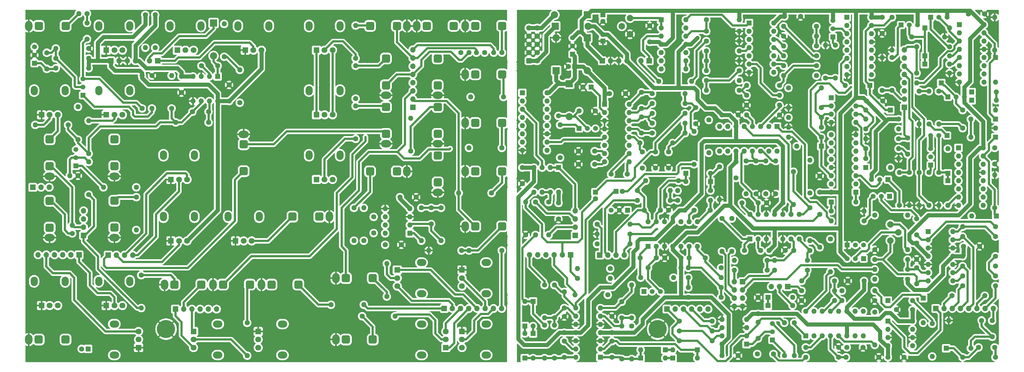
<source format=gtl>
%TF.GenerationSoftware,KiCad,Pcbnew,(6.0.6-0)*%
%TF.CreationDate,2022-11-11T14:24:22+00:00*%
%TF.ProjectId,strata,73747261-7461-42e6-9b69-6361645f7063,r01*%
%TF.SameCoordinates,Original*%
%TF.FileFunction,Copper,L1,Top*%
%TF.FilePolarity,Positive*%
%FSLAX46Y46*%
G04 Gerber Fmt 4.6, Leading zero omitted, Abs format (unit mm)*
G04 Created by KiCad (PCBNEW (6.0.6-0)) date 2022-11-11 14:24:22*
%MOMM*%
%LPD*%
G01*
G04 APERTURE LIST*
G04 Aperture macros list*
%AMRoundRect*
0 Rectangle with rounded corners*
0 $1 Rounding radius*
0 $2 $3 $4 $5 $6 $7 $8 $9 X,Y pos of 4 corners*
0 Add a 4 corners polygon primitive as box body*
4,1,4,$2,$3,$4,$5,$6,$7,$8,$9,$2,$3,0*
0 Add four circle primitives for the rounded corners*
1,1,$1+$1,$2,$3*
1,1,$1+$1,$4,$5*
1,1,$1+$1,$6,$7*
1,1,$1+$1,$8,$9*
0 Add four rect primitives between the rounded corners*
20,1,$1+$1,$2,$3,$4,$5,0*
20,1,$1+$1,$4,$5,$6,$7,0*
20,1,$1+$1,$6,$7,$8,$9,0*
20,1,$1+$1,$8,$9,$2,$3,0*%
G04 Aperture macros list end*
%TA.AperFunction,ComponentPad*%
%ADD10R,1.600000X1.600000*%
%TD*%
%TA.AperFunction,ComponentPad*%
%ADD11O,1.600000X1.600000*%
%TD*%
%TA.AperFunction,ComponentPad*%
%ADD12C,1.600000*%
%TD*%
%TA.AperFunction,ComponentPad*%
%ADD13R,1.500000X1.500000*%
%TD*%
%TA.AperFunction,ComponentPad*%
%ADD14C,1.500000*%
%TD*%
%TA.AperFunction,ComponentPad*%
%ADD15O,2.200000X2.900000*%
%TD*%
%TA.AperFunction,ComponentPad*%
%ADD16R,1.800000X1.800000*%
%TD*%
%TA.AperFunction,ComponentPad*%
%ADD17C,1.800000*%
%TD*%
%TA.AperFunction,ComponentPad*%
%ADD18R,2.200000X2.200000*%
%TD*%
%TA.AperFunction,ComponentPad*%
%ADD19O,2.200000X2.200000*%
%TD*%
%TA.AperFunction,ComponentPad*%
%ADD20O,2.300000X3.100000*%
%TD*%
%TA.AperFunction,ComponentPad*%
%ADD21RoundRect,0.650000X-0.650000X0.650000X-0.650000X-0.650000X0.650000X-0.650000X0.650000X0.650000X0*%
%TD*%
%TA.AperFunction,ComponentPad*%
%ADD22R,1.700000X1.700000*%
%TD*%
%TA.AperFunction,ComponentPad*%
%ADD23O,1.700000X1.700000*%
%TD*%
%TA.AperFunction,ComponentPad*%
%ADD24O,3.100000X2.300000*%
%TD*%
%TA.AperFunction,ComponentPad*%
%ADD25RoundRect,0.650000X-0.650000X-0.650000X0.650000X-0.650000X0.650000X0.650000X-0.650000X0.650000X0*%
%TD*%
%TA.AperFunction,ComponentPad*%
%ADD26RoundRect,0.650000X0.650000X-0.650000X0.650000X0.650000X-0.650000X0.650000X-0.650000X-0.650000X0*%
%TD*%
%TA.AperFunction,ComponentPad*%
%ADD27O,2.900000X2.200000*%
%TD*%
%TA.AperFunction,ComponentPad*%
%ADD28C,5.600000*%
%TD*%
%TA.AperFunction,ComponentPad*%
%ADD29RoundRect,0.650000X0.650000X0.650000X-0.650000X0.650000X-0.650000X-0.650000X0.650000X-0.650000X0*%
%TD*%
%TA.AperFunction,ComponentPad*%
%ADD30C,2.000000*%
%TD*%
%TA.AperFunction,ComponentPad*%
%ADD31RoundRect,0.250000X-0.600000X-0.600000X0.600000X-0.600000X0.600000X0.600000X-0.600000X0.600000X0*%
%TD*%
%TA.AperFunction,ComponentPad*%
%ADD32C,1.700000*%
%TD*%
%TA.AperFunction,ViaPad*%
%ADD33C,0.762000*%
%TD*%
%TA.AperFunction,Conductor*%
%ADD34C,0.635000*%
%TD*%
%TA.AperFunction,Conductor*%
%ADD35C,1.270000*%
%TD*%
G04 APERTURE END LIST*
D10*
%TO.P,U18,1*%
%TO.N,Net-(C54-Pad2)*%
X311658000Y-103632000D03*
D11*
%TO.P,U18,2,-*%
%TO.N,/Filter CV/RES_CV_ATTV_TOP*%
X311658000Y-106172000D03*
%TO.P,U18,3,+*%
%TO.N,GND*%
X311658000Y-108712000D03*
%TO.P,U18,4,V+*%
%TO.N,VCC*%
X311658000Y-111252000D03*
%TO.P,U18,5,+*%
%TO.N,GND*%
X311658000Y-113792000D03*
%TO.P,U18,6,-*%
%TO.N,/Filter CV/FREQ_CV_ATTV_TOP*%
X311658000Y-116332000D03*
%TO.P,U18,7*%
%TO.N,Net-(C53-Pad2)*%
X311658000Y-118872000D03*
%TO.P,U18,8*%
%TO.N,Net-(R122-Pad1)*%
X319278000Y-118872000D03*
%TO.P,U18,9,-*%
%TO.N,/Filter CV/FREQ_CV_ATTV_BOTTOM*%
X319278000Y-116332000D03*
%TO.P,U18,10,+*%
%TO.N,GND*%
X319278000Y-113792000D03*
%TO.P,U18,11,V-*%
%TO.N,VEE*%
X319278000Y-111252000D03*
%TO.P,U18,12,+*%
%TO.N,GND*%
X319278000Y-108712000D03*
%TO.P,U18,13,-*%
%TO.N,/Filter CV/RES_CV_ATTV_BOTTOM*%
X319278000Y-106172000D03*
%TO.P,U18,14*%
%TO.N,Net-(R121-Pad1)*%
X319278000Y-103632000D03*
%TD*%
D10*
%TO.P,D26,1,K*%
%TO.N,Net-(D23-Pad1)*%
X332740000Y-98806000D03*
D11*
%TO.P,D26,2,A*%
%TO.N,Net-(D26-Pad2)*%
X325120000Y-98806000D03*
%TD*%
D12*
%TO.P,C52,1*%
%TO.N,Net-(C52-Pad1)*%
X51562000Y-44069000D03*
%TO.P,C52,2*%
%TO.N,/Noise/NOISE*%
X51562000Y-39069000D03*
%TD*%
%TO.P,R66,1*%
%TO.N,Net-(J48-PadT)*%
X134112000Y-96266000D03*
D11*
%TO.P,R66,2*%
%TO.N,/CV Mixer/CV_MIX_OUT*%
X134112000Y-106426000D03*
%TD*%
D10*
%TO.P,D31,1,K*%
%TO.N,Net-(D30-Pad1)*%
X310642000Y-49276000D03*
D11*
%TO.P,D31,2,A*%
%TO.N,Net-(D31-Pad2)*%
X318262000Y-49276000D03*
%TD*%
D12*
%TO.P,R1,1*%
%TO.N,Net-(C1-Pad1)*%
X52070000Y-79502000D03*
D11*
%TO.P,R1,2*%
%TO.N,Net-(R1-Pad2)*%
X52070000Y-69342000D03*
%TD*%
D10*
%TO.P,U3,1*%
%TO.N,/Delay/FEEDBACK_SOURCE*%
X210302000Y-142494000D03*
D11*
%TO.P,U3,2,-*%
%TO.N,Net-(C29-Pad2)*%
X210302000Y-139954000D03*
%TO.P,U3,3,+*%
%TO.N,GND*%
X210302000Y-137414000D03*
%TO.P,U3,4,V+*%
%TO.N,VCC*%
X210302000Y-134874000D03*
%TO.P,U3,5,+*%
%TO.N,GND*%
X210302000Y-132334000D03*
%TO.P,U3,6,-*%
%TO.N,Net-(C30-Pad2)*%
X210302000Y-129794000D03*
%TO.P,U3,7*%
%TO.N,Net-(C30-Pad1)*%
X210302000Y-127254000D03*
%TO.P,U3,8*%
%TO.N,Net-(C19-Pad1)*%
X202682000Y-127254000D03*
%TO.P,U3,9,-*%
%TO.N,Net-(C19-Pad2)*%
X202682000Y-129794000D03*
%TO.P,U3,10,+*%
%TO.N,GND*%
X202682000Y-132334000D03*
%TO.P,U3,11,V-*%
%TO.N,VEE*%
X202682000Y-134874000D03*
%TO.P,U3,12,+*%
%TO.N,GND*%
X202682000Y-137414000D03*
%TO.P,U3,13,-*%
%TO.N,Net-(C8-Pad2)*%
X202682000Y-139954000D03*
%TO.P,U3,14*%
%TO.N,/Delay/DRY_AUDIO_SOURCE*%
X202682000Y-142494000D03*
%TD*%
D12*
%TO.P,R34,1*%
%TO.N,Net-(C33-Pad1)*%
X261874000Y-112522000D03*
D11*
%TO.P,R34,2*%
%TO.N,/Filter VCA/AUDIO_INPUT1*%
X251714000Y-112522000D03*
%TD*%
D13*
%TO.P,Q5,1,E*%
%TO.N,Net-(Q5-Pad1)*%
X282194000Y-43434000D03*
D14*
%TO.P,Q5,2,B*%
%TO.N,Net-(Q5-Pad2)*%
X282194000Y-40894000D03*
%TO.P,Q5,3,C*%
%TO.N,VCC*%
X282194000Y-38354000D03*
%TD*%
D15*
%TO.P,RV2,*%
%TO.N,*%
X35200000Y-60000000D03*
X44800000Y-60000000D03*
D16*
%TO.P,RV2,1,1*%
%TO.N,GND*%
X37500000Y-67500000D03*
D17*
%TO.P,RV2,2,2*%
%TO.N,Net-(R2-Pad2)*%
X40000000Y-67500000D03*
%TO.P,RV2,3,3*%
%TO.N,Net-(J3-PadT)*%
X42500000Y-67500000D03*
%TD*%
D12*
%TO.P,R37,1*%
%TO.N,Net-(R36-Pad1)*%
X270002000Y-85090000D03*
D11*
%TO.P,R37,2*%
%TO.N,Net-(R37-Pad2)*%
X270002000Y-95250000D03*
%TD*%
D12*
%TO.P,R101,1*%
%TO.N,Net-(D24-Pad1)*%
X314960000Y-85344000D03*
D11*
%TO.P,R101,2*%
%TO.N,GND*%
X314960000Y-95504000D03*
%TD*%
D15*
%TO.P,RV11,*%
%TO.N,*%
X104800000Y-99000000D03*
X95200000Y-99000000D03*
D16*
%TO.P,RV11,1,1*%
%TO.N,GND*%
X97500000Y-106500000D03*
D17*
%TO.P,RV11,2,2*%
%TO.N,Net-(J5-Pad3)*%
X100000000Y-106500000D03*
%TO.P,RV11,3,3*%
%TO.N,Net-(J16-PadT)*%
X102500000Y-106500000D03*
%TD*%
D12*
%TO.P,R152,1*%
%TO.N,Net-(Q16-Pad3)*%
X197866000Y-80772000D03*
D11*
%TO.P,R152,2*%
%TO.N,/Delay CV/DELAY_CTRL*%
X197866000Y-70612000D03*
%TD*%
D12*
%TO.P,R32,1*%
%TO.N,Net-(J35-Pad8)*%
X179832000Y-109474000D03*
D11*
%TO.P,R32,2*%
%TO.N,Net-(J27-PadT)*%
X169672000Y-109474000D03*
%TD*%
D12*
%TO.P,R54,1*%
%TO.N,Net-(R54-Pad1)*%
X255397000Y-81788000D03*
D11*
%TO.P,R54,2*%
%TO.N,Net-(C34-Pad2)*%
X255397000Y-91948000D03*
%TD*%
D12*
%TO.P,R104,1*%
%TO.N,Net-(D27-Pad1)*%
X300482000Y-37338000D03*
D11*
%TO.P,R104,2*%
%TO.N,GND*%
X300482000Y-47498000D03*
%TD*%
D12*
%TO.P,R126,1*%
%TO.N,/Filter CV/FREQ_CV_ATTV_TOP*%
X332486000Y-117348000D03*
D11*
%TO.P,R126,2*%
%TO.N,Net-(R122-Pad1)*%
X322326000Y-117348000D03*
%TD*%
D18*
%TO.P,D3,1,K*%
%TO.N,Net-(D3-Pad1)*%
X196342000Y-40132000D03*
D19*
%TO.P,D3,2,A*%
%TO.N,VEE*%
X206502000Y-40132000D03*
%TD*%
D10*
%TO.P,U16,1,Q5*%
%TO.N,unconnected-(U16-Pad1)*%
X286512000Y-37338000D03*
D11*
%TO.P,U16,2,Q1*%
%TO.N,unconnected-(U16-Pad2)*%
X286512000Y-39878000D03*
%TO.P,U16,3,Q0*%
%TO.N,Net-(Q5-Pad2)*%
X286512000Y-42418000D03*
%TO.P,U16,4,Q2*%
%TO.N,unconnected-(U16-Pad4)*%
X286512000Y-44958000D03*
%TO.P,U16,5,Q6*%
%TO.N,unconnected-(U16-Pad5)*%
X286512000Y-47498000D03*
%TO.P,U16,6,Q7*%
%TO.N,Net-(D28-Pad2)*%
X286512000Y-50038000D03*
%TO.P,U16,7,Q3*%
%TO.N,unconnected-(U16-Pad7)*%
X286512000Y-52578000D03*
%TO.P,U16,8,VSS*%
%TO.N,GND*%
X286512000Y-55118000D03*
%TO.P,U16,9,Q8*%
%TO.N,unconnected-(U16-Pad9)*%
X294132000Y-55118000D03*
%TO.P,U16,10,Q4*%
%TO.N,unconnected-(U16-Pad10)*%
X294132000Y-52578000D03*
%TO.P,U16,11,Q9*%
%TO.N,unconnected-(U16-Pad11)*%
X294132000Y-50038000D03*
%TO.P,U16,12,Cout*%
%TO.N,unconnected-(U16-Pad12)*%
X294132000Y-47498000D03*
%TO.P,U16,13,CKEN*%
%TO.N,GND*%
X294132000Y-44958000D03*
%TO.P,U16,14,CLK*%
%TO.N,Net-(D22-Pad1)*%
X294132000Y-42418000D03*
%TO.P,U16,15,Reset*%
%TO.N,Net-(D27-Pad1)*%
X294132000Y-39878000D03*
%TO.P,U16,16,VDD*%
%TO.N,VCC*%
X294132000Y-37338000D03*
%TD*%
D20*
%TO.P,J26,S,Sleeve*%
%TO.N,GND*%
X75520000Y-120000000D03*
D21*
%TO.P,J26,T,Tip*%
%TO.N,Net-(J26-PadT)*%
X86920000Y-120000000D03*
%TO.P,J26,TN,Tip_normalize*%
%TO.N,Net-(J26-PadTN)*%
X78620000Y-120000000D03*
%TD*%
D12*
%TO.P,C36,1*%
%TO.N,VCC*%
X262462000Y-109474000D03*
%TO.P,C36,2*%
%TO.N,GND*%
X267462000Y-109474000D03*
%TD*%
D15*
%TO.P,RV9,*%
%TO.N,*%
X84800000Y-80000000D03*
X75200000Y-80000000D03*
D16*
%TO.P,RV9,1,1*%
%TO.N,GND*%
X77500000Y-87500000D03*
D17*
%TO.P,RV9,2,2*%
%TO.N,Net-(J12-Pad4)*%
X80000000Y-87500000D03*
%TO.P,RV9,3,3*%
%TO.N,Net-(J12-Pad3)*%
X82500000Y-87500000D03*
%TD*%
D12*
%TO.P,C72,1*%
%TO.N,Net-(C72-Pad1)*%
X86948000Y-52324000D03*
%TO.P,C72,2*%
%TO.N,Net-(C72-Pad2)*%
X91948000Y-52324000D03*
%TD*%
D10*
%TO.P,D35,1,K*%
%TO.N,Net-(D35-Pad1)*%
X325120000Y-62992000D03*
D11*
%TO.P,D35,2,A*%
%TO.N,Net-(D32-Pad2)*%
X332740000Y-62992000D03*
%TD*%
D10*
%TO.P,U9,1*%
%TO.N,Net-(R63-Pad1)*%
X273812000Y-135890000D03*
D11*
%TO.P,U9,2,DIODE_BIAS*%
%TO.N,unconnected-(U9-Pad2)*%
X276352000Y-135890000D03*
%TO.P,U9,3,+*%
%TO.N,Net-(R62-Pad2)*%
X278892000Y-135890000D03*
%TO.P,U9,4,-*%
%TO.N,Net-(R60-Pad1)*%
X281432000Y-135890000D03*
%TO.P,U9,5*%
%TO.N,Net-(R64-Pad2)*%
X283972000Y-135890000D03*
%TO.P,U9,6,V-*%
%TO.N,VEE*%
X286512000Y-135890000D03*
%TO.P,U9,7*%
%TO.N,unconnected-(U9-Pad7)*%
X289052000Y-135890000D03*
%TO.P,U9,8*%
%TO.N,unconnected-(U9-Pad8)*%
X291592000Y-135890000D03*
%TO.P,U9,9*%
%TO.N,unconnected-(U9-Pad9)*%
X291592000Y-128270000D03*
%TO.P,U9,10*%
%TO.N,unconnected-(U9-Pad10)*%
X289052000Y-128270000D03*
%TO.P,U9,11,V+*%
%TO.N,VCC*%
X286512000Y-128270000D03*
%TO.P,U9,12*%
%TO.N,Net-(C34-Pad1)*%
X283972000Y-128270000D03*
%TO.P,U9,13,-*%
%TO.N,Net-(D17-Pad2)*%
X281432000Y-128270000D03*
%TO.P,U9,14,+*%
%TO.N,Net-(R49-Pad2)*%
X278892000Y-128270000D03*
%TO.P,U9,15,DIODE_BIAS*%
%TO.N,unconnected-(U9-Pad15)*%
X276352000Y-128270000D03*
%TO.P,U9,16*%
%TO.N,Net-(R51-Pad2)*%
X273812000Y-128270000D03*
%TD*%
D12*
%TO.P,R76,1*%
%TO.N,GND*%
X266954000Y-43180000D03*
D11*
%TO.P,R76,2*%
%TO.N,Net-(R70-Pad1)*%
X277114000Y-43180000D03*
%TD*%
D12*
%TO.P,R2,1*%
%TO.N,Net-(C1-Pad1)*%
X45720000Y-70612000D03*
D11*
%TO.P,R2,2*%
%TO.N,Net-(R2-Pad2)*%
X35560000Y-70612000D03*
%TD*%
D12*
%TO.P,R64,1*%
%TO.N,/Filter VCA/VCA_OUTPUT*%
X295148000Y-128524000D03*
D11*
%TO.P,R64,2*%
%TO.N,Net-(R64-Pad2)*%
X295148000Y-138684000D03*
%TD*%
D12*
%TO.P,R134,1*%
%TO.N,/VCA CV/VCA_CV_ATTV_TOP*%
X234696000Y-137414000D03*
D11*
%TO.P,R134,2*%
%TO.N,Net-(R133-Pad1)*%
X244856000Y-137414000D03*
%TD*%
D12*
%TO.P,R155,1*%
%TO.N,/CV Mixer/CV_MIX_OUT*%
X137160000Y-106426000D03*
D11*
%TO.P,R155,2*%
%TO.N,Net-(C2-Pad2)*%
X137160000Y-96266000D03*
%TD*%
D12*
%TO.P,R160,1*%
%TO.N,VEE*%
X66802000Y-89916000D03*
D11*
%TO.P,R160,2*%
%TO.N,Net-(C73-Pad1)*%
X56642000Y-89916000D03*
%TD*%
D12*
%TO.P,R96,1*%
%TO.N,Net-(D20-Pad2)*%
X292354000Y-71882000D03*
D11*
%TO.P,R96,2*%
%TO.N,Net-(R89-Pad1)*%
X302514000Y-71882000D03*
%TD*%
D12*
%TO.P,R154,1*%
%TO.N,Net-(C2-Pad2)*%
X154940000Y-96266000D03*
D11*
%TO.P,R154,2*%
%TO.N,Net-(R154-Pad2)*%
X154940000Y-106426000D03*
%TD*%
D12*
%TO.P,R22,1*%
%TO.N,Net-(C24-Pad1)*%
X226314000Y-67056000D03*
D11*
%TO.P,R22,2*%
%TO.N,Net-(C27-Pad2)*%
X236474000Y-67056000D03*
%TD*%
D22*
%TO.P,J53,1,Pin_1*%
%TO.N,VCC*%
X210900000Y-50800000D03*
D23*
%TO.P,J53,2,Pin_2*%
%TO.N,GND*%
X213440000Y-50800000D03*
%TO.P,J53,3,Pin_3*%
X215980000Y-50800000D03*
%TO.P,J53,4,Pin_4*%
%TO.N,VEE*%
X218520000Y-50800000D03*
%TD*%
D13*
%TO.P,Q14,1,E*%
%TO.N,Net-(Q14-Pad1)*%
X263504000Y-137160000D03*
D14*
%TO.P,Q14,2,B*%
%TO.N,Net-(C57-Pad2)*%
X263504000Y-134620000D03*
%TO.P,Q14,3,C*%
%TO.N,/Filter VCA/I_VCA*%
X263504000Y-132080000D03*
%TD*%
D12*
%TO.P,R28,1*%
%TO.N,Net-(C30-Pad2)*%
X212598000Y-123190000D03*
D11*
%TO.P,R28,2*%
%TO.N,/Delay/DRY_AUDIO_MIX*%
X202438000Y-123190000D03*
%TD*%
D12*
%TO.P,R139,1*%
%TO.N,Net-(D37-Pad2)*%
X244348000Y-90932000D03*
D11*
%TO.P,R139,2*%
%TO.N,/Delay CV/TIME_CV_ATTV_TOP*%
X234188000Y-90932000D03*
%TD*%
D12*
%TO.P,C14,1*%
%TO.N,GND*%
X203534000Y-78740000D03*
%TO.P,C14,2*%
%TO.N,Net-(C14-Pad2)*%
X208534000Y-78740000D03*
%TD*%
D10*
%TO.P,D18,1,K*%
%TO.N,Net-(D17-Pad1)*%
X262128000Y-126492000D03*
D11*
%TO.P,D18,2,A*%
%TO.N,Net-(D18-Pad2)*%
X269748000Y-126492000D03*
%TD*%
D13*
%TO.P,U2,1,VO*%
%TO.N,+5V*%
X201676000Y-48768000D03*
D14*
%TO.P,U2,2,GND*%
%TO.N,GND*%
X201676000Y-46228000D03*
%TO.P,U2,3,VI*%
%TO.N,VCC*%
X201676000Y-43688000D03*
%TD*%
D12*
%TO.P,C29,1*%
%TO.N,/Delay/FEEDBACK_SOURCE*%
X213868000Y-142494000D03*
%TO.P,C29,2*%
%TO.N,Net-(C29-Pad2)*%
X213868000Y-137494000D03*
%TD*%
D10*
%TO.P,U5,1,VCC*%
%TO.N,+5V*%
X211592000Y-64252000D03*
D11*
%TO.P,U5,2,REF*%
%TO.N,Net-(C15-Pad1)*%
X211592000Y-66792000D03*
%TO.P,U5,3,AGND*%
%TO.N,GND*%
X211592000Y-69332000D03*
%TO.P,U5,4,DGND*%
X211592000Y-71872000D03*
%TO.P,U5,5,CLK_O*%
%TO.N,Net-(U5-Pad5)*%
X211592000Y-74412000D03*
%TO.P,U5,6,VCO*%
%TO.N,Net-(Q1-Pad3)*%
X211592000Y-76952000D03*
%TO.P,U5,7,CC1*%
%TO.N,Net-(C14-Pad2)*%
X211592000Y-79492000D03*
%TO.P,U5,8,CC0*%
%TO.N,Net-(C18-Pad2)*%
X211592000Y-82032000D03*
%TO.P,U5,9,OP1-OUT*%
%TO.N,Net-(C20-Pad1)*%
X219212000Y-82032000D03*
%TO.P,U5,10,OP1-IN*%
%TO.N,Net-(C20-Pad2)*%
X219212000Y-79492000D03*
%TO.P,U5,11,OP2-IN*%
%TO.N,Net-(C23-Pad1)*%
X219212000Y-76952000D03*
%TO.P,U5,12,OP2-OUT*%
%TO.N,Net-(C23-Pad2)*%
X219212000Y-74412000D03*
%TO.P,U5,13,LPF2-IN*%
%TO.N,Net-(C24-Pad2)*%
X219212000Y-71872000D03*
%TO.P,U5,14,LPF2-OUT*%
%TO.N,Net-(C24-Pad1)*%
X219212000Y-69332000D03*
%TO.P,U5,15,LPF1-OUT*%
%TO.N,Net-(C21-Pad1)*%
X219212000Y-66792000D03*
%TO.P,U5,16,LPF1-IN*%
%TO.N,Net-(C21-Pad2)*%
X219212000Y-64252000D03*
%TD*%
D12*
%TO.P,C70,1*%
%TO.N,GND*%
X278130000Y-86440000D03*
%TO.P,C70,2*%
%TO.N,VCC*%
X278130000Y-91440000D03*
%TD*%
%TO.P,R75,1*%
%TO.N,Net-(R75-Pad1)*%
X243078000Y-47752000D03*
D11*
%TO.P,R75,2*%
%TO.N,Net-(R75-Pad2)*%
X253238000Y-47752000D03*
%TD*%
D10*
%TO.P,D5,1,K*%
%TO.N,Net-(D5-Pad1)*%
X186944000Y-132842000D03*
D11*
%TO.P,D5,2,A*%
%TO.N,Net-(C8-Pad2)*%
X186944000Y-125222000D03*
%TD*%
D12*
%TO.P,R51,1*%
%TO.N,/Filter CV/I_FREQ*%
X281432000Y-105918000D03*
D11*
%TO.P,R51,2*%
%TO.N,Net-(R51-Pad2)*%
X281432000Y-116078000D03*
%TD*%
D12*
%TO.P,R173,1*%
%TO.N,Net-(J30-PadT)*%
X179861000Y-48260000D03*
D11*
%TO.P,R173,2*%
%TO.N,Net-(J15-Pad8)*%
X177321000Y-48260000D03*
%TD*%
D12*
%TO.P,C39,1*%
%TO.N,GND*%
X252904000Y-67564000D03*
%TO.P,C39,2*%
%TO.N,VEE*%
X247904000Y-67564000D03*
%TD*%
%TO.P,C5,1*%
%TO.N,GND*%
X297434000Y-42338000D03*
%TO.P,C5,2*%
%TO.N,VCC*%
X297434000Y-37338000D03*
%TD*%
%TO.P,R10,1*%
%TO.N,/Delay/AUDIO_IN*%
X190246000Y-94488000D03*
D11*
%TO.P,R10,2*%
%TO.N,Net-(C8-Pad2)*%
X190246000Y-104648000D03*
%TD*%
D12*
%TO.P,R132,1*%
%TO.N,VEE*%
X305308000Y-118364000D03*
D11*
%TO.P,R132,2*%
%TO.N,Net-(Q12-Pad1)*%
X295148000Y-118364000D03*
%TD*%
D10*
%TO.P,D11,1,K*%
%TO.N,Net-(C29-Pad2)*%
X240284000Y-140208000D03*
D11*
%TO.P,D11,2,A*%
%TO.N,Net-(D11-Pad2)*%
X232664000Y-140208000D03*
%TD*%
D12*
%TO.P,R36,1*%
%TO.N,Net-(R36-Pad1)*%
X275082000Y-96266000D03*
D11*
%TO.P,R36,2*%
%TO.N,Net-(C33-Pad1)*%
X275082000Y-106426000D03*
%TD*%
D12*
%TO.P,C24,1*%
%TO.N,Net-(C24-Pad1)*%
X223012000Y-68152000D03*
%TO.P,C24,2*%
%TO.N,Net-(C24-Pad2)*%
X223012000Y-73152000D03*
%TD*%
%TO.P,R14,1*%
%TO.N,/Delay/DRY_AUDIO_SOURCE*%
X196088000Y-142748000D03*
D11*
%TO.P,R14,2*%
%TO.N,Net-(C19-Pad2)*%
X196088000Y-132588000D03*
%TD*%
D13*
%TO.P,Q15,1,E*%
%TO.N,Net-(Q15-Pad1)*%
X223774000Y-122174000D03*
D14*
%TO.P,Q15,2,B*%
%TO.N,Net-(Q15-Pad2)*%
X226314000Y-122174000D03*
%TO.P,Q15,3,C*%
%TO.N,Net-(C63-Pad1)*%
X228854000Y-122174000D03*
%TD*%
D12*
%TO.P,C12,1*%
%TO.N,GND*%
X199136000Y-129874000D03*
%TO.P,C12,2*%
%TO.N,VEE*%
X199136000Y-134874000D03*
%TD*%
D10*
%TO.P,D37,1,K*%
%TO.N,Net-(C60-Pad2)*%
X236728000Y-85598000D03*
D11*
%TO.P,D37,2,A*%
%TO.N,Net-(D37-Pad2)*%
X244348000Y-85598000D03*
%TD*%
D10*
%TO.P,U15,1,Q5*%
%TO.N,unconnected-(U15-Pad1)*%
X321056000Y-77724000D03*
D11*
%TO.P,U15,2,Q1*%
%TO.N,unconnected-(U15-Pad2)*%
X321056000Y-80264000D03*
%TO.P,U15,3,Q0*%
%TO.N,Net-(D25-Pad2)*%
X321056000Y-82804000D03*
%TO.P,U15,4,Q2*%
%TO.N,unconnected-(U15-Pad4)*%
X321056000Y-85344000D03*
%TO.P,U15,5,Q6*%
%TO.N,Net-(D26-Pad2)*%
X321056000Y-87884000D03*
%TO.P,U15,6,Q7*%
%TO.N,unconnected-(U15-Pad6)*%
X321056000Y-90424000D03*
%TO.P,U15,7,Q3*%
%TO.N,Net-(D24-Pad2)*%
X321056000Y-92964000D03*
%TO.P,U15,8,VSS*%
%TO.N,GND*%
X321056000Y-95504000D03*
%TO.P,U15,9,Q8*%
%TO.N,unconnected-(U15-Pad9)*%
X328676000Y-95504000D03*
%TO.P,U15,10,Q4*%
%TO.N,unconnected-(U15-Pad10)*%
X328676000Y-92964000D03*
%TO.P,U15,11,Q9*%
%TO.N,unconnected-(U15-Pad11)*%
X328676000Y-90424000D03*
%TO.P,U15,12,Cout*%
%TO.N,unconnected-(U15-Pad12)*%
X328676000Y-87884000D03*
%TO.P,U15,13,CKEN*%
%TO.N,GND*%
X328676000Y-85344000D03*
%TO.P,U15,14,CLK*%
%TO.N,Net-(D22-Pad1)*%
X328676000Y-82804000D03*
%TO.P,U15,15,Reset*%
%TO.N,Net-(D23-Pad1)*%
X328676000Y-80264000D03*
%TO.P,U15,16,VDD*%
%TO.N,VCC*%
X328676000Y-77724000D03*
%TD*%
D12*
%TO.P,R147,1*%
%TO.N,Net-(C62-Pad2)*%
X247650000Y-123952000D03*
D11*
%TO.P,R147,2*%
%TO.N,VCC*%
X237490000Y-123952000D03*
%TD*%
D12*
%TO.P,R163,1*%
%TO.N,Net-(J50-PadT)*%
X66802000Y-92964000D03*
D11*
%TO.P,R163,2*%
%TO.N,Net-(J2-PadTN)*%
X66802000Y-103124000D03*
%TD*%
D12*
%TO.P,R113,1*%
%TO.N,Net-(D35-Pad1)*%
X322326000Y-66040000D03*
D11*
%TO.P,R113,2*%
%TO.N,GND*%
X332486000Y-66040000D03*
%TD*%
D12*
%TO.P,R67,1*%
%TO.N,Net-(R67-Pad1)*%
X243078000Y-38100000D03*
D11*
%TO.P,R67,2*%
%TO.N,VCC*%
X253238000Y-38100000D03*
%TD*%
D24*
%TO.P,J19,S,Sleeve*%
%TO.N,GND*%
X160000000Y-76480000D03*
D25*
%TO.P,J19,T,Tip*%
%TO.N,Net-(J19-PadT)*%
X160000000Y-65080000D03*
%TO.P,J19,TN,Tip_normalize*%
%TO.N,unconnected-(J19-PadTN)*%
X160000000Y-73380000D03*
%TD*%
D12*
%TO.P,R39,1*%
%TO.N,Net-(C33-Pad2)*%
X274320000Y-112522000D03*
D11*
%TO.P,R39,2*%
%TO.N,Net-(C33-Pad1)*%
X264160000Y-112522000D03*
%TD*%
D12*
%TO.P,R162,1*%
%TO.N,GND*%
X48768000Y-86360000D03*
D11*
%TO.P,R162,2*%
%TO.N,Net-(J39-Pad2)*%
X46228000Y-86360000D03*
%TD*%
D12*
%TO.P,R24,1*%
%TO.N,/Delay/DELAY_WET_MIX*%
X203200000Y-118110000D03*
D11*
%TO.P,R24,2*%
%TO.N,Net-(C29-Pad2)*%
X213360000Y-118110000D03*
%TD*%
D12*
%TO.P,R157,1*%
%TO.N,Net-(C72-Pad1)*%
X93980000Y-49530000D03*
D11*
%TO.P,R157,2*%
%TO.N,Net-(C72-Pad2)*%
X93980000Y-39370000D03*
%TD*%
D13*
%TO.P,Q13,1,E*%
%TO.N,GND*%
X286620000Y-107802000D03*
D14*
%TO.P,Q13,2,B*%
%TO.N,Net-(Q12-Pad1)*%
X289160000Y-107802000D03*
%TO.P,Q13,3,C*%
%TO.N,/Filter CV/I_FREQ*%
X291700000Y-107802000D03*
%TD*%
D12*
%TO.P,R12,1*%
%TO.N,Net-(C9-Pad1)*%
X197358000Y-67818000D03*
D11*
%TO.P,R12,2*%
%TO.N,+5V*%
X197358000Y-57658000D03*
%TD*%
D12*
%TO.P,C59,1*%
%TO.N,GND*%
X259080000Y-124032000D03*
%TO.P,C59,2*%
%TO.N,VEE*%
X259080000Y-129032000D03*
%TD*%
%TO.P,R166,1*%
%TO.N,Net-(J18-PadT)*%
X176657000Y-91694000D03*
D11*
%TO.P,R166,2*%
%TO.N,Net-(J15-Pad2)*%
X166497000Y-91694000D03*
%TD*%
D12*
%TO.P,R169,1*%
%TO.N,Net-(J24-PadT)*%
X167103000Y-48260000D03*
D11*
%TO.P,R169,2*%
%TO.N,/CV Mixer/CV_MIX_IN_2*%
X169643000Y-48260000D03*
%TD*%
D10*
%TO.P,D27,1,K*%
%TO.N,Net-(D27-Pad1)*%
X299974000Y-66040000D03*
D11*
%TO.P,D27,2,A*%
%TO.N,Net-(D20-Pad2)*%
X292354000Y-66040000D03*
%TD*%
D10*
%TO.P,U17,1,Q5*%
%TO.N,unconnected-(U17-Pad1)*%
X321310000Y-39624000D03*
D11*
%TO.P,U17,2,Q1*%
%TO.N,unconnected-(U17-Pad2)*%
X321310000Y-42164000D03*
%TO.P,U17,3,Q0*%
%TO.N,Net-(D34-Pad2)*%
X321310000Y-44704000D03*
%TO.P,U17,4,Q2*%
%TO.N,Net-(D31-Pad2)*%
X321310000Y-47244000D03*
%TO.P,U17,5,Q6*%
%TO.N,Net-(D30-Pad2)*%
X321310000Y-49784000D03*
%TO.P,U17,6,Q7*%
%TO.N,unconnected-(U17-Pad6)*%
X321310000Y-52324000D03*
%TO.P,U17,7,Q3*%
%TO.N,unconnected-(U17-Pad7)*%
X321310000Y-54864000D03*
%TO.P,U17,8,VSS*%
%TO.N,GND*%
X321310000Y-57404000D03*
%TO.P,U17,9,Q8*%
%TO.N,Net-(D33-Pad2)*%
X328930000Y-57404000D03*
%TO.P,U17,10,Q4*%
%TO.N,Net-(D32-Pad2)*%
X328930000Y-54864000D03*
%TO.P,U17,11,Q9*%
%TO.N,unconnected-(U17-Pad11)*%
X328930000Y-52324000D03*
%TO.P,U17,12,Cout*%
%TO.N,unconnected-(U17-Pad12)*%
X328930000Y-49784000D03*
%TO.P,U17,13,CKEN*%
%TO.N,GND*%
X328930000Y-47244000D03*
%TO.P,U17,14,CLK*%
%TO.N,Net-(D22-Pad1)*%
X328930000Y-44704000D03*
%TO.P,U17,15,Reset*%
%TO.N,Net-(D29-Pad1)*%
X328930000Y-42164000D03*
%TO.P,U17,16,VDD*%
%TO.N,VCC*%
X328930000Y-39624000D03*
%TD*%
D12*
%TO.P,R158,1*%
%TO.N,VCC*%
X69596000Y-36576000D03*
D11*
%TO.P,R158,2*%
%TO.N,Net-(R158-Pad2)*%
X69596000Y-46736000D03*
%TD*%
D24*
%TO.P,J2,S,Sleeve*%
%TO.N,GND*%
X60000000Y-86480000D03*
D25*
%TO.P,J2,T,Tip*%
%TO.N,Net-(J2-PadT)*%
X60000000Y-75080000D03*
%TO.P,J2,TN,Tip_normalize*%
%TO.N,Net-(J2-PadTN)*%
X60000000Y-83380000D03*
%TD*%
D12*
%TO.P,R119,1*%
%TO.N,Net-(C52-Pad1)*%
X68580000Y-65532000D03*
D11*
%TO.P,R119,2*%
%TO.N,VCC*%
X68580000Y-55372000D03*
%TD*%
D12*
%TO.P,R144,1*%
%TO.N,Net-(C61-Pad2)*%
X231902000Y-93980000D03*
D11*
%TO.P,R144,2*%
%TO.N,/Delay CV/TIME*%
X221742000Y-93980000D03*
%TD*%
D12*
%TO.P,C38,1*%
%TO.N,VCC*%
X252222000Y-82042000D03*
%TO.P,C38,2*%
%TO.N,GND*%
X252222000Y-87042000D03*
%TD*%
D10*
%TO.P,D30,1,K*%
%TO.N,Net-(D30-Pad1)*%
X310642000Y-51816000D03*
D11*
%TO.P,D30,2,A*%
%TO.N,Net-(D30-Pad2)*%
X318262000Y-51816000D03*
%TD*%
D10*
%TO.P,D23,1,K*%
%TO.N,Net-(D23-Pad1)*%
X332486000Y-74422000D03*
D11*
%TO.P,D23,2,A*%
%TO.N,Net-(D20-Pad2)*%
X324866000Y-74422000D03*
%TD*%
D12*
%TO.P,R136,1*%
%TO.N,Net-(Q14-Pad1)*%
X267208000Y-141986000D03*
D11*
%TO.P,R136,2*%
%TO.N,/VCA CV/VCA_CV_ATTV_TOP*%
X267208000Y-131826000D03*
%TD*%
D12*
%TO.P,R11,1*%
%TO.N,Net-(C8-Pad2)*%
X193040000Y-132588000D03*
D11*
%TO.P,R11,2*%
%TO.N,/Delay/DRY_AUDIO_SOURCE*%
X193040000Y-142748000D03*
%TD*%
D12*
%TO.P,C1,1*%
%TO.N,Net-(C1-Pad1)*%
X84154000Y-66548000D03*
%TO.P,C1,2*%
%TO.N,Net-(C1-Pad2)*%
X89154000Y-66548000D03*
%TD*%
%TO.P,R167,1*%
%TO.N,Net-(J19-PadT)*%
X151638000Y-78740000D03*
D11*
%TO.P,R167,2*%
%TO.N,/CV Mixer/CV_MIX_IN_1*%
X151638000Y-68580000D03*
%TD*%
D12*
%TO.P,C40,1*%
%TO.N,/Filter VCA/VCA_INPUT*%
X258826000Y-141478000D03*
%TO.P,C40,2*%
%TO.N,Net-(C40-Pad2)*%
X263826000Y-141478000D03*
%TD*%
D10*
%TO.P,D38,1,K*%
%TO.N,Net-(D37-Pad2)*%
X244348000Y-88138000D03*
D11*
%TO.P,D38,2,A*%
%TO.N,Net-(C60-Pad2)*%
X236728000Y-88138000D03*
%TD*%
D12*
%TO.P,R141,1*%
%TO.N,/Delay CV/TIME_CV_ATTV_TOP*%
X209296000Y-107442000D03*
D11*
%TO.P,R141,2*%
%TO.N,/Delay CV/TIME_CV_ATTV_MID*%
X219456000Y-107442000D03*
%TD*%
D13*
%TO.P,Q10,1,E*%
%TO.N,Net-(Q10-Pad1)*%
X50292000Y-61468000D03*
D14*
%TO.P,Q10,2,B*%
%TO.N,Net-(C51-Pad2)*%
X50292000Y-58928000D03*
%TO.P,Q10,3,C*%
%TO.N,Net-(C52-Pad1)*%
X50292000Y-56388000D03*
%TD*%
D12*
%TO.P,R18,1*%
%TO.N,Net-(C22-Pad2)*%
X239268000Y-82804000D03*
D11*
%TO.P,R18,2*%
%TO.N,Net-(C25-Pad2)*%
X239268000Y-72644000D03*
%TD*%
D20*
%TO.P,J25,S,Sleeve*%
%TO.N,GND*%
X168520000Y-55000000D03*
D21*
%TO.P,J25,T,Tip*%
%TO.N,Net-(J25-PadT)*%
X179920000Y-55000000D03*
%TO.P,J25,TN,Tip_normalize*%
%TO.N,unconnected-(J25-PadTN)*%
X171620000Y-55000000D03*
%TD*%
D12*
%TO.P,C64,1*%
%TO.N,VCC*%
X235204000Y-111760000D03*
%TO.P,C64,2*%
%TO.N,GND*%
X230204000Y-111760000D03*
%TD*%
%TO.P,R107,1*%
%TO.N,Net-(D29-Pad1)*%
X332232000Y-47498000D03*
D11*
%TO.P,R107,2*%
%TO.N,GND*%
X332232000Y-37338000D03*
%TD*%
D12*
%TO.P,R103,1*%
%TO.N,/Sub Dividers/DIV6*%
X308864000Y-85344000D03*
D11*
%TO.P,R103,2*%
%TO.N,GND*%
X308864000Y-95504000D03*
%TD*%
D12*
%TO.P,R16,1*%
%TO.N,Net-(C21-Pad2)*%
X226314000Y-60960000D03*
D11*
%TO.P,R16,2*%
%TO.N,Net-(C25-Pad2)*%
X236474000Y-60960000D03*
%TD*%
D24*
%TO.P,J24,S,Sleeve*%
%TO.N,GND*%
X160000000Y-61480000D03*
D25*
%TO.P,J24,T,Tip*%
%TO.N,Net-(J24-PadT)*%
X160000000Y-50080000D03*
%TO.P,J24,TN,Tip_normalize*%
%TO.N,unconnected-(J24-PadTN)*%
X160000000Y-58380000D03*
%TD*%
D12*
%TO.P,R49,1*%
%TO.N,GND*%
X272542000Y-124968000D03*
D11*
%TO.P,R49,2*%
%TO.N,Net-(R49-Pad2)*%
X282702000Y-124968000D03*
%TD*%
D20*
%TO.P,J48,S,Sleeve*%
%TO.N,GND*%
X150480000Y-85000000D03*
D26*
%TO.P,J48,T,Tip*%
%TO.N,Net-(J48-PadT)*%
X139080000Y-85000000D03*
%TO.P,J48,TN,Tip_normalize*%
%TO.N,unconnected-(J48-PadTN)*%
X147380000Y-85000000D03*
%TD*%
D10*
%TO.P,U11,1*%
%TO.N,Net-(RV21-Pad1)*%
X229108000Y-38100000D03*
D11*
%TO.P,U11,2,-*%
X229108000Y-40640000D03*
%TO.P,U11,3,+*%
%TO.N,/Main Divider/DIVISION*%
X229108000Y-43180000D03*
%TO.P,U11,4,V+*%
%TO.N,VCC*%
X229108000Y-45720000D03*
%TO.P,U11,5,+*%
%TO.N,Net-(RV21-Pad2)*%
X229108000Y-48260000D03*
%TO.P,U11,6,-*%
%TO.N,Net-(U11-Pad6)*%
X229108000Y-50800000D03*
%TO.P,U11,7*%
%TO.N,/Main Divider/OUT*%
X229108000Y-53340000D03*
%TO.P,U11,8*%
%TO.N,Net-(U11-Pad6)*%
X236728000Y-53340000D03*
%TO.P,U11,9,-*%
X236728000Y-50800000D03*
%TO.P,U11,10,+*%
%TO.N,Net-(R75-Pad1)*%
X236728000Y-48260000D03*
%TO.P,U11,11,V-*%
%TO.N,GND*%
X236728000Y-45720000D03*
%TO.P,U11,12,+*%
%TO.N,Net-(R67-Pad1)*%
X236728000Y-43180000D03*
%TO.P,U11,13,-*%
%TO.N,Net-(R65-Pad2)*%
X236728000Y-40640000D03*
%TO.P,U11,14*%
%TO.N,Net-(U11-Pad14)*%
X236728000Y-38100000D03*
%TD*%
D24*
%TO.P,J22,S,Sleeve*%
%TO.N,GND*%
X144000000Y-61480000D03*
D25*
%TO.P,J22,T,Tip*%
%TO.N,Net-(J22-PadT)*%
X144000000Y-50080000D03*
%TO.P,J22,TN,Tip_normalize*%
%TO.N,/CV Mixer/CV_MIX_IN_2*%
X144000000Y-58380000D03*
%TD*%
D13*
%TO.P,Q4,1,E*%
%TO.N,Net-(Q4-Pad1)*%
X312420000Y-83058000D03*
D14*
%TO.P,Q4,2,B*%
%TO.N,Net-(D25-Pad2)*%
X312420000Y-80518000D03*
%TO.P,Q4,3,C*%
%TO.N,VCC*%
X312420000Y-77978000D03*
%TD*%
D12*
%TO.P,R170,1*%
%TO.N,Net-(J25-PadT)*%
X180340000Y-61976000D03*
D11*
%TO.P,R170,2*%
%TO.N,Net-(J15-Pad6)*%
X170180000Y-61976000D03*
%TD*%
D18*
%TO.P,D4,1,K*%
%TO.N,+5V*%
X196596000Y-53848000D03*
D19*
%TO.P,D4,2,A*%
%TO.N,GND*%
X196596000Y-43688000D03*
%TD*%
D12*
%TO.P,R117,1*%
%TO.N,Net-(C51-Pad2)*%
X41910000Y-50038000D03*
D11*
%TO.P,R117,2*%
%TO.N,VCC*%
X52070000Y-50038000D03*
%TD*%
D12*
%TO.P,C58,1*%
%TO.N,VCC*%
X247904000Y-141986000D03*
%TO.P,C58,2*%
%TO.N,GND*%
X252904000Y-141986000D03*
%TD*%
D10*
%TO.P,U10,1*%
%TO.N,Net-(R40-Pad2)*%
X264922000Y-71120000D03*
D11*
%TO.P,U10,2,DIODE_BIAS*%
%TO.N,unconnected-(U10-Pad2)*%
X262382000Y-71120000D03*
%TO.P,U10,3,+*%
%TO.N,Net-(R45-Pad2)*%
X259842000Y-71120000D03*
%TO.P,U10,4,-*%
%TO.N,Net-(R47-Pad2)*%
X257302000Y-71120000D03*
%TO.P,U10,5*%
%TO.N,Net-(R37-Pad2)*%
X254762000Y-71120000D03*
%TO.P,U10,6,V-*%
%TO.N,VEE*%
X252222000Y-71120000D03*
%TO.P,U10,7*%
%TO.N,unconnected-(U10-Pad7)*%
X249682000Y-71120000D03*
%TO.P,U10,8*%
%TO.N,unconnected-(U10-Pad8)*%
X247142000Y-71120000D03*
%TO.P,U10,9*%
%TO.N,unconnected-(U10-Pad9)*%
X247142000Y-78740000D03*
%TO.P,U10,10*%
%TO.N,unconnected-(U10-Pad10)*%
X249682000Y-78740000D03*
%TO.P,U10,11,V+*%
%TO.N,VCC*%
X252222000Y-78740000D03*
%TO.P,U10,12*%
%TO.N,Net-(C35-Pad1)*%
X254762000Y-78740000D03*
%TO.P,U10,13,-*%
%TO.N,Net-(R54-Pad1)*%
X257302000Y-78740000D03*
%TO.P,U10,14,+*%
%TO.N,Net-(R56-Pad2)*%
X259842000Y-78740000D03*
%TO.P,U10,15,DIODE_BIAS*%
%TO.N,unconnected-(U10-Pad15)*%
X262382000Y-78740000D03*
%TO.P,U10,16*%
%TO.N,Net-(R58-Pad2)*%
X264922000Y-78740000D03*
%TD*%
D13*
%TO.P,Q2,1,E*%
%TO.N,Net-(Q2-Pad1)*%
X299212000Y-87524000D03*
D14*
%TO.P,Q2,2,B*%
%TO.N,Net-(Q2-Pad2)*%
X296672000Y-87524000D03*
%TO.P,Q2,3,C*%
%TO.N,VCC*%
X294132000Y-87524000D03*
%TD*%
D12*
%TO.P,R125,1*%
%TO.N,/Filter CV/RES_CV_ATTV_TOP*%
X332486000Y-102108000D03*
D11*
%TO.P,R125,2*%
%TO.N,Net-(R121-Pad1)*%
X322326000Y-102108000D03*
%TD*%
D10*
%TO.P,U8,1*%
%TO.N,/Filter VCA/VCA_OUTPUT*%
X299212000Y-131318000D03*
D11*
%TO.P,U8,2,-*%
%TO.N,Net-(R64-Pad2)*%
X299212000Y-133858000D03*
%TO.P,U8,3,+*%
%TO.N,GND*%
X299212000Y-136398000D03*
%TO.P,U8,4,V-*%
%TO.N,VEE*%
X299212000Y-138938000D03*
%TO.P,U8,5,+*%
%TO.N,Net-(C32-Pad1)*%
X306832000Y-138938000D03*
%TO.P,U8,6,-*%
%TO.N,GND*%
X306832000Y-136398000D03*
%TO.P,U8,7*%
%TO.N,Net-(C32-Pad2)*%
X306832000Y-133858000D03*
%TO.P,U8,8,V+*%
%TO.N,VCC*%
X306832000Y-131318000D03*
%TD*%
D24*
%TO.P,J17,S,Sleeve*%
%TO.N,GND*%
X160000000Y-91480000D03*
D25*
%TO.P,J17,T,Tip*%
%TO.N,Net-(J15-Pad1)*%
X160000000Y-80080000D03*
%TO.P,J17,TN,Tip_normalize*%
%TO.N,unconnected-(J17-PadTN)*%
X160000000Y-88380000D03*
%TD*%
D27*
%TO.P,RV20,*%
%TO.N,*%
X155000000Y-132200000D03*
X155000000Y-141800000D03*
D16*
%TO.P,RV20,1,1*%
%TO.N,Net-(J35-Pad4)*%
X162500000Y-139500000D03*
D17*
%TO.P,RV20,2,2*%
%TO.N,Net-(R84-Pad2)*%
X162500000Y-137000000D03*
%TO.P,RV20,3,3*%
%TO.N,Net-(J35-Pad3)*%
X162500000Y-134500000D03*
%TD*%
D20*
%TO.P,J33,S,Sleeve*%
%TO.N,GND*%
X128520000Y-137000000D03*
D21*
%TO.P,J33,T,Tip*%
%TO.N,Net-(J33-PadT)*%
X139920000Y-137000000D03*
%TO.P,J33,TN,Tip_normalize*%
%TO.N,/CV Mixer/CV_MIX_OUT*%
X131620000Y-137000000D03*
%TD*%
D24*
%TO.P,J49,S,Sleeve*%
%TO.N,GND*%
X40000000Y-105502500D03*
D25*
%TO.P,J49,T,Tip*%
%TO.N,Net-(J49-PadT)*%
X40000000Y-94102500D03*
%TO.P,J49,TN,Tip_normalize*%
%TO.N,unconnected-(J49-PadTN)*%
X40000000Y-102402500D03*
%TD*%
D12*
%TO.P,R137,1*%
%TO.N,/Delay CV/TIME_CV*%
X209296000Y-101346000D03*
D11*
%TO.P,R137,2*%
%TO.N,Net-(C60-Pad2)*%
X219456000Y-101346000D03*
%TD*%
D12*
%TO.P,R33,1*%
%TO.N,Net-(C31-Pad2)*%
X328200000Y-131100000D03*
D11*
%TO.P,R33,2*%
%TO.N,GND*%
X318040000Y-131100000D03*
%TD*%
D12*
%TO.P,R79,1*%
%TO.N,Net-(R72-Pad1)*%
X265684000Y-58420000D03*
D11*
%TO.P,R79,2*%
%TO.N,Net-(R73-Pad1)*%
X255524000Y-58420000D03*
%TD*%
D12*
%TO.P,R118,1*%
%TO.N,GND*%
X52070000Y-46990000D03*
D11*
%TO.P,R118,2*%
%TO.N,Net-(C51-Pad2)*%
X41910000Y-46990000D03*
%TD*%
D13*
%TO.P,Q16,1,E*%
%TO.N,Net-(Q15-Pad1)*%
X218694000Y-97028000D03*
D14*
%TO.P,Q16,2,B*%
%TO.N,GND*%
X216154000Y-97028000D03*
%TO.P,Q16,3,C*%
%TO.N,Net-(Q16-Pad3)*%
X213614000Y-97028000D03*
%TD*%
D12*
%TO.P,R55,1*%
%TO.N,GND*%
X258445000Y-91948000D03*
D11*
%TO.P,R55,2*%
%TO.N,Net-(R54-Pad1)*%
X258445000Y-81788000D03*
%TD*%
D10*
%TO.P,D16,1,K*%
%TO.N,Net-(C35-Pad2)*%
X299212000Y-124968000D03*
D11*
%TO.P,D16,2,A*%
%TO.N,Net-(D16-Pad2)*%
X306832000Y-124968000D03*
%TD*%
D12*
%TO.P,R93,1*%
%TO.N,Net-(Q2-Pad1)*%
X302768000Y-95504000D03*
D11*
%TO.P,R93,2*%
%TO.N,/Sub Dividers/DIV5*%
X302768000Y-85344000D03*
%TD*%
D12*
%TO.P,R105,1*%
%TO.N,Net-(Q5-Pad1)*%
X282956000Y-45974000D03*
D11*
%TO.P,R105,2*%
%TO.N,/Sub Dividers/DIV7*%
X282956000Y-56134000D03*
%TD*%
D12*
%TO.P,R98,1*%
%TO.N,Net-(D23-Pad1)*%
X332232000Y-96266000D03*
D11*
%TO.P,R98,2*%
%TO.N,GND*%
X332232000Y-86106000D03*
%TD*%
D15*
%TO.P,RV3,*%
%TO.N,*%
X77200000Y-40000000D03*
X86800000Y-40000000D03*
D16*
%TO.P,RV3,1,1*%
%TO.N,Net-(R159-Pad1)*%
X79500000Y-47500000D03*
D17*
%TO.P,RV3,2,2*%
%TO.N,Net-(R3-Pad2)*%
X82000000Y-47500000D03*
%TO.P,RV3,3,3*%
%TO.N,Net-(R158-Pad2)*%
X84500000Y-47500000D03*
%TD*%
D13*
%TO.P,Q1,1,E*%
%TO.N,/Delay CV/DELAY_CTRL*%
X203708000Y-71734000D03*
D14*
%TO.P,Q1,2,B*%
%TO.N,Net-(C9-Pad1)*%
X206248000Y-71734000D03*
%TO.P,Q1,3,C*%
%TO.N,Net-(Q1-Pad3)*%
X208788000Y-71734000D03*
%TD*%
D10*
%TO.P,D15,1,K*%
%TO.N,Net-(D15-Pad1)*%
X310134000Y-124206000D03*
D11*
%TO.P,D15,2,A*%
%TO.N,Net-(C32-Pad2)*%
X310134000Y-131826000D03*
%TD*%
D12*
%TO.P,R89,1*%
%TO.N,Net-(R89-Pad1)*%
X292354000Y-77978000D03*
D11*
%TO.P,R89,2*%
%TO.N,Net-(C50-Pad2)*%
X302514000Y-77978000D03*
%TD*%
D12*
%TO.P,R50,1*%
%TO.N,Net-(R47-Pad2)*%
X243840000Y-69088000D03*
D11*
%TO.P,R50,2*%
%TO.N,Net-(C34-Pad2)*%
X243840000Y-79248000D03*
%TD*%
D10*
%TO.P,D20,1,K*%
%TO.N,Net-(D20-Pad1)*%
X292354000Y-83820000D03*
D11*
%TO.P,D20,2,A*%
%TO.N,Net-(D20-Pad2)*%
X299974000Y-83820000D03*
%TD*%
D12*
%TO.P,R3,1*%
%TO.N,Net-(C1-Pad1)*%
X77724000Y-65532000D03*
D11*
%TO.P,R3,2*%
%TO.N,Net-(R3-Pad2)*%
X77724000Y-55372000D03*
%TD*%
D12*
%TO.P,R61,1*%
%TO.N,GND*%
X296418000Y-142494000D03*
D11*
%TO.P,R61,2*%
%TO.N,Net-(R60-Pad1)*%
X286258000Y-142494000D03*
%TD*%
D12*
%TO.P,R171,1*%
%TO.N,Net-(J26-PadTN)*%
X68326000Y-117094000D03*
D11*
%TO.P,R171,2*%
%TO.N,Net-(J39-Pad3)*%
X68326000Y-127254000D03*
%TD*%
D12*
%TO.P,R72,1*%
%TO.N,Net-(R72-Pad1)*%
X277114000Y-52324000D03*
D11*
%TO.P,R72,2*%
%TO.N,Net-(R72-Pad2)*%
X266954000Y-52324000D03*
%TD*%
D13*
%TO.P,Q3,1,E*%
%TO.N,Net-(Q3-Pad1)*%
X317500000Y-73914000D03*
D14*
%TO.P,Q3,2,B*%
%TO.N,Net-(D24-Pad1)*%
X314960000Y-73914000D03*
%TO.P,Q3,3,C*%
%TO.N,VCC*%
X312420000Y-73914000D03*
%TD*%
D22*
%TO.P,J8,1,Pin_1*%
%TO.N,/Delay/DELAY_WET_MIX*%
X201100000Y-110800000D03*
D23*
%TO.P,J8,2,Pin_2*%
%TO.N,/Delay/DELAY_WET_SOURCE*%
X198560000Y-110800000D03*
%TO.P,J8,3,Pin_3*%
%TO.N,/Delay/DRY_AUDIO_MIX*%
X196020000Y-110800000D03*
%TO.P,J8,4,Pin_4*%
%TO.N,/Delay/FEEDBACK_SOURCE*%
X193480000Y-110800000D03*
%TO.P,J8,5,Pin_5*%
%TO.N,/Delay/DRY_AUDIO_SOURCE*%
X190940000Y-110800000D03*
%TO.P,J8,6,Pin_6*%
%TO.N,/Delay/FEEDBACK_MIX*%
X188400000Y-110800000D03*
%TD*%
D15*
%TO.P,RV1,*%
%TO.N,*%
X64800000Y-60000000D03*
X55200000Y-60000000D03*
D16*
%TO.P,RV1,1,1*%
%TO.N,GND*%
X57500000Y-67500000D03*
D17*
%TO.P,RV1,2,2*%
%TO.N,Net-(R1-Pad2)*%
X60000000Y-67500000D03*
%TO.P,RV1,3,3*%
%TO.N,Net-(J2-PadT)*%
X62500000Y-67500000D03*
%TD*%
D12*
%TO.P,C8,1*%
%TO.N,/Delay/DRY_AUDIO_SOURCE*%
X199136000Y-142494000D03*
%TO.P,C8,2*%
%TO.N,Net-(C8-Pad2)*%
X199136000Y-137494000D03*
%TD*%
D10*
%TO.P,D7,1,K*%
%TO.N,/Delay/DRY_AUDIO_SOURCE*%
X186944000Y-142748000D03*
D11*
%TO.P,D7,2,A*%
%TO.N,Net-(D5-Pad1)*%
X186944000Y-135128000D03*
%TD*%
D12*
%TO.P,R83,1*%
%TO.N,Net-(J31-PadT)*%
X144272000Y-123698000D03*
D11*
%TO.P,R83,2*%
%TO.N,Net-(R83-Pad2)*%
X144272000Y-113538000D03*
%TD*%
D12*
%TO.P,C60,1*%
%TO.N,/Delay CV/TIME_CV_ATTV_TOP*%
X223854000Y-97028000D03*
%TO.P,C60,2*%
%TO.N,Net-(C60-Pad2)*%
X228854000Y-97028000D03*
%TD*%
%TO.P,R21,1*%
%TO.N,Net-(C24-Pad1)*%
X226314000Y-70104000D03*
D11*
%TO.P,R21,2*%
%TO.N,Net-(C26-Pad2)*%
X236474000Y-70104000D03*
%TD*%
D12*
%TO.P,R25,1*%
%TO.N,Net-(C29-Pad2)*%
X219964000Y-132842000D03*
D11*
%TO.P,R25,2*%
%TO.N,/Delay/FEEDBACK_SOURCE*%
X219964000Y-143002000D03*
%TD*%
D10*
%TO.P,D13,1,K*%
%TO.N,Net-(D11-Pad2)*%
X230378000Y-140208000D03*
D11*
%TO.P,D13,2,A*%
%TO.N,/Delay/FEEDBACK_SOURCE*%
X222758000Y-140208000D03*
%TD*%
D12*
%TO.P,R140,1*%
%TO.N,Net-(D37-Pad2)*%
X247142000Y-83566000D03*
D11*
%TO.P,R140,2*%
%TO.N,GND*%
X247142000Y-93726000D03*
%TD*%
D24*
%TO.P,J3,S,Sleeve*%
%TO.N,GND*%
X40000000Y-86480000D03*
D25*
%TO.P,J3,T,Tip*%
%TO.N,Net-(J3-PadT)*%
X40000000Y-75080000D03*
%TO.P,J3,TN,Tip_normalize*%
%TO.N,Net-(J3-PadTN)*%
X40000000Y-83380000D03*
%TD*%
D12*
%TO.P,R57,1*%
%TO.N,Net-(C35-Pad2)*%
X261493000Y-91948000D03*
D11*
%TO.P,R57,2*%
%TO.N,Net-(R54-Pad1)*%
X261493000Y-81788000D03*
%TD*%
D18*
%TO.P,D1,1,K*%
%TO.N,VCC*%
X206248000Y-43688000D03*
D19*
%TO.P,D1,2,A*%
%TO.N,+5V*%
X206248000Y-53848000D03*
%TD*%
D13*
%TO.P,Q8,1,E*%
%TO.N,Net-(Q8-Pad1)*%
X312420000Y-37338000D03*
D14*
%TO.P,Q8,2,B*%
%TO.N,Net-(D34-Pad2)*%
X314960000Y-37338000D03*
%TO.P,Q8,3,C*%
%TO.N,VCC*%
X317500000Y-37338000D03*
%TD*%
D10*
%TO.P,D36,1,K*%
%TO.N,Net-(D35-Pad1)*%
X315722000Y-57658000D03*
D11*
%TO.P,D36,2,A*%
%TO.N,Net-(D34-Pad2)*%
X308102000Y-57658000D03*
%TD*%
D12*
%TO.P,R148,1*%
%TO.N,Net-(C62-Pad2)*%
X247650000Y-120904000D03*
D11*
%TO.P,R148,2*%
%TO.N,Net-(Q15-Pad2)*%
X237490000Y-120904000D03*
%TD*%
D12*
%TO.P,R120,1*%
%TO.N,GND*%
X71628000Y-55372000D03*
D11*
%TO.P,R120,2*%
%TO.N,Net-(Q10-Pad1)*%
X71628000Y-65532000D03*
%TD*%
D20*
%TO.P,J16,S,Sleeve*%
%TO.N,GND*%
X126480000Y-99000000D03*
D26*
%TO.P,J16,T,Tip*%
%TO.N,Net-(J16-PadT)*%
X115080000Y-99000000D03*
%TO.P,J16,TN,Tip_normalize*%
%TO.N,Net-(J16-PadTN)*%
X123380000Y-99000000D03*
%TD*%
D15*
%TO.P,RV6,*%
%TO.N,*%
X55200000Y-119000000D03*
X64800000Y-119000000D03*
D16*
%TO.P,RV6,1,1*%
%TO.N,GND*%
X57500000Y-126500000D03*
D17*
%TO.P,RV6,2,2*%
%TO.N,Net-(J6-Pad1)*%
X60000000Y-126500000D03*
%TO.P,RV6,3,3*%
%TO.N,Net-(J6-Pad2)*%
X62500000Y-126500000D03*
%TD*%
D12*
%TO.P,R27,1*%
%TO.N,/Delay/FEEDBACK_SOURCE*%
X216916000Y-143002000D03*
D11*
%TO.P,R27,2*%
%TO.N,Net-(C30-Pad2)*%
X216916000Y-132842000D03*
%TD*%
D24*
%TO.P,J21,S,Sleeve*%
%TO.N,GND*%
X144000000Y-76480000D03*
D25*
%TO.P,J21,T,Tip*%
%TO.N,Net-(J21-PadT)*%
X144000000Y-65080000D03*
%TO.P,J21,TN,Tip_normalize*%
%TO.N,/CV Mixer/CV_MIX_IN_1*%
X144000000Y-73380000D03*
%TD*%
D10*
%TO.P,U14,1,Q5*%
%TO.N,Net-(D21-Pad2)*%
X289296000Y-91440000D03*
D11*
%TO.P,U14,2,Q1*%
%TO.N,unconnected-(U14-Pad2)*%
X289296000Y-88900000D03*
%TO.P,U14,3,Q0*%
%TO.N,Net-(Q2-Pad2)*%
X289296000Y-86360000D03*
%TO.P,U14,4,Q2*%
%TO.N,unconnected-(U14-Pad4)*%
X289296000Y-83820000D03*
%TO.P,U14,5,Q6*%
%TO.N,unconnected-(U14-Pad5)*%
X289296000Y-81280000D03*
%TO.P,U14,6,Q7*%
%TO.N,unconnected-(U14-Pad6)*%
X289296000Y-78740000D03*
%TO.P,U14,7,Q3*%
%TO.N,unconnected-(U14-Pad7)*%
X289296000Y-76200000D03*
%TO.P,U14,8,VSS*%
%TO.N,GND*%
X289296000Y-73660000D03*
%TO.P,U14,9,Q8*%
%TO.N,unconnected-(U14-Pad9)*%
X281676000Y-73660000D03*
%TO.P,U14,10,Q4*%
%TO.N,unconnected-(U14-Pad10)*%
X281676000Y-76200000D03*
%TO.P,U14,11,Q9*%
%TO.N,unconnected-(U14-Pad11)*%
X281676000Y-78740000D03*
%TO.P,U14,12,Cout*%
%TO.N,unconnected-(U14-Pad12)*%
X281676000Y-81280000D03*
%TO.P,U14,13,CKEN*%
%TO.N,GND*%
X281676000Y-83820000D03*
%TO.P,U14,14,CLK*%
%TO.N,Net-(D22-Pad1)*%
X281676000Y-86360000D03*
%TO.P,U14,15,Reset*%
%TO.N,Net-(D20-Pad1)*%
X281676000Y-88900000D03*
%TO.P,U14,16,VDD*%
%TO.N,VCC*%
X281676000Y-91440000D03*
%TD*%
D12*
%TO.P,R121,1*%
%TO.N,Net-(R121-Pad1)*%
X332486000Y-105156000D03*
D11*
%TO.P,R121,2*%
%TO.N,/Filter CV/RES_CV_ATTV_BOTTOM*%
X322326000Y-105156000D03*
%TD*%
D12*
%TO.P,C53,1*%
%TO.N,/Filter CV/FREQ_CV_ATTV_TOP*%
X308102000Y-114808000D03*
%TO.P,C53,2*%
%TO.N,Net-(C53-Pad2)*%
X308102000Y-119808000D03*
%TD*%
D18*
%TO.P,D2,1,K*%
%TO.N,VCC*%
X206248000Y-36576000D03*
D19*
%TO.P,D2,2,A*%
%TO.N,Net-(D2-Pad2)*%
X196088000Y-36576000D03*
%TD*%
D12*
%TO.P,R85,1*%
%TO.N,VCC*%
X302514000Y-68834000D03*
D11*
%TO.P,R85,2*%
%TO.N,/Sub Dividers/TRIG_REF*%
X292354000Y-68834000D03*
%TD*%
D13*
%TO.P,Q6,1,E*%
%TO.N,Net-(Q6-Pad1)*%
X303276000Y-39730000D03*
D14*
%TO.P,Q6,2,B*%
%TO.N,Net-(D30-Pad1)*%
X305816000Y-39730000D03*
%TO.P,Q6,3,C*%
%TO.N,VCC*%
X308356000Y-39730000D03*
%TD*%
D22*
%TO.P,J13,1,Pin_1*%
%TO.N,/Sub Dividers/RESET*%
X304300000Y-65200000D03*
D23*
%TO.P,J13,2,Pin_2*%
%TO.N,/Sub Dividers/DIV2*%
X304300000Y-62660000D03*
%TO.P,J13,3,Pin_3*%
%TO.N,/Sub Dividers/DIV4*%
X304300000Y-60120000D03*
%TO.P,J13,4,Pin_4*%
%TO.N,/Sub Dividers/DIV3*%
X304300000Y-57580000D03*
%TO.P,J13,5,Pin_5*%
%TO.N,/Sub Dividers/DIV5*%
X304300000Y-55040000D03*
%TO.P,J13,6,Pin_6*%
%TO.N,/Sub Dividers/DIV6*%
X304300000Y-52500000D03*
%TO.P,J13,7,Pin_7*%
%TO.N,/Sub Dividers/DIV7*%
X304300000Y-49960000D03*
%TO.P,J13,8,Pin_8*%
%TO.N,/Sub Dividers/DIV8*%
X304300000Y-47420000D03*
%TD*%
D12*
%TO.P,C65,1*%
%TO.N,GND*%
X231400000Y-97028000D03*
%TO.P,C65,2*%
%TO.N,VEE*%
X236400000Y-97028000D03*
%TD*%
D20*
%TO.P,J20,S,Sleeve*%
%TO.N,GND*%
X168520000Y-70000000D03*
D21*
%TO.P,J20,T,Tip*%
%TO.N,Net-(J20-PadT)*%
X179920000Y-70000000D03*
%TO.P,J20,TN,Tip_normalize*%
%TO.N,unconnected-(J20-PadTN)*%
X171620000Y-70000000D03*
%TD*%
D10*
%TO.P,U1,1*%
%TO.N,Net-(C72-Pad2)*%
X91948000Y-55626000D03*
D11*
%TO.P,U1,2,-*%
%TO.N,Net-(C72-Pad1)*%
X89408000Y-55626000D03*
%TO.P,U1,3,+*%
%TO.N,GND*%
X86868000Y-55626000D03*
%TO.P,U1,4,V-*%
%TO.N,VEE*%
X84328000Y-55626000D03*
%TO.P,U1,5,+*%
%TO.N,GND*%
X84328000Y-63246000D03*
%TO.P,U1,6,-*%
%TO.N,Net-(C1-Pad1)*%
X86868000Y-63246000D03*
%TO.P,U1,7*%
%TO.N,Net-(C1-Pad2)*%
X89408000Y-63246000D03*
%TO.P,U1,8,V+*%
%TO.N,VCC*%
X91948000Y-63246000D03*
%TD*%
D10*
%TO.P,D6,1,K*%
%TO.N,Net-(C8-Pad2)*%
X189484000Y-125222000D03*
D11*
%TO.P,D6,2,A*%
%TO.N,Net-(D6-Pad2)*%
X189484000Y-132842000D03*
%TD*%
D10*
%TO.P,D17,1,K*%
%TO.N,Net-(D17-Pad1)*%
X262128000Y-123952000D03*
D11*
%TO.P,D17,2,A*%
%TO.N,Net-(D17-Pad2)*%
X269748000Y-123952000D03*
%TD*%
D12*
%TO.P,R30,1*%
%TO.N,Net-(C30-Pad1)*%
X213360000Y-115062000D03*
D11*
%TO.P,R30,2*%
%TO.N,/Delay/AUDIO_OUT*%
X203200000Y-115062000D03*
%TD*%
D12*
%TO.P,R4,1*%
%TO.N,Net-(C1-Pad1)*%
X48768000Y-75184000D03*
D11*
%TO.P,R4,2*%
%TO.N,Net-(R4-Pad2)*%
X48768000Y-65024000D03*
%TD*%
D12*
%TO.P,R7,1*%
%TO.N,Net-(R7-Pad1)*%
X134620000Y-74930000D03*
D11*
%TO.P,R7,2*%
%TO.N,Net-(J21-PadT)*%
X134620000Y-64770000D03*
%TD*%
D12*
%TO.P,R53,1*%
%TO.N,Net-(C34-Pad2)*%
X247904000Y-99568000D03*
D11*
%TO.P,R53,2*%
%TO.N,/Filter VCA/BANDPASS*%
X247904000Y-109728000D03*
%TD*%
D10*
%TO.P,D29,1,K*%
%TO.N,Net-(D29-Pad1)*%
X332486000Y-68834000D03*
D11*
%TO.P,D29,2,A*%
%TO.N,Net-(D20-Pad2)*%
X324866000Y-68834000D03*
%TD*%
D10*
%TO.P,D24,1,K*%
%TO.N,Net-(D24-Pad1)*%
X317754000Y-87884000D03*
D11*
%TO.P,D24,2,A*%
%TO.N,Net-(D24-Pad2)*%
X317754000Y-95504000D03*
%TD*%
D28*
%TO.P,H3,1,1*%
%TO.N,GND*%
X228000000Y-133800000D03*
%TD*%
D12*
%TO.P,R74,1*%
%TO.N,Net-(R74-Pad1)*%
X243078000Y-56896000D03*
D11*
%TO.P,R74,2*%
%TO.N,Net-(R74-Pad2)*%
X253238000Y-56896000D03*
%TD*%
D12*
%TO.P,C35,1*%
%TO.N,Net-(C35-Pad1)*%
X259080000Y-94742000D03*
%TO.P,C35,2*%
%TO.N,Net-(C35-Pad2)*%
X254080000Y-94742000D03*
%TD*%
%TO.P,R150,1*%
%TO.N,Net-(C63-Pad1)*%
X225044000Y-114808000D03*
D11*
%TO.P,R150,2*%
%TO.N,VCC*%
X235204000Y-114808000D03*
%TD*%
D12*
%TO.P,C11,1*%
%TO.N,VCC*%
X213868000Y-134874000D03*
%TO.P,C11,2*%
%TO.N,GND*%
X213868000Y-129874000D03*
%TD*%
%TO.P,R142,1*%
%TO.N,/Delay CV/TIME_CV_ATTV_MID*%
X219456000Y-104394000D03*
D11*
%TO.P,R142,2*%
%TO.N,GND*%
X209296000Y-104394000D03*
%TD*%
D12*
%TO.P,R156,1*%
%TO.N,Net-(J51-PadT)*%
X101092000Y-131826000D03*
D11*
%TO.P,R156,2*%
%TO.N,Net-(R156-Pad2)*%
X101092000Y-141986000D03*
%TD*%
D13*
%TO.P,Q9,1,E*%
%TO.N,Net-(C51-Pad1)*%
X35306000Y-51562000D03*
D14*
%TO.P,Q9,2,B*%
%TO.N,GND*%
X35306000Y-49022000D03*
%TO.P,Q9,3,C*%
%TO.N,unconnected-(Q9-Pad3)*%
X35306000Y-46482000D03*
%TD*%
D15*
%TO.P,RV14,*%
%TO.N,*%
X129800000Y-40000000D03*
X120200000Y-40000000D03*
D16*
%TO.P,RV14,1,1*%
%TO.N,Net-(C2-Pad2)*%
X122500000Y-47500000D03*
D17*
%TO.P,RV14,2,2*%
%TO.N,Net-(R9-Pad1)*%
X125000000Y-47500000D03*
%TO.P,RV14,3,3*%
%TO.N,Net-(C2-Pad1)*%
X127500000Y-47500000D03*
%TD*%
D12*
%TO.P,R127,1*%
%TO.N,/Filter CV/RES_CV_ATTV_TOP*%
X319024000Y-123444000D03*
D11*
%TO.P,R127,2*%
%TO.N,/Filter CV/RESONANCE*%
X329184000Y-123444000D03*
%TD*%
D10*
%TO.P,D14,1,K*%
%TO.N,Net-(C32-Pad1)*%
X317246000Y-139700000D03*
D11*
%TO.P,D14,2,A*%
%TO.N,Net-(C31-Pad2)*%
X324866000Y-139700000D03*
%TD*%
D12*
%TO.P,C43,1*%
%TO.N,VCC*%
X306832000Y-127762000D03*
%TO.P,C43,2*%
%TO.N,GND*%
X301832000Y-127762000D03*
%TD*%
%TO.P,R46,1*%
%TO.N,GND*%
X295148000Y-124968000D03*
D11*
%TO.P,R46,2*%
%TO.N,Net-(D17-Pad2)*%
X284988000Y-124968000D03*
%TD*%
D12*
%TO.P,C18,1*%
%TO.N,GND*%
X203534000Y-82804000D03*
%TO.P,C18,2*%
%TO.N,Net-(C18-Pad2)*%
X208534000Y-82804000D03*
%TD*%
%TO.P,C61,1*%
%TO.N,Net-(C61-Pad1)*%
X244268000Y-97028000D03*
%TO.P,C61,2*%
%TO.N,Net-(C61-Pad2)*%
X239268000Y-97028000D03*
%TD*%
%TO.P,R43,1*%
%TO.N,Net-(C33-Pad2)*%
X274320000Y-115570000D03*
D11*
%TO.P,R43,2*%
%TO.N,/Filter VCA/HIGHPASS*%
X264160000Y-115570000D03*
%TD*%
D22*
%TO.P,J11,1,Pin_1*%
%TO.N,/Delay CV/TIME_CV*%
X210100000Y-110900000D03*
D23*
%TO.P,J11,2,Pin_2*%
%TO.N,/Delay CV/TIME*%
X212640000Y-110900000D03*
%TO.P,J11,3,Pin_3*%
%TO.N,/Delay CV/TIME_CV_ATTV_TOP*%
X215180000Y-110900000D03*
%TO.P,J11,4,Pin_4*%
%TO.N,/Delay CV/TIME_CV_ATTV_MID*%
X217720000Y-110900000D03*
%TD*%
D12*
%TO.P,R123,1*%
%TO.N,/Filter CV/FREQ_CV_ATTV_TOP*%
X305308000Y-115316000D03*
D11*
%TO.P,R123,2*%
%TO.N,/Filter CV/V{slash}OCT*%
X295148000Y-115316000D03*
%TD*%
D12*
%TO.P,R115,1*%
%TO.N,/Sub Dividers/DIV8*%
X308102000Y-54610000D03*
D11*
%TO.P,R115,2*%
%TO.N,GND*%
X318262000Y-54610000D03*
%TD*%
D12*
%TO.P,R41,1*%
%TO.N,Net-(D16-Pad2)*%
X312928000Y-132080000D03*
D11*
%TO.P,R41,2*%
%TO.N,Net-(C32-Pad1)*%
X312928000Y-142240000D03*
%TD*%
D12*
%TO.P,C9,1*%
%TO.N,Net-(C9-Pad1)*%
X203748000Y-66294000D03*
%TO.P,C9,2*%
%TO.N,GND*%
X208748000Y-66294000D03*
%TD*%
%TO.P,R116,1*%
%TO.N,Net-(C51-Pad1)*%
X41910000Y-53086000D03*
D11*
%TO.P,R116,2*%
%TO.N,VCC*%
X52070000Y-53086000D03*
%TD*%
D22*
%TO.P,J10,1,Pin_1*%
%TO.N,/Main Divider/DIVISION*%
X225400000Y-50800000D03*
D23*
%TO.P,J10,2,Pin_2*%
%TO.N,/Main Divider/CLOCK*%
X222860000Y-50800000D03*
%TD*%
D15*
%TO.P,RV12,*%
%TO.N,*%
X120200000Y-80000000D03*
X129800000Y-80000000D03*
D16*
%TO.P,RV12,1,1*%
%TO.N,Net-(C2-Pad2)*%
X122500000Y-87500000D03*
D17*
%TO.P,RV12,2,2*%
%TO.N,Net-(R7-Pad1)*%
X125000000Y-87500000D03*
%TO.P,RV12,3,3*%
%TO.N,Net-(C2-Pad1)*%
X127500000Y-87500000D03*
%TD*%
D22*
%TO.P,J34,1,Pin_1*%
%TO.N,/VCA CV/VCA_CV_ATTV_TOP*%
X230900000Y-127600000D03*
D23*
%TO.P,J34,2,Pin_2*%
%TO.N,/Filter VCA/VCA_INPUT*%
X233440000Y-127600000D03*
%TO.P,J34,3,Pin_3*%
%TO.N,/VCA CV/VCA_CV_ATTV_BOTTOM*%
X235980000Y-127600000D03*
%TO.P,J34,4,Pin_4*%
%TO.N,/VCA CV/VCA_LEVEL*%
X238520000Y-127600000D03*
%TO.P,J34,5,Pin_5*%
%TO.N,/Filter VCA/AUDIO_INPUT1*%
X241060000Y-127600000D03*
%TO.P,J34,6,Pin_6*%
%TO.N,/Filter VCA/BANDPASS*%
X243600000Y-127600000D03*
%TD*%
D13*
%TO.P,Q11,1,E*%
%TO.N,Net-(Q11-Pad1)*%
X299720000Y-92710000D03*
D14*
%TO.P,Q11,2,B*%
%TO.N,Net-(C54-Pad2)*%
X297180000Y-92710000D03*
%TO.P,Q11,3,C*%
%TO.N,/Filter CV/I_RES*%
X294640000Y-92710000D03*
%TD*%
D12*
%TO.P,R23,1*%
%TO.N,GND*%
X187198000Y-104648000D03*
D11*
%TO.P,R23,2*%
%TO.N,/Delay/DELAY_WET_SOURCE*%
X187198000Y-94488000D03*
%TD*%
D12*
%TO.P,C20,1*%
%TO.N,Net-(C20-Pad1)*%
X218614000Y-85852000D03*
%TO.P,C20,2*%
%TO.N,Net-(C20-Pad2)*%
X213614000Y-85852000D03*
%TD*%
%TO.P,C31,1*%
%TO.N,/Filter VCA/PING*%
X331470000Y-131144000D03*
%TO.P,C31,2*%
%TO.N,Net-(C31-Pad2)*%
X331470000Y-136144000D03*
%TD*%
%TO.P,C62,1*%
%TO.N,Net-(C62-Pad1)*%
X242744000Y-111760000D03*
%TO.P,C62,2*%
%TO.N,Net-(C62-Pad2)*%
X237744000Y-111760000D03*
%TD*%
%TO.P,C21,1*%
%TO.N,Net-(C21-Pad1)*%
X223012000Y-65532000D03*
%TO.P,C21,2*%
%TO.N,Net-(C21-Pad2)*%
X223012000Y-60532000D03*
%TD*%
D10*
%TO.P,C73,1*%
%TO.N,Net-(C73-Pad1)*%
X51900000Y-139900000D03*
D12*
%TO.P,C73,2*%
%TO.N,Net-(C73-Pad2)*%
X49900000Y-139900000D03*
%TD*%
%TO.P,C27,1*%
%TO.N,GND*%
X227330000Y-83994000D03*
%TO.P,C27,2*%
%TO.N,Net-(C27-Pad2)*%
X227330000Y-78994000D03*
%TD*%
%TO.P,C51,1*%
%TO.N,Net-(C51-Pad1)*%
X39116000Y-53300000D03*
%TO.P,C51,2*%
%TO.N,Net-(C51-Pad2)*%
X39116000Y-48300000D03*
%TD*%
%TO.P,R165,1*%
%TO.N,/Noise/NOISE*%
X51562000Y-36195000D03*
D11*
%TO.P,R165,2*%
%TO.N,Net-(J4-PadT)*%
X49022000Y-36195000D03*
%TD*%
D20*
%TO.P,J18,S,Sleeve*%
%TO.N,GND*%
X168520000Y-85000000D03*
D21*
%TO.P,J18,T,Tip*%
%TO.N,Net-(J18-PadT)*%
X179920000Y-85000000D03*
%TO.P,J18,TN,Tip_normalize*%
%TO.N,unconnected-(J18-PadTN)*%
X171620000Y-85000000D03*
%TD*%
D20*
%TO.P,J51,S,Sleeve*%
%TO.N,GND*%
X90520000Y-120000000D03*
D21*
%TO.P,J51,T,Tip*%
%TO.N,Net-(J51-PadT)*%
X101920000Y-120000000D03*
%TO.P,J51,TN,Tip_normalize*%
%TO.N,Net-(J15-Pad6)*%
X93620000Y-120000000D03*
%TD*%
D15*
%TO.P,RV13,*%
%TO.N,*%
X120200000Y-60000000D03*
X129800000Y-60000000D03*
D16*
%TO.P,RV13,1,1*%
%TO.N,Net-(C2-Pad2)*%
X122500000Y-67500000D03*
D17*
%TO.P,RV13,2,2*%
%TO.N,Net-(R8-Pad1)*%
X125000000Y-67500000D03*
%TO.P,RV13,3,3*%
%TO.N,Net-(C2-Pad1)*%
X127500000Y-67500000D03*
%TD*%
D12*
%TO.P,R88,1*%
%TO.N,Net-(R88-Pad1)*%
X278638000Y-68326000D03*
D11*
%TO.P,R88,2*%
%TO.N,/Main Divider/OUT*%
X268478000Y-68326000D03*
%TD*%
D12*
%TO.P,C19,1*%
%TO.N,Net-(C19-Pad1)*%
X199136000Y-122254000D03*
%TO.P,C19,2*%
%TO.N,Net-(C19-Pad2)*%
X199136000Y-127254000D03*
%TD*%
%TO.P,C66,1*%
%TO.N,Net-(C2-Pad2)*%
X140208000Y-99060000D03*
%TO.P,C66,2*%
%TO.N,/CV Mixer/CV_MIX_OUT*%
X140208000Y-104060000D03*
%TD*%
%TO.P,R122,1*%
%TO.N,Net-(R122-Pad1)*%
X332486000Y-114300000D03*
D11*
%TO.P,R122,2*%
%TO.N,/Filter CV/FREQ_CV_ATTV_BOTTOM*%
X322326000Y-114300000D03*
%TD*%
D12*
%TO.P,C47,1*%
%TO.N,VCC*%
X225552000Y-44958000D03*
%TO.P,C47,2*%
%TO.N,GND*%
X225552000Y-39958000D03*
%TD*%
%TO.P,R174,1*%
%TO.N,Net-(J29-PadT)*%
X127000000Y-126238000D03*
D11*
%TO.P,R174,2*%
%TO.N,Net-(J35-Pad1)*%
X137160000Y-126238000D03*
%TD*%
D12*
%TO.P,C41,1*%
%TO.N,VCC*%
X291846000Y-118872000D03*
%TO.P,C41,2*%
%TO.N,GND*%
X286846000Y-118872000D03*
%TD*%
%TO.P,C44,1*%
%TO.N,GND*%
X304212000Y-142494000D03*
%TO.P,C44,2*%
%TO.N,VEE*%
X299212000Y-142494000D03*
%TD*%
%TO.P,R128,1*%
%TO.N,/Filter CV/FREQ_CV_ATTV_TOP*%
X332486000Y-111252000D03*
D11*
%TO.P,R128,2*%
%TO.N,VEE*%
X322326000Y-111252000D03*
%TD*%
D10*
%TO.P,U19,1*%
%TO.N,Net-(C57-Pad2)*%
X255524000Y-138430000D03*
D11*
%TO.P,U19,2,-*%
%TO.N,/VCA CV/VCA_CV_ATTV_TOP*%
X255524000Y-135890000D03*
%TO.P,U19,3,+*%
%TO.N,GND*%
X255524000Y-133350000D03*
%TO.P,U19,4,V-*%
%TO.N,VEE*%
X255524000Y-130810000D03*
%TO.P,U19,5,+*%
%TO.N,GND*%
X247904000Y-130810000D03*
%TO.P,U19,6,-*%
%TO.N,/VCA CV/VCA_CV_ATTV_BOTTOM*%
X247904000Y-133350000D03*
%TO.P,U19,7*%
%TO.N,Net-(R133-Pad1)*%
X247904000Y-135890000D03*
%TO.P,U19,8,V+*%
%TO.N,VCC*%
X247904000Y-138430000D03*
%TD*%
D12*
%TO.P,R110,1*%
%TO.N,Net-(D30-Pad1)*%
X306578000Y-43434000D03*
D11*
%TO.P,R110,2*%
%TO.N,GND*%
X316738000Y-43434000D03*
%TD*%
D12*
%TO.P,C25,1*%
%TO.N,GND*%
X239776000Y-70278000D03*
%TO.P,C25,2*%
%TO.N,Net-(C25-Pad2)*%
X239776000Y-65278000D03*
%TD*%
%TO.P,C56,1*%
%TO.N,GND*%
X327580000Y-108204000D03*
%TO.P,C56,2*%
%TO.N,VEE*%
X322580000Y-108204000D03*
%TD*%
%TO.P,R17,1*%
%TO.N,Net-(C21-Pad1)*%
X226314000Y-64008000D03*
D11*
%TO.P,R17,2*%
%TO.N,Net-(C25-Pad2)*%
X236474000Y-64008000D03*
%TD*%
D12*
%TO.P,R56,1*%
%TO.N,GND*%
X264541000Y-91948000D03*
D11*
%TO.P,R56,2*%
%TO.N,Net-(R56-Pad2)*%
X264541000Y-81788000D03*
%TD*%
D12*
%TO.P,C3,1*%
%TO.N,VCC*%
X95504000Y-63246000D03*
%TO.P,C3,2*%
%TO.N,GND*%
X95504000Y-58246000D03*
%TD*%
%TO.P,C49,1*%
%TO.N,VCC*%
X292608000Y-63246000D03*
%TO.P,C49,2*%
%TO.N,GND*%
X297608000Y-63246000D03*
%TD*%
%TO.P,R84,1*%
%TO.N,Net-(J33-PadT)*%
X136652000Y-129794000D03*
D11*
%TO.P,R84,2*%
%TO.N,Net-(R84-Pad2)*%
X146812000Y-129794000D03*
%TD*%
D12*
%TO.P,C16,1*%
%TO.N,VCC*%
X197358000Y-94742000D03*
%TO.P,C16,2*%
%TO.N,GND*%
X197358000Y-99742000D03*
%TD*%
%TO.P,C46,1*%
%TO.N,VCC*%
X267208000Y-37084000D03*
%TO.P,C46,2*%
%TO.N,GND*%
X272208000Y-37084000D03*
%TD*%
%TO.P,R42,1*%
%TO.N,Net-(C33-Pad1)*%
X284988000Y-121920000D03*
D11*
%TO.P,R42,2*%
%TO.N,Net-(D15-Pad1)*%
X295148000Y-121920000D03*
%TD*%
D12*
%TO.P,R129,1*%
%TO.N,Net-(C53-Pad2)*%
X295148000Y-112268000D03*
D11*
%TO.P,R129,2*%
%TO.N,/Filter CV/FREQ_CV_ATTV_TOP*%
X305308000Y-112268000D03*
%TD*%
D12*
%TO.P,R124,1*%
%TO.N,/Filter CV/FREQ_CV_ATTV_TOP*%
X322326000Y-120396000D03*
D11*
%TO.P,R124,2*%
%TO.N,/Filter CV/FREQUENCY*%
X332486000Y-120396000D03*
%TD*%
D10*
%TO.P,U20,1*%
%TO.N,Net-(C63-Pad2)*%
X225044000Y-108204000D03*
D11*
%TO.P,U20,2,-*%
%TO.N,Net-(C63-Pad1)*%
X227584000Y-108204000D03*
%TO.P,U20,3,+*%
%TO.N,GND*%
X230124000Y-108204000D03*
%TO.P,U20,4,V+*%
%TO.N,VCC*%
X232664000Y-108204000D03*
%TO.P,U20,5,+*%
%TO.N,GND*%
X235204000Y-108204000D03*
%TO.P,U20,6,-*%
%TO.N,Net-(C62-Pad2)*%
X237744000Y-108204000D03*
%TO.P,U20,7*%
%TO.N,Net-(C62-Pad1)*%
X240284000Y-108204000D03*
%TO.P,U20,8*%
%TO.N,Net-(C61-Pad1)*%
X240284000Y-100584000D03*
%TO.P,U20,9,-*%
%TO.N,Net-(C61-Pad2)*%
X237744000Y-100584000D03*
%TO.P,U20,10,+*%
%TO.N,/Delay CV/TIME_CV_ATTV_MID*%
X235204000Y-100584000D03*
%TO.P,U20,11,V-*%
%TO.N,VEE*%
X232664000Y-100584000D03*
%TO.P,U20,12,+*%
%TO.N,GND*%
X230124000Y-100584000D03*
%TO.P,U20,13,-*%
%TO.N,Net-(C60-Pad2)*%
X227584000Y-100584000D03*
%TO.P,U20,14*%
%TO.N,/Delay CV/TIME_CV_ATTV_TOP*%
X225044000Y-100584000D03*
%TD*%
D10*
%TO.P,D22,1,K*%
%TO.N,Net-(D22-Pad1)*%
X278638000Y-77216000D03*
D11*
%TO.P,D22,2,A*%
%TO.N,Net-(D22-Pad2)*%
X271018000Y-77216000D03*
%TD*%
D12*
%TO.P,R168,1*%
%TO.N,Net-(J20-PadT)*%
X179832000Y-77724000D03*
D11*
%TO.P,R168,2*%
%TO.N,Net-(J15-Pad3)*%
X169672000Y-77724000D03*
%TD*%
D12*
%TO.P,C26,1*%
%TO.N,GND*%
X231394000Y-83994000D03*
%TO.P,C26,2*%
%TO.N,Net-(C26-Pad2)*%
X231394000Y-78994000D03*
%TD*%
D15*
%TO.P,RV8,*%
%TO.N,*%
X98200000Y-40000000D03*
X107800000Y-40000000D03*
D16*
%TO.P,RV8,1,1*%
%TO.N,GND*%
X100500000Y-47500000D03*
D17*
%TO.P,RV8,2,2*%
%TO.N,Net-(J9-Pad1)*%
X103000000Y-47500000D03*
%TO.P,RV8,3,3*%
%TO.N,VCC*%
X105500000Y-47500000D03*
%TD*%
D15*
%TO.P,RV10,*%
%TO.N,*%
X84800000Y-99000000D03*
X75200000Y-99000000D03*
D16*
%TO.P,RV10,1,1*%
%TO.N,GND*%
X77500000Y-106500000D03*
D17*
%TO.P,RV10,2,2*%
%TO.N,Net-(J12-Pad2)*%
X80000000Y-106500000D03*
%TO.P,RV10,3,3*%
%TO.N,VCC*%
X82500000Y-106500000D03*
%TD*%
D12*
%TO.P,R130,1*%
%TO.N,Net-(Q11-Pad1)*%
X295148000Y-98552000D03*
D11*
%TO.P,R130,2*%
%TO.N,/Filter CV/RES_CV_ATTV_TOP*%
X305308000Y-98552000D03*
%TD*%
D12*
%TO.P,R38,1*%
%TO.N,Net-(C32-Pad2)*%
X332486000Y-142494000D03*
D11*
%TO.P,R38,2*%
%TO.N,Net-(C32-Pad1)*%
X322326000Y-142494000D03*
%TD*%
D27*
%TO.P,RV5,*%
%TO.N,*%
X60000000Y-141800000D03*
X60000000Y-132200000D03*
D16*
%TO.P,RV5,1,1*%
%TO.N,GND*%
X67500000Y-139500000D03*
D17*
%TO.P,RV5,2,2*%
%TO.N,Net-(J6-Pad3)*%
X67500000Y-137000000D03*
%TO.P,RV5,3,3*%
%TO.N,Net-(J6-Pad5)*%
X67500000Y-134500000D03*
%TD*%
D12*
%TO.P,R73,1*%
%TO.N,Net-(R73-Pad1)*%
X255524000Y-61468000D03*
D11*
%TO.P,R73,2*%
%TO.N,Net-(R73-Pad2)*%
X265684000Y-61468000D03*
%TD*%
D12*
%TO.P,C17,1*%
%TO.N,GND*%
X186182000Y-88820000D03*
%TO.P,C17,2*%
%TO.N,VEE*%
X186182000Y-83820000D03*
%TD*%
D27*
%TO.P,RV19,*%
%TO.N,*%
X155000000Y-122800000D03*
X155000000Y-113200000D03*
D16*
%TO.P,RV19,1,1*%
%TO.N,Net-(J35-Pad5)*%
X147500000Y-115500000D03*
D17*
%TO.P,RV19,2,2*%
%TO.N,Net-(R83-Pad2)*%
X147500000Y-118000000D03*
%TO.P,RV19,3,3*%
%TO.N,Net-(J35-Pad2)*%
X147500000Y-120500000D03*
%TD*%
D12*
%TO.P,R40,1*%
%TO.N,/Filter CV/I_RES*%
X291846000Y-100330000D03*
D11*
%TO.P,R40,2*%
%TO.N,Net-(R40-Pad2)*%
X281686000Y-100330000D03*
%TD*%
D12*
%TO.P,R60,1*%
%TO.N,Net-(R60-Pad1)*%
X283972000Y-142494000D03*
D11*
%TO.P,R60,2*%
%TO.N,Net-(C40-Pad2)*%
X273812000Y-142494000D03*
%TD*%
D12*
%TO.P,R86,1*%
%TO.N,/Sub Dividers/TRIG_REF*%
X278638000Y-65278000D03*
D11*
%TO.P,R86,2*%
%TO.N,GND*%
X268478000Y-65278000D03*
%TD*%
D10*
%TO.P,D21,1,K*%
%TO.N,Net-(D20-Pad1)*%
X281686000Y-94488000D03*
D11*
%TO.P,D21,2,A*%
%TO.N,Net-(D21-Pad2)*%
X289306000Y-94488000D03*
%TD*%
D12*
%TO.P,C33,1*%
%TO.N,Net-(C33-Pad1)*%
X270082000Y-109474000D03*
%TO.P,C33,2*%
%TO.N,Net-(C33-Pad2)*%
X275082000Y-109474000D03*
%TD*%
D10*
%TO.P,U6,1,Q11*%
%TO.N,unconnected-(U6-Pad1)*%
X186182000Y-60706000D03*
D11*
%TO.P,U6,2,Q12*%
%TO.N,unconnected-(U6-Pad2)*%
X186182000Y-63246000D03*
%TO.P,U6,3,Q13*%
%TO.N,Net-(U4-Pad3)*%
X186182000Y-65786000D03*
%TO.P,U6,4,Q5*%
%TO.N,unconnected-(U6-Pad4)*%
X186182000Y-68326000D03*
%TO.P,U6,5,Q4*%
%TO.N,unconnected-(U6-Pad5)*%
X186182000Y-70866000D03*
%TO.P,U6,6,Q6*%
%TO.N,unconnected-(U6-Pad6)*%
X186182000Y-73406000D03*
%TO.P,U6,7,Q3*%
%TO.N,unconnected-(U6-Pad7)*%
X186182000Y-75946000D03*
%TO.P,U6,8,VSS*%
%TO.N,GND*%
X186182000Y-78486000D03*
%TO.P,U6,9,Q0*%
%TO.N,unconnected-(U6-Pad9)*%
X193802000Y-78486000D03*
%TO.P,U6,10,CLK*%
%TO.N,Net-(U5-Pad5)*%
X193802000Y-75946000D03*
%TO.P,U6,11,Reset*%
%TO.N,GND*%
X193802000Y-73406000D03*
%TO.P,U6,12,Q8*%
%TO.N,unconnected-(U6-Pad12)*%
X193802000Y-70866000D03*
%TO.P,U6,13,Q7*%
%TO.N,unconnected-(U6-Pad13)*%
X193802000Y-68326000D03*
%TO.P,U6,14,Q9*%
%TO.N,unconnected-(U6-Pad14)*%
X193802000Y-65786000D03*
%TO.P,U6,15,Q10*%
%TO.N,unconnected-(U6-Pad15)*%
X193802000Y-63246000D03*
%TO.P,U6,16,VDD*%
%TO.N,+5V*%
X193802000Y-60706000D03*
%TD*%
D20*
%TO.P,J31,S,Sleeve*%
%TO.N,GND*%
X128520000Y-118000000D03*
D21*
%TO.P,J31,T,Tip*%
%TO.N,Net-(J31-PadT)*%
X139920000Y-118000000D03*
%TO.P,J31,TN,Tip_normalize*%
%TO.N,Net-(J15-Pad3)*%
X131620000Y-118000000D03*
%TD*%
D12*
%TO.P,R20,1*%
%TO.N,Net-(C24-Pad2)*%
X226314000Y-73152000D03*
D11*
%TO.P,R20,2*%
%TO.N,Net-(C26-Pad2)*%
X236474000Y-73152000D03*
%TD*%
D12*
%TO.P,R143,1*%
%TO.N,/Delay CV/TIME_CV_ATTV_TOP*%
X221742000Y-90932000D03*
D11*
%TO.P,R143,2*%
%TO.N,Net-(C61-Pad2)*%
X231902000Y-90932000D03*
%TD*%
D12*
%TO.P,R94,1*%
%TO.N,/Sub Dividers/DIV5*%
X305816000Y-85344000D03*
D11*
%TO.P,R94,2*%
%TO.N,GND*%
X305816000Y-95504000D03*
%TD*%
D12*
%TO.P,R69,1*%
%TO.N,Net-(R67-Pad1)*%
X243078000Y-41656000D03*
D11*
%TO.P,R69,2*%
%TO.N,GND*%
X253238000Y-41656000D03*
%TD*%
D10*
%TO.P,U4,1*%
%TO.N,/Delay/DELAY_OSC*%
X197358000Y-83820000D03*
D11*
%TO.P,U4,2,-*%
X194818000Y-83820000D03*
%TO.P,U4,3,+*%
%TO.N,Net-(U4-Pad3)*%
X192278000Y-83820000D03*
%TO.P,U4,4,V-*%
%TO.N,VEE*%
X189738000Y-83820000D03*
%TO.P,U4,5,+*%
%TO.N,/Delay/DELAY_WET_SOURCE*%
X189738000Y-91440000D03*
%TO.P,U4,6,-*%
%TO.N,Net-(R26-Pad1)*%
X192278000Y-91440000D03*
%TO.P,U4,7*%
X194818000Y-91440000D03*
%TO.P,U4,8,V+*%
%TO.N,VCC*%
X197358000Y-91440000D03*
%TD*%
D15*
%TO.P,RV7,*%
%TO.N,*%
X55200000Y-40000000D03*
X64800000Y-40000000D03*
D16*
%TO.P,RV7,1,1*%
%TO.N,GND*%
X57500000Y-47500000D03*
D17*
%TO.P,RV7,2,2*%
%TO.N,Net-(R4-Pad2)*%
X60000000Y-47500000D03*
%TO.P,RV7,3,3*%
%TO.N,/Noise/NOISE*%
X62500000Y-47500000D03*
%TD*%
D12*
%TO.P,R146,1*%
%TO.N,Net-(C61-Pad1)*%
X247650000Y-114808000D03*
D11*
%TO.P,R146,2*%
%TO.N,Net-(C62-Pad2)*%
X237490000Y-114808000D03*
%TD*%
D12*
%TO.P,C57,1*%
%TO.N,/VCA CV/VCA_CV_ATTV_TOP*%
X259080000Y-131652000D03*
%TO.P,C57,2*%
%TO.N,Net-(C57-Pad2)*%
X259080000Y-136652000D03*
%TD*%
%TO.P,R151,1*%
%TO.N,Net-(C63-Pad2)*%
X222758000Y-117856000D03*
D11*
%TO.P,R151,2*%
%TO.N,Net-(Q15-Pad1)*%
X232918000Y-117856000D03*
%TD*%
D12*
%TO.P,R44,1*%
%TO.N,Net-(D17-Pad2)*%
X282702000Y-118872000D03*
D11*
%TO.P,R44,2*%
%TO.N,Net-(C33-Pad2)*%
X272542000Y-118872000D03*
%TD*%
D12*
%TO.P,R159,1*%
%TO.N,Net-(R159-Pad1)*%
X72644000Y-46736000D03*
D11*
%TO.P,R159,2*%
%TO.N,VEE*%
X72644000Y-36576000D03*
%TD*%
D12*
%TO.P,R19,1*%
%TO.N,Net-(C23-Pad2)*%
X222504000Y-76200000D03*
D11*
%TO.P,R19,2*%
%TO.N,Net-(C26-Pad2)*%
X232664000Y-76200000D03*
%TD*%
D20*
%TO.P,J1,S,Sleeve*%
%TO.N,GND*%
X33520000Y-137000000D03*
D21*
%TO.P,J1,T,Tip*%
%TO.N,Net-(C73-Pad2)*%
X44920000Y-137000000D03*
%TO.P,J1,TN,Tip_normalize*%
%TO.N,unconnected-(J1-PadTN)*%
X36620000Y-137000000D03*
%TD*%
D12*
%TO.P,R47,1*%
%TO.N,GND*%
X265684000Y-67564000D03*
D11*
%TO.P,R47,2*%
%TO.N,Net-(R47-Pad2)*%
X255524000Y-67564000D03*
%TD*%
D12*
%TO.P,R109,1*%
%TO.N,/Sub Dividers/DIV2*%
X297434000Y-59944000D03*
D11*
%TO.P,R109,2*%
%TO.N,GND*%
X297434000Y-49784000D03*
%TD*%
D12*
%TO.P,R48,1*%
%TO.N,Net-(C35-Pad2)*%
X278130000Y-98298000D03*
D11*
%TO.P,R48,2*%
%TO.N,Net-(C33-Pad1)*%
X278130000Y-108458000D03*
%TD*%
D12*
%TO.P,R82,1*%
%TO.N,Net-(R75-Pad1)*%
X243078000Y-50800000D03*
D11*
%TO.P,R82,2*%
%TO.N,GND*%
X253238000Y-50800000D03*
%TD*%
D10*
%TO.P,D34,1,K*%
%TO.N,Net-(D30-Pad1)*%
X310642000Y-40640000D03*
D11*
%TO.P,D34,2,A*%
%TO.N,Net-(D34-Pad2)*%
X318262000Y-40640000D03*
%TD*%
D12*
%TO.P,C71,1*%
%TO.N,GND*%
X332232000Y-82724000D03*
%TO.P,C71,2*%
%TO.N,VCC*%
X332232000Y-77724000D03*
%TD*%
D10*
%TO.P,U21,1*%
%TO.N,Net-(R154-Pad2)*%
X151384000Y-104140000D03*
D11*
%TO.P,U21,2,-*%
%TO.N,Net-(C2-Pad1)*%
X151384000Y-101600000D03*
%TO.P,U21,3,+*%
%TO.N,GND*%
X151384000Y-99060000D03*
%TO.P,U21,4,V-*%
%TO.N,VEE*%
X151384000Y-96520000D03*
%TO.P,U21,5,+*%
%TO.N,GND*%
X143764000Y-96520000D03*
%TO.P,U21,6,-*%
%TO.N,Net-(C2-Pad2)*%
X143764000Y-99060000D03*
%TO.P,U21,7*%
%TO.N,/CV Mixer/CV_MIX_OUT*%
X143764000Y-101600000D03*
%TO.P,U21,8,V+*%
%TO.N,VCC*%
X143764000Y-104140000D03*
%TD*%
D12*
%TO.P,R80,1*%
%TO.N,Net-(R73-Pad1)*%
X253238000Y-59944000D03*
D11*
%TO.P,R80,2*%
%TO.N,Net-(R74-Pad1)*%
X243078000Y-59944000D03*
%TD*%
D28*
%TO.P,H1,1,1*%
%TO.N,GND*%
X76000000Y-133800000D03*
%TD*%
D12*
%TO.P,R52,1*%
%TO.N,Net-(C34-Pad2)*%
X272542000Y-121920000D03*
D11*
%TO.P,R52,2*%
%TO.N,Net-(D17-Pad2)*%
X282702000Y-121920000D03*
%TD*%
D12*
%TO.P,R26,1*%
%TO.N,Net-(R26-Pad1)*%
X194310000Y-94488000D03*
D11*
%TO.P,R26,2*%
%TO.N,/Delay/DELAY_WET_OUT*%
X194310000Y-104648000D03*
%TD*%
D12*
%TO.P,R35,1*%
%TO.N,Net-(C33-Pad1)*%
X261874000Y-115570000D03*
D11*
%TO.P,R35,2*%
%TO.N,/Filter VCA/AUDIO_INPUT2*%
X251714000Y-115570000D03*
%TD*%
D27*
%TO.P,RV18,*%
%TO.N,*%
X175000000Y-113200000D03*
X175000000Y-122800000D03*
D16*
%TO.P,RV18,1,1*%
%TO.N,GND*%
X167500000Y-115500000D03*
D17*
%TO.P,RV18,2,2*%
%TO.N,Net-(J35-Pad6)*%
X167500000Y-118000000D03*
%TO.P,RV18,3,3*%
%TO.N,VCC*%
X167500000Y-120500000D03*
%TD*%
D12*
%TO.P,R99,1*%
%TO.N,Net-(Q3-Pad1)*%
X311912000Y-70358000D03*
D11*
%TO.P,R99,2*%
%TO.N,/Sub Dividers/DIV3*%
X311912000Y-60198000D03*
%TD*%
D10*
%TO.P,D28,1,K*%
%TO.N,Net-(D27-Pad1)*%
X293624000Y-58420000D03*
D11*
%TO.P,D28,2,A*%
%TO.N,Net-(D28-Pad2)*%
X286004000Y-58420000D03*
%TD*%
D12*
%TO.P,R70,1*%
%TO.N,Net-(R70-Pad1)*%
X277114000Y-46228000D03*
D11*
%TO.P,R70,2*%
%TO.N,Net-(R70-Pad2)*%
X266954000Y-46228000D03*
%TD*%
D12*
%TO.P,R102,1*%
%TO.N,Net-(Q4-Pad1)*%
X311912000Y-85344000D03*
D11*
%TO.P,R102,2*%
%TO.N,/Sub Dividers/DIV6*%
X311912000Y-95504000D03*
%TD*%
D12*
%TO.P,C69,1*%
%TO.N,GND*%
X329104000Y-36322000D03*
%TO.P,C69,2*%
%TO.N,VCC*%
X324104000Y-36322000D03*
%TD*%
D18*
%TO.P,D19,1,K*%
%TO.N,Net-(D19-Pad1)*%
X90678000Y-39116000D03*
D19*
%TO.P,D19,2,A*%
%TO.N,Net-(C72-Pad2)*%
X90678000Y-49276000D03*
%TD*%
D12*
%TO.P,C68,1*%
%TO.N,GND*%
X153336000Y-92964000D03*
%TO.P,C68,2*%
%TO.N,VEE*%
X148336000Y-92964000D03*
%TD*%
%TO.P,R97,1*%
%TO.N,Net-(D22-Pad1)*%
X278638000Y-74422000D03*
D11*
%TO.P,R97,2*%
%TO.N,GND*%
X268478000Y-74422000D03*
%TD*%
D10*
%TO.P,D33,1,K*%
%TO.N,Net-(D29-Pad1)*%
X332486000Y-49784000D03*
D11*
%TO.P,D33,2,A*%
%TO.N,Net-(D33-Pad2)*%
X332486000Y-57404000D03*
%TD*%
D12*
%TO.P,R106,1*%
%TO.N,/Sub Dividers/DIV7*%
X279908000Y-56134000D03*
D11*
%TO.P,R106,2*%
%TO.N,GND*%
X279908000Y-45974000D03*
%TD*%
D12*
%TO.P,R164,1*%
%TO.N,Net-(J49-PadT)*%
X46990000Y-104169000D03*
D11*
%TO.P,R164,2*%
%TO.N,Net-(J3-PadTN)*%
X46990000Y-101629000D03*
%TD*%
D12*
%TO.P,R63,1*%
%TO.N,Net-(R63-Pad1)*%
X270256000Y-131826000D03*
D11*
%TO.P,R63,2*%
%TO.N,/Filter VCA/I_VCA*%
X270256000Y-141986000D03*
%TD*%
D12*
%TO.P,R59,1*%
%TO.N,Net-(C35-Pad2)*%
X250952000Y-99568000D03*
D11*
%TO.P,R59,2*%
%TO.N,/Filter VCA/LOWPASS*%
X250952000Y-109728000D03*
%TD*%
D12*
%TO.P,C54,1*%
%TO.N,/Filter CV/RES_CV_ATTV_TOP*%
X308102000Y-104648000D03*
%TO.P,C54,2*%
%TO.N,Net-(C54-Pad2)*%
X308102000Y-99648000D03*
%TD*%
%TO.P,R45,1*%
%TO.N,GND*%
X255524000Y-64516000D03*
D11*
%TO.P,R45,2*%
%TO.N,Net-(R45-Pad2)*%
X265684000Y-64516000D03*
%TD*%
D12*
%TO.P,C42,1*%
%TO.N,GND*%
X291512000Y-139446000D03*
%TO.P,C42,2*%
%TO.N,VEE*%
X286512000Y-139446000D03*
%TD*%
D10*
%TO.P,U7,1*%
%TO.N,Net-(C34-Pad2)*%
X256535000Y-105908000D03*
D11*
%TO.P,U7,2,-*%
%TO.N,Net-(C34-Pad1)*%
X259075000Y-105908000D03*
%TO.P,U7,3,+*%
%TO.N,GND*%
X261615000Y-105908000D03*
%TO.P,U7,4,V+*%
%TO.N,VCC*%
X264155000Y-105908000D03*
%TO.P,U7,5,+*%
%TO.N,GND*%
X266695000Y-105908000D03*
%TO.P,U7,6,-*%
%TO.N,Net-(C33-Pad1)*%
X269235000Y-105908000D03*
%TO.P,U7,7*%
%TO.N,Net-(C33-Pad2)*%
X271775000Y-105908000D03*
%TO.P,U7,8*%
%TO.N,Net-(R36-Pad1)*%
X271775000Y-98288000D03*
%TO.P,U7,9,-*%
%TO.N,Net-(R37-Pad2)*%
X269235000Y-98288000D03*
%TO.P,U7,10,+*%
%TO.N,GND*%
X266695000Y-98288000D03*
%TO.P,U7,11,V-*%
%TO.N,VEE*%
X264155000Y-98288000D03*
%TO.P,U7,12,+*%
%TO.N,GND*%
X261615000Y-98288000D03*
%TO.P,U7,13,-*%
%TO.N,Net-(C35-Pad1)*%
X259075000Y-98288000D03*
%TO.P,U7,14*%
%TO.N,Net-(C35-Pad2)*%
X256535000Y-98288000D03*
%TD*%
D24*
%TO.P,J50,S,Sleeve*%
%TO.N,GND*%
X60000000Y-105480000D03*
D25*
%TO.P,J50,T,Tip*%
%TO.N,Net-(J50-PadT)*%
X60000000Y-94080000D03*
%TO.P,J50,TN,Tip_normalize*%
%TO.N,unconnected-(J50-PadTN)*%
X60000000Y-102380000D03*
%TD*%
D12*
%TO.P,R100,1*%
%TO.N,/Sub Dividers/DIV3*%
X308864000Y-60198000D03*
D11*
%TO.P,R100,2*%
%TO.N,GND*%
X308864000Y-70358000D03*
%TD*%
D12*
%TO.P,R95,1*%
%TO.N,Net-(D22-Pad2)*%
X268478000Y-59182000D03*
D11*
%TO.P,R95,2*%
%TO.N,Net-(R88-Pad1)*%
X278638000Y-59182000D03*
%TD*%
D12*
%TO.P,R161,1*%
%TO.N,Net-(J39-Pad3)*%
X52070000Y-92202000D03*
D11*
%TO.P,R161,2*%
%TO.N,Net-(J39-Pad2)*%
X52070000Y-82042000D03*
%TD*%
D12*
%TO.P,R138,1*%
%TO.N,Net-(C60-Pad2)*%
X234442000Y-87884000D03*
D11*
%TO.P,R138,2*%
%TO.N,/Delay CV/TIME_CV_ATTV_TOP*%
X224282000Y-87884000D03*
%TD*%
D22*
%TO.P,J7,1,Pin_1*%
%TO.N,/Delay/AUDIO_OUT*%
X202500000Y-104800000D03*
D23*
%TO.P,J7,2,Pin_2*%
%TO.N,/Delay/DELAY_WET_OUT*%
X202500000Y-102260000D03*
%TO.P,J7,3,Pin_3*%
%TO.N,/Delay/AUDIO_IN*%
X202500000Y-99720000D03*
%TO.P,J7,4,Pin_4*%
%TO.N,/Delay/DELAY_OSC*%
X202500000Y-97180000D03*
%TD*%
D12*
%TO.P,R71,1*%
%TO.N,Net-(R71-Pad1)*%
X277114000Y-49276000D03*
D11*
%TO.P,R71,2*%
%TO.N,Net-(R71-Pad2)*%
X266954000Y-49276000D03*
%TD*%
D12*
%TO.P,C30,1*%
%TO.N,Net-(C30-Pad1)*%
X216916000Y-125302000D03*
%TO.P,C30,2*%
%TO.N,Net-(C30-Pad2)*%
X216916000Y-130302000D03*
%TD*%
%TO.P,R91,1*%
%TO.N,Net-(R88-Pad1)*%
X278638000Y-71374000D03*
D11*
%TO.P,R91,2*%
%TO.N,GND*%
X268478000Y-71374000D03*
%TD*%
D10*
%TO.P,U13,1*%
%TO.N,Net-(D22-Pad2)*%
X281686000Y-62230000D03*
D11*
%TO.P,U13,2,-*%
%TO.N,/Sub Dividers/TRIG_REF*%
X281686000Y-64770000D03*
%TO.P,U13,3,+*%
%TO.N,Net-(R88-Pad1)*%
X281686000Y-67310000D03*
%TO.P,U13,4,V-*%
%TO.N,GND*%
X281686000Y-69850000D03*
%TO.P,U13,5,+*%
%TO.N,Net-(R89-Pad1)*%
X289306000Y-69850000D03*
%TO.P,U13,6,-*%
%TO.N,/Sub Dividers/TRIG_REF*%
X289306000Y-67310000D03*
%TO.P,U13,7*%
%TO.N,Net-(D20-Pad2)*%
X289306000Y-64770000D03*
%TO.P,U13,8,V+*%
%TO.N,VCC*%
X289306000Y-62230000D03*
%TD*%
D12*
%TO.P,R68,1*%
%TO.N,Net-(R65-Pad2)*%
X243078000Y-44704000D03*
D11*
%TO.P,R68,2*%
%TO.N,GND*%
X253238000Y-44704000D03*
%TD*%
D12*
%TO.P,R78,1*%
%TO.N,Net-(R71-Pad1)*%
X277114000Y-55372000D03*
D11*
%TO.P,R78,2*%
%TO.N,Net-(R72-Pad1)*%
X266954000Y-55372000D03*
%TD*%
D12*
%TO.P,R13,1*%
%TO.N,/Delay/FEEDBACK_MIX*%
X193040000Y-120142000D03*
D11*
%TO.P,R13,2*%
%TO.N,Net-(C19-Pad2)*%
X193040000Y-130302000D03*
%TD*%
D20*
%TO.P,J29,S,Sleeve*%
%TO.N,GND*%
X105520000Y-120020000D03*
D21*
%TO.P,J29,T,Tip*%
%TO.N,Net-(J29-PadT)*%
X116920000Y-120020000D03*
%TO.P,J29,TN,Tip_normalize*%
%TO.N,Net-(J29-PadTN)*%
X108620000Y-120020000D03*
%TD*%
D10*
%TO.P,D25,1,K*%
%TO.N,Net-(D24-Pad1)*%
X317754000Y-85598000D03*
D11*
%TO.P,D25,2,A*%
%TO.N,Net-(D25-Pad2)*%
X317754000Y-77978000D03*
%TD*%
D13*
%TO.P,Q7,1,E*%
%TO.N,Net-(Q7-Pad1)*%
X317754000Y-61976000D03*
D14*
%TO.P,Q7,2,B*%
%TO.N,Net-(D35-Pad1)*%
X320294000Y-61976000D03*
%TO.P,Q7,3,C*%
%TO.N,VCC*%
X322834000Y-61976000D03*
%TD*%
D12*
%TO.P,R87,1*%
%TO.N,/Sub Dividers/RESET*%
X302514000Y-74930000D03*
D11*
%TO.P,R87,2*%
%TO.N,GND*%
X292354000Y-74930000D03*
%TD*%
D12*
%TO.P,R81,1*%
%TO.N,Net-(R74-Pad1)*%
X253238000Y-53848000D03*
D11*
%TO.P,R81,2*%
%TO.N,Net-(R75-Pad1)*%
X243078000Y-53848000D03*
%TD*%
D15*
%TO.P,RV4,*%
%TO.N,*%
X44800000Y-119000000D03*
X35200000Y-119000000D03*
D16*
%TO.P,RV4,1,1*%
%TO.N,GND*%
X37500000Y-126500000D03*
D17*
%TO.P,RV4,2,2*%
%TO.N,Net-(J6-Pad6)*%
X40000000Y-126500000D03*
%TO.P,RV4,3,3*%
%TO.N,Net-(J6-Pad4)*%
X42500000Y-126500000D03*
%TD*%
D12*
%TO.P,C37,1*%
%TO.N,GND*%
X261700000Y-94742000D03*
%TO.P,C37,2*%
%TO.N,VEE*%
X266700000Y-94742000D03*
%TD*%
%TO.P,C67,1*%
%TO.N,VCC*%
X143764000Y-107696000D03*
%TO.P,C67,2*%
%TO.N,GND*%
X148764000Y-107696000D03*
%TD*%
%TO.P,R133,1*%
%TO.N,Net-(R133-Pad1)*%
X234696000Y-134366000D03*
D11*
%TO.P,R133,2*%
%TO.N,/VCA CV/VCA_CV_ATTV_BOTTOM*%
X244856000Y-134366000D03*
%TD*%
D12*
%TO.P,R8,1*%
%TO.N,Net-(R8-Pad1)*%
X134620000Y-62484000D03*
D11*
%TO.P,R8,2*%
%TO.N,Net-(J22-PadT)*%
X134620000Y-52324000D03*
%TD*%
D12*
%TO.P,R145,1*%
%TO.N,Net-(C61-Pad2)*%
X234188000Y-93980000D03*
D11*
%TO.P,R145,2*%
%TO.N,Net-(C61-Pad1)*%
X244348000Y-93980000D03*
%TD*%
D12*
%TO.P,C34,1*%
%TO.N,Net-(C34-Pad1)*%
X259842000Y-109474000D03*
%TO.P,C34,2*%
%TO.N,Net-(C34-Pad2)*%
X254842000Y-109474000D03*
%TD*%
%TO.P,R92,1*%
%TO.N,Net-(R89-Pad1)*%
X292354000Y-81026000D03*
D11*
%TO.P,R92,2*%
%TO.N,GND*%
X302514000Y-81026000D03*
%TD*%
D27*
%TO.P,RV15,*%
%TO.N,*%
X112000000Y-132200000D03*
X112000000Y-141800000D03*
D16*
%TO.P,RV15,1,1*%
%TO.N,GND*%
X104500000Y-134500000D03*
D17*
%TO.P,RV15,2,2*%
%TO.N,Net-(J32-Pad4)*%
X104500000Y-137000000D03*
%TO.P,RV15,3,3*%
%TO.N,VCC*%
X104500000Y-139500000D03*
%TD*%
D12*
%TO.P,R112,1*%
%TO.N,/Sub Dividers/DIV4*%
X322326000Y-71628000D03*
D11*
%TO.P,R112,2*%
%TO.N,GND*%
X332486000Y-71628000D03*
%TD*%
D27*
%TO.P,RV16,*%
%TO.N,*%
X92000000Y-141800000D03*
X92000000Y-132200000D03*
D16*
%TO.P,RV16,1,1*%
%TO.N,Net-(J32-Pad3)*%
X84500000Y-134500000D03*
D17*
%TO.P,RV16,2,2*%
%TO.N,Net-(R156-Pad2)*%
X84500000Y-137000000D03*
%TO.P,RV16,3,3*%
%TO.N,Net-(J32-Pad1)*%
X84500000Y-139500000D03*
%TD*%
D12*
%TO.P,R149,1*%
%TO.N,Net-(Q15-Pad2)*%
X237490000Y-117856000D03*
D11*
%TO.P,R149,2*%
%TO.N,Net-(C62-Pad1)*%
X247650000Y-117856000D03*
%TD*%
D12*
%TO.P,R9,1*%
%TO.N,Net-(R9-Pad1)*%
X134620000Y-50038000D03*
D11*
%TO.P,R9,2*%
%TO.N,Net-(J23-PadT)*%
X134620000Y-39878000D03*
%TD*%
D18*
%TO.P,D9,1,K*%
%TO.N,+5V*%
X200660000Y-57912000D03*
D19*
%TO.P,D9,2,A*%
%TO.N,Net-(C9-Pad1)*%
X200660000Y-68072000D03*
%TD*%
D12*
%TO.P,R108,1*%
%TO.N,Net-(Q6-Pad1)*%
X300482000Y-49784000D03*
D11*
%TO.P,R108,2*%
%TO.N,/Sub Dividers/DIV2*%
X300482000Y-59944000D03*
%TD*%
D10*
%TO.P,D8,1,K*%
%TO.N,Net-(D6-Pad2)*%
X189484000Y-135128000D03*
D11*
%TO.P,D8,2,A*%
%TO.N,/Delay/DRY_AUDIO_SOURCE*%
X189484000Y-142748000D03*
%TD*%
D12*
%TO.P,R31,1*%
%TO.N,Net-(J27-PadT)*%
X167386000Y-109474000D03*
D11*
%TO.P,R31,2*%
%TO.N,GND*%
X157226000Y-109474000D03*
%TD*%
D12*
%TO.P,R153,1*%
%TO.N,Net-(C2-Pad2)*%
X161036000Y-96266000D03*
D11*
%TO.P,R153,2*%
%TO.N,Net-(C2-Pad1)*%
X161036000Y-106426000D03*
%TD*%
D12*
%TO.P,C10,1*%
%TO.N,GND*%
X218106000Y-60960000D03*
%TO.P,C10,2*%
%TO.N,+5V*%
X213106000Y-60960000D03*
%TD*%
D20*
%TO.P,J30,S,Sleeve*%
%TO.N,GND*%
X168520000Y-40000000D03*
D21*
%TO.P,J30,T,Tip*%
%TO.N,Net-(J30-PadT)*%
X179920000Y-40000000D03*
%TO.P,J30,TN,Tip_normalize*%
%TO.N,unconnected-(J30-PadTN)*%
X171620000Y-40000000D03*
%TD*%
D12*
%TO.P,R135,1*%
%TO.N,/VCA CV/VCA_CV_ATTV_TOP*%
X234696000Y-131318000D03*
D11*
%TO.P,R135,2*%
%TO.N,/VCA CV/VCA_LEVEL*%
X244856000Y-131318000D03*
%TD*%
D12*
%TO.P,R77,1*%
%TO.N,Net-(R70-Pad1)*%
X277114000Y-40132000D03*
D11*
%TO.P,R77,2*%
%TO.N,Net-(R71-Pad1)*%
X266954000Y-40132000D03*
%TD*%
D20*
%TO.P,J4,S,Sleeve*%
%TO.N,GND*%
X33542500Y-40000000D03*
D21*
%TO.P,J4,T,Tip*%
%TO.N,Net-(J4-PadT)*%
X44942500Y-40000000D03*
%TO.P,J4,TN,Tip_normalize*%
%TO.N,unconnected-(J4-PadTN)*%
X36642500Y-40000000D03*
%TD*%
D12*
%TO.P,R90,1*%
%TO.N,Net-(D20-Pad1)*%
X281686000Y-97282000D03*
D11*
%TO.P,R90,2*%
%TO.N,GND*%
X291846000Y-97282000D03*
%TD*%
D13*
%TO.P,Q17,1,E*%
%TO.N,Net-(C73-Pad1)*%
X48112000Y-83312000D03*
D14*
%TO.P,Q17,2,B*%
%TO.N,Net-(J39-Pad2)*%
X48112000Y-80772000D03*
%TO.P,Q17,3,C*%
%TO.N,VCC*%
X48112000Y-78232000D03*
%TD*%
D20*
%TO.P,J27,S,Sleeve*%
%TO.N,GND*%
X168520000Y-102000000D03*
D21*
%TO.P,J27,T,Tip*%
%TO.N,Net-(J27-PadT)*%
X179920000Y-102000000D03*
%TO.P,J27,TN,Tip_normalize*%
%TO.N,Net-(J15-Pad2)*%
X171620000Y-102000000D03*
%TD*%
D12*
%TO.P,R172,1*%
%TO.N,Net-(J28-PadT)*%
X174498000Y-48260000D03*
D11*
%TO.P,R172,2*%
%TO.N,/CV Mixer/CV_MIX_IN_3*%
X171958000Y-48260000D03*
%TD*%
D12*
%TO.P,R111,1*%
%TO.N,Net-(Q7-Pad1)*%
X314960000Y-60198000D03*
D11*
%TO.P,R111,2*%
%TO.N,/Sub Dividers/DIV4*%
X314960000Y-70358000D03*
%TD*%
D12*
%TO.P,C4,1*%
%TO.N,GND*%
X80772000Y-60626000D03*
%TO.P,C4,2*%
%TO.N,VEE*%
X80772000Y-55626000D03*
%TD*%
D10*
%TO.P,D10,1,K*%
%TO.N,Net-(D10-Pad1)*%
X232664000Y-142748000D03*
D11*
%TO.P,D10,2,A*%
%TO.N,Net-(C29-Pad2)*%
X240284000Y-142748000D03*
%TD*%
D12*
%TO.P,R6,1*%
%TO.N,Net-(C1-Pad2)*%
X98806000Y-63754000D03*
D11*
%TO.P,R6,2*%
%TO.N,Net-(C72-Pad1)*%
X98806000Y-53594000D03*
%TD*%
D12*
%TO.P,C55,1*%
%TO.N,VCC*%
X308102000Y-107188000D03*
%TO.P,C55,2*%
%TO.N,GND*%
X308102000Y-112188000D03*
%TD*%
D13*
%TO.P,Q12,1,E*%
%TO.N,Net-(Q12-Pad1)*%
X291700000Y-112014000D03*
D14*
%TO.P,Q12,2,B*%
%TO.N,Net-(Q12-Pad2)*%
X289160000Y-112014000D03*
%TO.P,Q12,3,C*%
%TO.N,VCC*%
X286620000Y-112014000D03*
%TD*%
D10*
%TO.P,U12,1,~{CLK}*%
%TO.N,Net-(U11-Pad14)*%
X256286000Y-39116000D03*
D11*
%TO.P,U12,2,MR*%
%TO.N,/Main Divider/OUT*%
X256286000Y-41656000D03*
%TO.P,U12,3,Q6*%
%TO.N,unconnected-(U12-Pad3)*%
X256286000Y-44196000D03*
%TO.P,U12,4,Q5*%
%TO.N,Net-(R75-Pad2)*%
X256286000Y-46736000D03*
%TO.P,U12,5,Q4*%
%TO.N,Net-(R74-Pad2)*%
X256286000Y-49276000D03*
%TO.P,U12,6,Q3*%
%TO.N,Net-(R73-Pad2)*%
X256286000Y-51816000D03*
%TO.P,U12,7,VSS*%
%TO.N,GND*%
X256286000Y-54356000D03*
%TO.P,U12,8*%
%TO.N,N/C*%
X263906000Y-54356000D03*
%TO.P,U12,9,Q2*%
%TO.N,Net-(R72-Pad2)*%
X263906000Y-51816000D03*
%TO.P,U12,10*%
%TO.N,N/C*%
X263906000Y-49276000D03*
%TO.P,U12,11,Q1*%
%TO.N,Net-(R71-Pad2)*%
X263906000Y-46736000D03*
%TO.P,U12,12,Q0*%
%TO.N,Net-(R70-Pad2)*%
X263906000Y-44196000D03*
%TO.P,U12,13*%
%TO.N,N/C*%
X263906000Y-41656000D03*
%TO.P,U12,14,VDD*%
%TO.N,VCC*%
X263906000Y-39116000D03*
%TD*%
D12*
%TO.P,R5,1*%
%TO.N,Net-(C1-Pad2)*%
X89154000Y-69850000D03*
D11*
%TO.P,R5,2*%
%TO.N,Net-(C1-Pad1)*%
X78994000Y-69850000D03*
%TD*%
D12*
%TO.P,C50,1*%
%TO.N,/Sub Dividers/RESET*%
X305308000Y-74676000D03*
%TO.P,C50,2*%
%TO.N,Net-(C50-Pad2)*%
X305308000Y-79676000D03*
%TD*%
%TO.P,C63,1*%
%TO.N,Net-(C63-Pad1)*%
X227584000Y-111760000D03*
%TO.P,C63,2*%
%TO.N,Net-(C63-Pad2)*%
X222584000Y-111760000D03*
%TD*%
%TO.P,C23,1*%
%TO.N,Net-(C23-Pad1)*%
X223266000Y-83994000D03*
%TO.P,C23,2*%
%TO.N,Net-(C23-Pad2)*%
X223266000Y-78994000D03*
%TD*%
D10*
%TO.P,D32,1,K*%
%TO.N,Net-(D30-Pad1)*%
X325120000Y-60452000D03*
D11*
%TO.P,D32,2,A*%
%TO.N,Net-(D32-Pad2)*%
X332740000Y-60452000D03*
%TD*%
D22*
%TO.P,J39,1,Pin_1*%
%TO.N,unconnected-(J39-Pad1)*%
X34798000Y-89916000D03*
D23*
%TO.P,J39,2,Pin_2*%
%TO.N,Net-(J39-Pad2)*%
X37338000Y-89916000D03*
%TO.P,J39,3,Pin_3*%
%TO.N,Net-(J39-Pad3)*%
X39878000Y-89916000D03*
%TD*%
D27*
%TO.P,RV17,*%
%TO.N,*%
X175000000Y-141800000D03*
X175000000Y-132200000D03*
D16*
%TO.P,RV17,1,1*%
%TO.N,GND*%
X167500000Y-134500000D03*
D17*
%TO.P,RV17,2,2*%
%TO.N,Net-(J35-Pad7)*%
X167500000Y-137000000D03*
%TO.P,RV17,3,3*%
%TO.N,VCC*%
X167500000Y-139500000D03*
%TD*%
D12*
%TO.P,R65,1*%
%TO.N,/Main Divider/CLOCK*%
X228346000Y-57150000D03*
D11*
%TO.P,R65,2*%
%TO.N,Net-(R65-Pad2)*%
X238506000Y-57150000D03*
%TD*%
D12*
%TO.P,R62,1*%
%TO.N,GND*%
X283972000Y-139446000D03*
D11*
%TO.P,R62,2*%
%TO.N,Net-(R62-Pad2)*%
X273812000Y-139446000D03*
%TD*%
D12*
%TO.P,R131,1*%
%TO.N,GND*%
X295148000Y-109220000D03*
D11*
%TO.P,R131,2*%
%TO.N,Net-(R131-Pad2)*%
X305308000Y-109220000D03*
%TD*%
D12*
%TO.P,C2,1*%
%TO.N,Net-(C2-Pad1)*%
X157988000Y-101266000D03*
%TO.P,C2,2*%
%TO.N,Net-(C2-Pad2)*%
X157988000Y-96266000D03*
%TD*%
%TO.P,R29,1*%
%TO.N,Net-(C30-Pad2)*%
X219964000Y-130302000D03*
D11*
%TO.P,R29,2*%
%TO.N,Net-(C30-Pad1)*%
X219964000Y-120142000D03*
%TD*%
D24*
%TO.P,J14,S,Sleeve*%
%TO.N,GND*%
X100000000Y-73520000D03*
D29*
%TO.P,J14,T,Tip*%
%TO.N,Net-(J12-Pad1)*%
X100000000Y-84920000D03*
%TO.P,J14,TN,Tip_normalize*%
%TO.N,/CV Mixer/CV_MIX_IN_1*%
X100000000Y-76620000D03*
%TD*%
D22*
%TO.P,J36,1,Pin_1*%
%TO.N,/Filter VCA/VCA_OUTPUT*%
X314020000Y-127400000D03*
D23*
%TO.P,J36,2,Pin_2*%
%TO.N,/Filter CV/RES_CV_ATTV_TOP*%
X316560000Y-127400000D03*
%TO.P,J36,3,Pin_3*%
%TO.N,/Filter CV/FREQ_CV_ATTV_TOP*%
X319100000Y-127400000D03*
%TO.P,J36,4,Pin_4*%
%TO.N,/Filter CV/FREQ_CV_ATTV_BOTTOM*%
X321640000Y-127400000D03*
%TO.P,J36,5,Pin_5*%
%TO.N,/Filter CV/RES_CV_ATTV_BOTTOM*%
X324180000Y-127400000D03*
%TO.P,J36,6,Pin_6*%
%TO.N,/Filter CV/RESONANCE*%
X326720000Y-127400000D03*
%TO.P,J36,7,Pin_7*%
%TO.N,/Filter CV/FREQUENCY*%
X329260000Y-127400000D03*
%TO.P,J36,8,Pin_8*%
%TO.N,/Filter VCA/PING*%
X331800000Y-127400000D03*
%TD*%
D20*
%TO.P,J23,S,Sleeve*%
%TO.N,GND*%
X150480000Y-40000000D03*
D26*
%TO.P,J23,T,Tip*%
%TO.N,Net-(J23-PadT)*%
X139080000Y-40000000D03*
%TO.P,J23,TN,Tip_normalize*%
%TO.N,/CV Mixer/CV_MIX_IN_3*%
X147380000Y-40000000D03*
%TD*%
D12*
%TO.P,R15,1*%
%TO.N,Net-(C19-Pad2)*%
X196088000Y-130302000D03*
D11*
%TO.P,R15,2*%
%TO.N,Net-(C19-Pad1)*%
X196088000Y-120142000D03*
%TD*%
D12*
%TO.P,R58,1*%
%TO.N,/Filter CV/I_FREQ*%
X275082000Y-91694000D03*
D11*
%TO.P,R58,2*%
%TO.N,Net-(R58-Pad2)*%
X275082000Y-81534000D03*
%TD*%
D10*
%TO.P,D12,1,K*%
%TO.N,/Delay/FEEDBACK_SOURCE*%
X222758000Y-142748000D03*
D11*
%TO.P,D12,2,A*%
%TO.N,Net-(D10-Pad1)*%
X230378000Y-142748000D03*
%TD*%
D12*
%TO.P,R114,1*%
%TO.N,Net-(Q8-Pad1)*%
X318262000Y-46482000D03*
D11*
%TO.P,R114,2*%
%TO.N,/Sub Dividers/DIV8*%
X308102000Y-46482000D03*
%TD*%
D20*
%TO.P,J28,S,Sleeve*%
%TO.N,GND*%
X153520000Y-40000000D03*
D21*
%TO.P,J28,T,Tip*%
%TO.N,Net-(J28-PadT)*%
X164920000Y-40000000D03*
%TO.P,J28,TN,Tip_normalize*%
%TO.N,unconnected-(J28-PadTN)*%
X156620000Y-40000000D03*
%TD*%
D12*
%TO.P,C32,1*%
%TO.N,Net-(C32-Pad1)*%
X327232000Y-139446000D03*
%TO.P,C32,2*%
%TO.N,Net-(C32-Pad2)*%
X332232000Y-139446000D03*
%TD*%
D22*
%TO.P,J52,1,Pin_1*%
%TO.N,VCC*%
X58900000Y-50800000D03*
D23*
%TO.P,J52,2,Pin_2*%
%TO.N,GND*%
X61440000Y-50800000D03*
%TO.P,J52,3,Pin_3*%
X63980000Y-50800000D03*
%TO.P,J52,4,Pin_4*%
%TO.N,VEE*%
X66520000Y-50800000D03*
%TD*%
D22*
%TO.P,J6,1,Pin_1*%
%TO.N,Net-(J6-Pad1)*%
X49100000Y-110800000D03*
D23*
%TO.P,J6,2,Pin_2*%
%TO.N,Net-(J6-Pad2)*%
X46560000Y-110800000D03*
%TO.P,J6,3,Pin_3*%
%TO.N,Net-(J6-Pad3)*%
X44020000Y-110800000D03*
%TO.P,J6,4,Pin_4*%
%TO.N,Net-(J6-Pad4)*%
X41480000Y-110800000D03*
%TO.P,J6,5,Pin_5*%
%TO.N,Net-(J6-Pad5)*%
X38940000Y-110800000D03*
%TO.P,J6,6,Pin_6*%
%TO.N,Net-(J6-Pad6)*%
X36400000Y-110800000D03*
%TD*%
D22*
%TO.P,J32,1,Pin_1*%
%TO.N,Net-(J32-Pad1)*%
X78900000Y-127600000D03*
D23*
%TO.P,J32,2,Pin_2*%
%TO.N,Net-(J26-PadT)*%
X81440000Y-127600000D03*
%TO.P,J32,3,Pin_3*%
%TO.N,Net-(J32-Pad3)*%
X83980000Y-127600000D03*
%TO.P,J32,4,Pin_4*%
%TO.N,Net-(J32-Pad4)*%
X86520000Y-127600000D03*
%TO.P,J32,5,Pin_5*%
%TO.N,Net-(J29-PadTN)*%
X89060000Y-127600000D03*
%TO.P,J32,6,Pin_6*%
%TO.N,Net-(J16-PadTN)*%
X91600000Y-127600000D03*
%TD*%
D30*
%TO.P,RV22,1,1*%
%TO.N,Net-(C53-Pad2)*%
X299974000Y-106386000D03*
%TO.P,RV22,2,2*%
%TO.N,Net-(Q12-Pad2)*%
X302474000Y-103886000D03*
%TO.P,RV22,3,3*%
%TO.N,Net-(R131-Pad2)*%
X299974000Y-101386000D03*
%TD*%
D10*
%TO.P,C7,1*%
%TO.N,GND*%
X211074000Y-44672000D03*
D12*
%TO.P,C7,2*%
%TO.N,VEE*%
X211074000Y-42672000D03*
%TD*%
D22*
%TO.P,J35,1,Pin_1*%
%TO.N,Net-(J35-Pad1)*%
X162020000Y-127400000D03*
D23*
%TO.P,J35,2,Pin_2*%
%TO.N,Net-(J35-Pad2)*%
X164560000Y-127400000D03*
%TO.P,J35,3,Pin_3*%
%TO.N,Net-(J35-Pad3)*%
X167100000Y-127400000D03*
%TO.P,J35,4,Pin_4*%
%TO.N,Net-(J35-Pad4)*%
X169640000Y-127400000D03*
%TO.P,J35,5,Pin_5*%
%TO.N,Net-(J35-Pad5)*%
X172180000Y-127400000D03*
%TO.P,J35,6,Pin_6*%
%TO.N,Net-(J35-Pad6)*%
X174720000Y-127400000D03*
%TO.P,J35,7,Pin_7*%
%TO.N,Net-(J35-Pad7)*%
X177260000Y-127400000D03*
%TO.P,J35,8,Pin_8*%
%TO.N,Net-(J35-Pad8)*%
X179800000Y-127400000D03*
%TD*%
D10*
%TO.P,C15,1*%
%TO.N,Net-(C15-Pad1)*%
X207430380Y-58928000D03*
D12*
%TO.P,C15,2*%
%TO.N,GND*%
X204930380Y-58928000D03*
%TD*%
D22*
%TO.P,J12,1,Pin_1*%
%TO.N,Net-(J12-Pad1)*%
X58100000Y-110900000D03*
D23*
%TO.P,J12,2,Pin_2*%
%TO.N,Net-(J12-Pad2)*%
X60640000Y-110900000D03*
%TO.P,J12,3,Pin_3*%
%TO.N,Net-(J12-Pad3)*%
X63180000Y-110900000D03*
%TO.P,J12,4,Pin_4*%
%TO.N,Net-(J12-Pad4)*%
X65720000Y-110900000D03*
%TD*%
D31*
%TO.P,J37,1,-12V*%
%TO.N,Net-(D3-Pad1)*%
X188214000Y-50800000D03*
D32*
%TO.P,J37,2,-12V*%
X190754000Y-50800000D03*
%TO.P,J37,3,GND*%
%TO.N,GND*%
X188214000Y-48260000D03*
%TO.P,J37,4,GND*%
X190754000Y-48260000D03*
%TO.P,J37,5,GND*%
X188214000Y-45720000D03*
%TO.P,J37,6,GND*%
X190754000Y-45720000D03*
%TO.P,J37,7,GND*%
X188214000Y-43180000D03*
%TO.P,J37,8,GND*%
X190754000Y-43180000D03*
%TO.P,J37,9,+12V*%
%TO.N,Net-(D2-Pad2)*%
X188214000Y-40640000D03*
%TO.P,J37,10,+12V*%
X190754000Y-40640000D03*
%TD*%
D30*
%TO.P,RV21,1,1*%
%TO.N,Net-(RV21-Pad1)*%
X219456000Y-37592000D03*
%TO.P,RV21,2,2*%
%TO.N,Net-(RV21-Pad2)*%
X216956000Y-40092000D03*
%TO.P,RV21,3,3*%
%TO.N,GND*%
X219456000Y-42592000D03*
%TD*%
D22*
%TO.P,J5,1,Pin_1*%
%TO.N,Net-(J39-Pad3)*%
X50500000Y-104800000D03*
D23*
%TO.P,J5,2,Pin_2*%
%TO.N,Net-(J3-PadTN)*%
X50500000Y-102260000D03*
%TO.P,J5,3,Pin_3*%
%TO.N,Net-(J5-Pad3)*%
X50500000Y-99720000D03*
%TO.P,J5,4,Pin_4*%
%TO.N,Net-(J2-PadTN)*%
X50500000Y-97180000D03*
%TD*%
D22*
%TO.P,J41,1,Pin_1*%
%TO.N,Net-(C34-Pad2)*%
X268224000Y-120650000D03*
D23*
%TO.P,J41,2,Pin_2*%
%TO.N,Net-(D18-Pad2)*%
X265684000Y-120650000D03*
%TO.P,J41,3,Pin_3*%
%TO.N,unconnected-(J41-Pad3)*%
X263144000Y-120650000D03*
%TD*%
D10*
%TO.P,C22,1*%
%TO.N,Net-(C19-Pad1)*%
X215138000Y-91186000D03*
D12*
%TO.P,C22,2*%
%TO.N,Net-(C22-Pad2)*%
X217138000Y-91186000D03*
%TD*%
D22*
%TO.P,J38,1,Pin_1*%
%TO.N,/Filter VCA/HIGHPASS*%
X254259000Y-119136000D03*
D23*
%TO.P,J38,2,Pin_2*%
%TO.N,/Filter VCA/AUDIO_INPUT2*%
X251719000Y-119136000D03*
%TO.P,J38,3,Pin_3*%
%TO.N,/Filter CV/V{slash}OCT*%
X254259000Y-121676000D03*
%TO.P,J38,4,Pin_4*%
%TO.N,/Filter VCA/LOWPASS*%
X251719000Y-121676000D03*
%TO.P,J38,5,Pin_5*%
%TO.N,unconnected-(J38-Pad5)*%
X254259000Y-124216000D03*
%TO.P,J38,6,Pin_6*%
%TO.N,/Filter VCA/BANDPASS*%
X251719000Y-124216000D03*
%TO.P,J38,7,Pin_7*%
%TO.N,GND*%
X254259000Y-126756000D03*
%TO.P,J38,8,Pin_8*%
X251719000Y-126756000D03*
%TD*%
D10*
%TO.P,C28,1*%
%TO.N,Net-(C27-Pad2)*%
X208788000Y-91440000D03*
D12*
%TO.P,C28,2*%
%TO.N,/Delay/DELAY_WET_SOURCE*%
X208788000Y-93440000D03*
%TD*%
D10*
%TO.P,C13,1*%
%TO.N,+5V*%
X202377113Y-52578000D03*
D12*
%TO.P,C13,2*%
%TO.N,GND*%
X200377113Y-52578000D03*
%TD*%
D22*
%TO.P,J15,1,Pin_1*%
%TO.N,Net-(J15-Pad1)*%
X152300000Y-65180000D03*
D23*
%TO.P,J15,2,Pin_2*%
%TO.N,Net-(J15-Pad2)*%
X152300000Y-62640000D03*
%TO.P,J15,3,Pin_3*%
%TO.N,Net-(J15-Pad3)*%
X152300000Y-60100000D03*
%TO.P,J15,4,Pin_4*%
%TO.N,/CV Mixer/CV_MIX_IN_1*%
X152300000Y-57560000D03*
%TO.P,J15,5,Pin_5*%
%TO.N,/CV Mixer/CV_MIX_IN_2*%
X152300000Y-55020000D03*
%TO.P,J15,6,Pin_6*%
%TO.N,Net-(J15-Pad6)*%
X152300000Y-52480000D03*
%TO.P,J15,7,Pin_7*%
%TO.N,/CV Mixer/CV_MIX_IN_3*%
X152300000Y-49940000D03*
%TO.P,J15,8,Pin_8*%
%TO.N,Net-(J15-Pad8)*%
X152300000Y-47400000D03*
%TD*%
D10*
%TO.P,C6,1*%
%TO.N,VCC*%
X211074000Y-36576000D03*
D12*
%TO.P,C6,2*%
%TO.N,GND*%
X211074000Y-38576000D03*
%TD*%
D22*
%TO.P,J9,1,Pin_1*%
%TO.N,Net-(J9-Pad1)*%
X73400000Y-50800000D03*
D23*
%TO.P,J9,2,Pin_2*%
%TO.N,Net-(D19-Pad1)*%
X70860000Y-50800000D03*
%TD*%
D33*
%TO.N,GND*%
X77470000Y-49530000D03*
X226700000Y-140400000D03*
X240000000Y-117500000D03*
X291300000Y-38700000D03*
X156800000Y-116700000D03*
X234400000Y-43000000D03*
X198000000Y-104400000D03*
X230378000Y-65786000D03*
X278300000Y-140500000D03*
X125100000Y-70300000D03*
X196700000Y-139800000D03*
X188600000Y-116800000D03*
X313900000Y-46600000D03*
X216000000Y-86000000D03*
X165300000Y-124400000D03*
X161000000Y-130500000D03*
X125300000Y-52300000D03*
X151300000Y-119700000D03*
X219000000Y-140400000D03*
X231900000Y-52900000D03*
X278400000Y-104100000D03*
X80010000Y-51054000D03*
X119634000Y-74930000D03*
X236800000Y-142200000D03*
X226900000Y-91100000D03*
X270100000Y-135500000D03*
X195300000Y-124900000D03*
X256794000Y-94996000D03*
%TO.N,Net-(D22-Pad1)*%
X287782000Y-58928000D03*
%TO.N,/Delay CV/TIME_CV_ATTV_MID*%
X227838000Y-102870000D03*
%TO.N,Net-(J15-Pad6)*%
X137668000Y-74422000D03*
%TO.N,Net-(J15-Pad3)*%
X163830000Y-77978000D03*
%TD*%
D34*
%TO.N,Net-(C1-Pad1)*%
X55626000Y-71120000D02*
X72898000Y-71120000D01*
X77724000Y-68580000D02*
X78994000Y-69850000D01*
X72898000Y-71120000D02*
X74168000Y-69850000D01*
X80852000Y-69850000D02*
X84154000Y-66548000D01*
X48768000Y-76200000D02*
X52070000Y-79502000D01*
X86868000Y-63246000D02*
X86868000Y-63834000D01*
X86868000Y-63834000D02*
X84154000Y-66548000D01*
X45720000Y-72136000D02*
X48768000Y-75184000D01*
X78994000Y-69850000D02*
X80852000Y-69850000D01*
X52070000Y-74676000D02*
X55626000Y-71120000D01*
X48768000Y-75184000D02*
X48768000Y-76200000D01*
X45720000Y-70612000D02*
X45720000Y-72136000D01*
X77724000Y-65532000D02*
X77724000Y-68580000D01*
X52070000Y-79502000D02*
X52070000Y-74676000D01*
X74168000Y-69850000D02*
X78994000Y-69850000D01*
%TO.N,Net-(C1-Pad2)*%
X89408000Y-63246000D02*
X89408000Y-66294000D01*
X89408000Y-66294000D02*
X89154000Y-66548000D01*
X89154000Y-69850000D02*
X89154000Y-66548000D01*
%TO.N,Net-(C2-Pad1)*%
X151718000Y-101266000D02*
X151384000Y-101600000D01*
X157988000Y-101266000D02*
X157988000Y-103378000D01*
X157988000Y-101266000D02*
X151718000Y-101266000D01*
X157988000Y-103378000D02*
X161036000Y-106426000D01*
X127500000Y-47500000D02*
X127500000Y-67500000D01*
%TO.N,Net-(C2-Pad2)*%
X122500000Y-47500000D02*
X122500000Y-67500000D01*
X157988000Y-96266000D02*
X154940000Y-96266000D01*
X161036000Y-96266000D02*
X157988000Y-96266000D01*
D35*
%TO.N,VCC*%
X52070000Y-53086000D02*
X52070000Y-51054000D01*
X299974000Y-128778000D02*
X302514000Y-131318000D01*
X328676000Y-77724000D02*
X327660000Y-77724000D01*
X91948000Y-60960000D02*
X91948000Y-63246000D01*
X56642000Y-43434000D02*
X65786000Y-43434000D01*
X291592000Y-62230000D02*
X292608000Y-63246000D01*
X328676000Y-69596000D02*
X328676000Y-77724000D01*
X232664000Y-35306000D02*
X252984000Y-35306000D01*
X54864000Y-45212000D02*
X56642000Y-43434000D01*
X306832000Y-131318000D02*
X306832000Y-127762000D01*
X322834000Y-61976000D02*
X322834000Y-63754000D01*
X223336200Y-130739800D02*
X230124000Y-123952000D01*
X264160000Y-102616000D02*
X284480000Y-102616000D01*
X328930000Y-39624000D02*
X324612000Y-43942000D01*
X264160000Y-107776000D02*
X264155000Y-107771000D01*
X327660000Y-77724000D02*
X324612000Y-80772000D01*
X58900000Y-52550000D02*
X60198000Y-53848000D01*
X284480000Y-67056000D02*
X284480000Y-91186000D01*
X308102000Y-107188000D02*
X308102000Y-107696000D01*
X299212000Y-68834000D02*
X298577000Y-69469000D01*
X58900000Y-50800000D02*
X58900000Y-52550000D01*
X305816000Y-104394000D02*
X305816000Y-106172000D01*
X228346000Y-44958000D02*
X229108000Y-45720000D01*
X289306000Y-62230000D02*
X291592000Y-62230000D01*
X52324000Y-50800000D02*
X52070000Y-51054000D01*
X230124000Y-123952000D02*
X235204000Y-123952000D01*
X247904000Y-141986000D02*
X247904000Y-138430000D01*
X91948000Y-63246000D02*
X95504000Y-63246000D01*
X250482200Y-95542200D02*
X248627800Y-95542200D01*
X204462200Y-41902200D02*
X206248000Y-43688000D01*
X257556000Y-102616000D02*
X264160000Y-102616000D01*
X322834000Y-61976000D02*
X322834000Y-58928000D01*
X308102000Y-107696000D02*
X311658000Y-111252000D01*
X299212000Y-68834000D02*
X302514000Y-68834000D01*
X295402000Y-72644000D02*
X295402000Y-84476000D01*
X267208000Y-35560000D02*
X267462000Y-35306000D01*
X288798000Y-130556000D02*
X296672000Y-130556000D01*
X308356000Y-35560000D02*
X308610000Y-35306000D01*
X262462000Y-109474000D02*
X264160000Y-107776000D01*
X264155000Y-107771000D02*
X264155000Y-105908000D01*
X60198000Y-53848000D02*
X67818000Y-53848000D01*
X294132000Y-37338000D02*
X294132000Y-35560000D01*
X67818000Y-53848000D02*
X68580000Y-54610000D01*
X322834000Y-58928000D02*
X324612000Y-57150000D01*
X223336200Y-132263800D02*
X223336200Y-130739800D01*
X302514000Y-131318000D02*
X306832000Y-131318000D01*
X264155000Y-105908000D02*
X264155000Y-102621000D01*
X68580000Y-56134000D02*
X70612000Y-58166000D01*
X230632000Y-45720000D02*
X232664000Y-43688000D01*
X286512000Y-128270000D02*
X288798000Y-130556000D01*
X308356000Y-39730000D02*
X308356000Y-35560000D01*
X323850000Y-35306000D02*
X324612000Y-35306000D01*
X249936000Y-129286000D02*
X244602000Y-123952000D01*
X65786000Y-43434000D02*
X69596000Y-39624000D01*
X253238000Y-35560000D02*
X252984000Y-35306000D01*
X265938000Y-37084000D02*
X263906000Y-39116000D01*
X282448000Y-35306000D02*
X289306000Y-35306000D01*
X250482200Y-83781800D02*
X250482200Y-95542200D01*
X253238000Y-38100000D02*
X253238000Y-35560000D01*
X252222000Y-82042000D02*
X250482200Y-83781800D01*
X312420000Y-77978000D02*
X312420000Y-73914000D01*
X207518000Y-35306000D02*
X206248000Y-36576000D01*
X289306000Y-62230000D02*
X289306000Y-35306000D01*
X252222000Y-78740000D02*
X252222000Y-82042000D01*
X317500000Y-35560000D02*
X317754000Y-35306000D01*
X69596000Y-39624000D02*
X69596000Y-36576000D01*
X210302000Y-134874000D02*
X213868000Y-134874000D01*
X203461800Y-41902200D02*
X204462200Y-41902200D01*
X52070000Y-51054000D02*
X52070000Y-50038000D01*
X267208000Y-37084000D02*
X265938000Y-37084000D01*
X298577000Y-69215000D02*
X298577000Y-69469000D01*
X284480000Y-91186000D02*
X284480000Y-102616000D01*
X291846000Y-121666000D02*
X291846000Y-118872000D01*
X213868000Y-134874000D02*
X220726000Y-134874000D01*
X204462200Y-38361800D02*
X204462200Y-41902200D01*
X298450000Y-128778000D02*
X299974000Y-128778000D01*
X286512000Y-127000000D02*
X291846000Y-121666000D01*
X232664000Y-108204000D02*
X236977000Y-103891000D01*
X82500000Y-106500000D02*
X91948000Y-97052000D01*
X250482200Y-95542200D02*
X257556000Y-102616000D01*
X284480000Y-102616000D02*
X284480000Y-109874000D01*
X206248000Y-36576000D02*
X204462200Y-38361800D01*
X305816000Y-106172000D02*
X306832000Y-107188000D01*
X317500000Y-37338000D02*
X317500000Y-35560000D01*
X240279000Y-103891000D02*
X236977000Y-103891000D01*
X294132000Y-37338000D02*
X297434000Y-37338000D01*
X300736000Y-35306000D02*
X308610000Y-35306000D01*
X308610000Y-35306000D02*
X317754000Y-35306000D01*
X267462000Y-35306000D02*
X268732000Y-35306000D01*
X248627800Y-95542200D02*
X240279000Y-103891000D01*
X201676000Y-43688000D02*
X203461800Y-41902200D01*
X54864000Y-50800000D02*
X52324000Y-50800000D01*
X289306000Y-62230000D02*
X284480000Y-67056000D01*
X264155000Y-102621000D02*
X264160000Y-102616000D01*
X282194000Y-38354000D02*
X282194000Y-35560000D01*
X197358000Y-91440000D02*
X197358000Y-94742000D01*
X235204000Y-114808000D02*
X235204000Y-123952000D01*
X324104000Y-36322000D02*
X324104000Y-35560000D01*
X317754000Y-35306000D02*
X323850000Y-35306000D01*
X324612000Y-43942000D02*
X324612000Y-57150000D01*
X294132000Y-87524000D02*
X294132000Y-85746000D01*
X284480000Y-109874000D02*
X286620000Y-112014000D01*
X232664000Y-109220000D02*
X235204000Y-111760000D01*
X235204000Y-111760000D02*
X235204000Y-114808000D01*
X324104000Y-35560000D02*
X323850000Y-35306000D01*
X296672000Y-130556000D02*
X298450000Y-128778000D01*
X232664000Y-108204000D02*
X232664000Y-109220000D01*
X324612000Y-80772000D02*
X324612000Y-94996000D01*
X244602000Y-123952000D02*
X237490000Y-123952000D01*
X249936000Y-136398000D02*
X249936000Y-129286000D01*
X278130000Y-91440000D02*
X281676000Y-91440000D01*
X70612000Y-58166000D02*
X89154000Y-58166000D01*
X68580000Y-55372000D02*
X68580000Y-56134000D01*
X311658000Y-98552000D02*
X305816000Y-104394000D01*
X252984000Y-35306000D02*
X253746000Y-35306000D01*
X306832000Y-107188000D02*
X308102000Y-107188000D01*
X58900000Y-50800000D02*
X54864000Y-50800000D01*
X211074000Y-36576000D02*
X211074000Y-35306000D01*
X267208000Y-37084000D02*
X267208000Y-35560000D01*
X282194000Y-35560000D02*
X282448000Y-35306000D01*
X292608000Y-63246000D02*
X298577000Y-69215000D01*
X91948000Y-63246000D02*
X91948000Y-97052000D01*
X68580000Y-54610000D02*
X68580000Y-55372000D01*
X235204000Y-123952000D02*
X237490000Y-123952000D01*
X298577000Y-69469000D02*
X295402000Y-72644000D01*
X253746000Y-35306000D02*
X267462000Y-35306000D01*
X54864000Y-50800000D02*
X54864000Y-45212000D01*
X247904000Y-138430000D02*
X249936000Y-136398000D01*
X220726000Y-134874000D02*
X223336200Y-132263800D01*
X206248000Y-43688000D02*
X206248000Y-46148000D01*
X281676000Y-91440000D02*
X284226000Y-91440000D01*
X324612000Y-35306000D02*
X328930000Y-39624000D01*
X89154000Y-58166000D02*
X91948000Y-60960000D01*
X268732000Y-35306000D02*
X282448000Y-35306000D01*
X105500000Y-53250000D02*
X105500000Y-47500000D01*
X284226000Y-91440000D02*
X284480000Y-91186000D01*
X95504000Y-63246000D02*
X105500000Y-53250000D01*
X294132000Y-85746000D02*
X295402000Y-84476000D01*
X207518000Y-35306000D02*
X232664000Y-35306000D01*
X229108000Y-45720000D02*
X230632000Y-45720000D01*
X286512000Y-128270000D02*
X286512000Y-127000000D01*
X321056000Y-98552000D02*
X311658000Y-98552000D01*
X324612000Y-94996000D02*
X321056000Y-98552000D01*
X225552000Y-44958000D02*
X228346000Y-44958000D01*
X232664000Y-43688000D02*
X232664000Y-35306000D01*
X322834000Y-63754000D02*
X328676000Y-69596000D01*
X206248000Y-46148000D02*
X210900000Y-50800000D01*
X289306000Y-35306000D02*
X300736000Y-35306000D01*
%TO.N,VEE*%
X234772000Y-97028000D02*
X236400000Y-97028000D01*
X264155000Y-98288000D02*
X264155000Y-97287000D01*
X245745000Y-65405000D02*
X247904000Y-67564000D01*
X224520000Y-56800000D02*
X224520000Y-56880000D01*
X72644000Y-39878000D02*
X72644000Y-36576000D01*
X80772000Y-55626000D02*
X84328000Y-55626000D01*
X252349000Y-75565000D02*
X265049000Y-75565000D01*
X234442000Y-48006000D02*
X234442000Y-58928000D01*
X242443000Y-75565000D02*
X252349000Y-75565000D01*
X206502000Y-40132000D02*
X208534000Y-40132000D01*
X218520000Y-48638400D02*
X212553600Y-42672000D01*
X259080000Y-129032000D02*
X271018000Y-129032000D01*
X189738000Y-88138000D02*
X189738000Y-83820000D01*
X239268000Y-59182000D02*
X240284000Y-60198000D01*
X234696000Y-59182000D02*
X239268000Y-59182000D01*
X218520000Y-50800000D02*
X218520000Y-48638400D01*
X214122000Y-120904000D02*
X210312000Y-120904000D01*
X232664000Y-99136000D02*
X234772000Y-97028000D01*
X221742000Y-108712000D02*
X220493951Y-109960049D01*
X80772000Y-54356000D02*
X80772000Y-55626000D01*
X296799000Y-134493000D02*
X294640000Y-132334000D01*
X204216000Y-134874000D02*
X202682000Y-134874000D01*
X148336000Y-92964000D02*
X148336000Y-93472000D01*
X199136000Y-134874000D02*
X197612000Y-134874000D01*
X264155000Y-97287000D02*
X266700000Y-94742000D01*
X257302000Y-129032000D02*
X259080000Y-129032000D01*
X240284000Y-62738000D02*
X242951000Y-65405000D01*
X274320000Y-132334000D02*
X286512000Y-132334000D01*
X66520000Y-50800000D02*
X67564000Y-50800000D01*
X316230000Y-114300000D02*
X316230000Y-116840000D01*
X206502000Y-132588000D02*
X204216000Y-134874000D01*
X79502000Y-53086000D02*
X80772000Y-54356000D01*
X238252000Y-45720000D02*
X240284000Y-43688000D01*
X322580000Y-108204000D02*
X322580000Y-110998000D01*
X252222000Y-71120000D02*
X252222000Y-75438000D01*
X220493951Y-109960049D02*
X220493951Y-114532049D01*
X299212000Y-142494000D02*
X299212000Y-138938000D01*
X240284000Y-60198000D02*
X240284000Y-62738000D01*
X232664000Y-100584000D02*
X232664000Y-99136000D01*
X218520000Y-50800000D02*
X224520000Y-56800000D01*
X69850000Y-53086000D02*
X79502000Y-53086000D01*
X266700000Y-77216000D02*
X266700000Y-94742000D01*
X265684000Y-76200000D02*
X266700000Y-77216000D01*
X208534000Y-40132000D02*
X211074000Y-42672000D01*
X271018000Y-129032000D02*
X274320000Y-132334000D01*
X232664000Y-100584000D02*
X227330000Y-105918000D01*
X322580000Y-110998000D02*
X322326000Y-111252000D01*
X255524000Y-130810000D02*
X257302000Y-129032000D01*
X197612000Y-134874000D02*
X193802000Y-138684000D01*
X199136000Y-134874000D02*
X202682000Y-134874000D01*
X66520000Y-50800000D02*
X66520000Y-46002000D01*
X252222000Y-69596000D02*
X252222000Y-71120000D01*
X236728000Y-45720000D02*
X238252000Y-45720000D01*
X148336000Y-93472000D02*
X151384000Y-96520000D01*
X305308000Y-118364000D02*
X305308000Y-119634000D01*
X319278000Y-111252000D02*
X322326000Y-111252000D01*
X250190000Y-67564000D02*
X247904000Y-67564000D01*
X250190000Y-67564000D02*
X252222000Y-69596000D01*
X265049000Y-75565000D02*
X265684000Y-76200000D01*
X222504000Y-105918000D02*
X221742000Y-106680000D01*
X67564000Y-50800000D02*
X69850000Y-53086000D01*
X206502000Y-124714000D02*
X206502000Y-132588000D01*
X193802000Y-138684000D02*
X186690000Y-138684000D01*
X184924700Y-136918700D02*
X184924700Y-92951300D01*
X319278000Y-111252000D02*
X316230000Y-114300000D01*
X241554000Y-76454000D02*
X242443000Y-75565000D01*
X227330000Y-105918000D02*
X222504000Y-105918000D01*
X234442000Y-48006000D02*
X236728000Y-45720000D01*
X316230000Y-116840000D02*
X311404000Y-121666000D01*
X224520000Y-56880000D02*
X226822000Y-59182000D01*
X226822000Y-59182000D02*
X234696000Y-59182000D01*
X236400000Y-97028000D02*
X241554000Y-91874000D01*
X220493951Y-114532049D02*
X214122000Y-120904000D01*
X212553600Y-42672000D02*
X211074000Y-42672000D01*
X66520000Y-46002000D02*
X72644000Y-39878000D01*
X242951000Y-65405000D02*
X245745000Y-65405000D01*
X252222000Y-75438000D02*
X252349000Y-75565000D01*
X186690000Y-138684000D02*
X184924700Y-136918700D01*
X241554000Y-91874000D02*
X241554000Y-76454000D01*
X298704000Y-138938000D02*
X296799000Y-137033000D01*
X296799000Y-137033000D02*
X296799000Y-134493000D01*
X234442000Y-58928000D02*
X234696000Y-59182000D01*
X221742000Y-106680000D02*
X221742000Y-108712000D01*
X311404000Y-121666000D02*
X307340000Y-121666000D01*
X186182000Y-83820000D02*
X189738000Y-83820000D01*
X299212000Y-138938000D02*
X298704000Y-138938000D01*
X286512000Y-135890000D02*
X286512000Y-132334000D01*
X294640000Y-132334000D02*
X286512000Y-132334000D01*
X210312000Y-120904000D02*
X206502000Y-124714000D01*
X184924700Y-92951300D02*
X189738000Y-88138000D01*
X305308000Y-119634000D02*
X307340000Y-121666000D01*
%TO.N,+5V*%
X196596000Y-53848000D02*
X196596000Y-56896000D01*
X202377113Y-49469113D02*
X202377113Y-52578000D01*
X206248000Y-53848000D02*
X211592000Y-59192000D01*
X194310000Y-60706000D02*
X197358000Y-57658000D01*
X211602000Y-60960000D02*
X211592000Y-60950000D01*
X201676000Y-48768000D02*
X202377113Y-49469113D01*
X193802000Y-60706000D02*
X194310000Y-60706000D01*
X213106000Y-60960000D02*
X211602000Y-60960000D01*
X202377113Y-52578000D02*
X204978000Y-52578000D01*
X200660000Y-57912000D02*
X197612000Y-57912000D01*
X197612000Y-57912000D02*
X197358000Y-57658000D01*
X196596000Y-56896000D02*
X197358000Y-57658000D01*
X202377113Y-56194887D02*
X200660000Y-57912000D01*
X211592000Y-59192000D02*
X211592000Y-60950000D01*
X211592000Y-60950000D02*
X211592000Y-64252000D01*
X204978000Y-52578000D02*
X206248000Y-53848000D01*
X202377113Y-52578000D02*
X202377113Y-56194887D01*
D34*
%TO.N,/Delay/DRY_AUDIO_SOURCE*%
X199136000Y-142494000D02*
X202682000Y-142494000D01*
X196088000Y-142748000D02*
X198882000Y-142748000D01*
X198882000Y-142748000D02*
X199136000Y-142494000D01*
X190246000Y-142748000D02*
X193040000Y-142748000D01*
X193040000Y-142748000D02*
X196088000Y-142748000D01*
X186944000Y-142748000D02*
X189484000Y-142748000D01*
%TO.N,Net-(C8-Pad2)*%
X186182000Y-124460000D02*
X186182000Y-108712000D01*
X186944000Y-125222000D02*
X189484000Y-125222000D01*
X202682000Y-139954000D02*
X201596000Y-139954000D01*
X189484000Y-129032000D02*
X193040000Y-132588000D01*
X186182000Y-108712000D02*
X190246000Y-104648000D01*
X201596000Y-139954000D02*
X199136000Y-137494000D01*
X189484000Y-125222000D02*
X189484000Y-129032000D01*
X186944000Y-125222000D02*
X186182000Y-124460000D01*
%TO.N,Net-(C9-Pad1)*%
X200406000Y-67818000D02*
X200660000Y-68072000D01*
X201970000Y-68072000D02*
X203748000Y-66294000D01*
X200660000Y-68072000D02*
X202586000Y-68072000D01*
X197358000Y-67818000D02*
X200406000Y-67818000D01*
X202586000Y-68072000D02*
X206248000Y-71734000D01*
X200660000Y-68072000D02*
X201970000Y-68072000D01*
%TO.N,Net-(C14-Pad2)*%
X210840000Y-78740000D02*
X211592000Y-79492000D01*
X208534000Y-78740000D02*
X210840000Y-78740000D01*
%TO.N,Net-(C15-Pad1)*%
X210119500Y-61617120D02*
X210119500Y-65319500D01*
X210119500Y-65319500D02*
X211592000Y-66792000D01*
X207430380Y-58928000D02*
X210119500Y-61617120D01*
%TO.N,Net-(C18-Pad2)*%
X210820000Y-82804000D02*
X211592000Y-82032000D01*
X208534000Y-82804000D02*
X210820000Y-82804000D01*
%TO.N,Net-(C19-Pad1)*%
X198200000Y-122254000D02*
X196088000Y-120142000D01*
X205740000Y-122682000D02*
X205740000Y-100076000D01*
X205740000Y-100076000D02*
X214630000Y-91186000D01*
X202682000Y-125740000D02*
X205740000Y-122682000D01*
X199136000Y-122254000D02*
X198200000Y-122254000D01*
X199136000Y-123708000D02*
X202682000Y-127254000D01*
X202682000Y-127254000D02*
X202682000Y-125740000D01*
X214630000Y-91186000D02*
X215138000Y-91186000D01*
X199136000Y-122254000D02*
X199136000Y-123708000D01*
%TO.N,Net-(C19-Pad2)*%
X199136000Y-127254000D02*
X200142000Y-127254000D01*
X193040000Y-130302000D02*
X196088000Y-130302000D01*
X196088000Y-132588000D02*
X196088000Y-130302000D01*
X200142000Y-127254000D02*
X202682000Y-129794000D01*
X196088000Y-130302000D02*
X199136000Y-127254000D01*
%TO.N,Net-(C20-Pad1)*%
X218614000Y-82630000D02*
X219212000Y-82032000D01*
X218614000Y-85852000D02*
X218614000Y-82630000D01*
%TO.N,Net-(C20-Pad2)*%
X213614000Y-85852000D02*
X213614000Y-85090000D01*
X213614000Y-85090000D02*
X219212000Y-79492000D01*
%TO.N,Net-(C21-Pad1)*%
X219212000Y-66792000D02*
X221752000Y-66792000D01*
X223012000Y-65532000D02*
X224790000Y-65532000D01*
X221752000Y-66792000D02*
X223012000Y-65532000D01*
X224790000Y-65532000D02*
X226314000Y-64008000D01*
%TO.N,Net-(C21-Pad2)*%
X219292000Y-64252000D02*
X223012000Y-60532000D01*
X219212000Y-64252000D02*
X219292000Y-64252000D01*
X223012000Y-60532000D02*
X225886000Y-60532000D01*
X225886000Y-60532000D02*
X226314000Y-60960000D01*
%TO.N,Net-(C22-Pad2)*%
X234442000Y-85344000D02*
X234442000Y-83566000D01*
X217138000Y-91186000D02*
X218694000Y-91186000D01*
X234442000Y-83566000D02*
X235204000Y-82804000D01*
X218694000Y-91186000D02*
X224028000Y-85852000D01*
X233934000Y-85852000D02*
X234442000Y-85344000D01*
X235204000Y-82804000D02*
X239268000Y-82804000D01*
X224028000Y-85852000D02*
X233934000Y-85852000D01*
%TO.N,Net-(C23-Pad2)*%
X222504000Y-78232000D02*
X223266000Y-78994000D01*
X220716000Y-74412000D02*
X222504000Y-76200000D01*
X222504000Y-76200000D02*
X222504000Y-78232000D01*
X219212000Y-74412000D02*
X220716000Y-74412000D01*
%TO.N,Net-(C24-Pad1)*%
X225218000Y-69008000D02*
X225218000Y-68152000D01*
X221832000Y-69332000D02*
X223012000Y-68152000D01*
X223012000Y-68152000D02*
X225218000Y-68152000D01*
X225218000Y-68152000D02*
X226314000Y-67056000D01*
X226314000Y-70104000D02*
X225218000Y-69008000D01*
X219212000Y-69332000D02*
X221832000Y-69332000D01*
%TO.N,Net-(C24-Pad2)*%
X221732000Y-71872000D02*
X223012000Y-73152000D01*
X219212000Y-71872000D02*
X221732000Y-71872000D01*
X223012000Y-73152000D02*
X226314000Y-73152000D01*
%TO.N,Net-(C25-Pad2)*%
X236474000Y-60960000D02*
X236474000Y-64008000D01*
X238252000Y-71628000D02*
X238252000Y-66802000D01*
X239268000Y-72644000D02*
X238252000Y-71628000D01*
X236474000Y-64008000D02*
X238506000Y-64008000D01*
X238252000Y-66802000D02*
X239776000Y-65278000D01*
X238506000Y-64008000D02*
X239776000Y-65278000D01*
%TO.N,Net-(C26-Pad2)*%
X232664000Y-76200000D02*
X233426000Y-76200000D01*
X231394000Y-78994000D02*
X231394000Y-77470000D01*
X236474000Y-70104000D02*
X236474000Y-73152000D01*
X233426000Y-76200000D02*
X236474000Y-73152000D01*
X231394000Y-77470000D02*
X232664000Y-76200000D01*
%TO.N,Net-(C27-Pad2)*%
X227330000Y-76200000D02*
X227330000Y-78994000D01*
X225806000Y-78994000D02*
X227330000Y-78994000D01*
X236474000Y-67056000D02*
X227330000Y-76200000D01*
X220980000Y-83820000D02*
X225806000Y-78994000D01*
X212344000Y-87884000D02*
X219903113Y-87884000D01*
X208788000Y-91440000D02*
X212344000Y-87884000D01*
X220980000Y-86807113D02*
X220980000Y-83820000D01*
X219903113Y-87884000D02*
X220980000Y-86807113D01*
%TO.N,/Delay/DELAY_WET_SOURCE*%
X193878000Y-106922000D02*
X198678000Y-106922000D01*
X192278000Y-105322000D02*
X193878000Y-106922000D01*
X204614000Y-97614000D02*
X208788000Y-93440000D01*
X198560000Y-110800000D02*
X198560000Y-107040000D01*
X198678000Y-106922000D02*
X203466000Y-106922000D01*
X187198000Y-94488000D02*
X187198000Y-93980000D01*
X187198000Y-96266000D02*
X192278000Y-101346000D01*
X198560000Y-107040000D02*
X198678000Y-106922000D01*
X187198000Y-93980000D02*
X189738000Y-91440000D01*
X187198000Y-94488000D02*
X187198000Y-96266000D01*
X204614000Y-105774000D02*
X203466000Y-106922000D01*
X192278000Y-101346000D02*
X192278000Y-105322000D01*
X204614000Y-97614000D02*
X204614000Y-105774000D01*
%TO.N,/Delay/FEEDBACK_SOURCE*%
X210302000Y-142494000D02*
X213868000Y-142494000D01*
X219964000Y-143002000D02*
X222504000Y-143002000D01*
X216916000Y-143002000D02*
X219964000Y-143002000D01*
X222758000Y-142748000D02*
X222758000Y-140208000D01*
X222504000Y-143002000D02*
X222758000Y-142748000D01*
X213868000Y-142494000D02*
X216408000Y-142494000D01*
X216408000Y-142494000D02*
X216916000Y-143002000D01*
%TO.N,Net-(C29-Pad2)*%
X213868000Y-137494000D02*
X215312000Y-137494000D01*
X210302000Y-139954000D02*
X211408000Y-139954000D01*
X216248000Y-138430000D02*
X215312000Y-137494000D01*
X240284000Y-142748000D02*
X240284000Y-140208000D01*
X235204000Y-140208000D02*
X233426000Y-138430000D01*
X211408000Y-139954000D02*
X213868000Y-137494000D01*
X240284000Y-140208000D02*
X235204000Y-140208000D01*
X233426000Y-138430000D02*
X216248000Y-138430000D01*
%TO.N,Net-(C30-Pad1)*%
X219964000Y-120142000D02*
X219964000Y-122254000D01*
X210302000Y-127254000D02*
X214964000Y-127254000D01*
X214964000Y-127254000D02*
X216916000Y-125302000D01*
X219964000Y-122254000D02*
X216916000Y-125302000D01*
%TO.N,Net-(C30-Pad2)*%
X214630000Y-132842000D02*
X216916000Y-132842000D01*
X216916000Y-130302000D02*
X219964000Y-130302000D01*
X210302000Y-129794000D02*
X211582000Y-129794000D01*
X211582000Y-129794000D02*
X214630000Y-132842000D01*
X216916000Y-130302000D02*
X216916000Y-132842000D01*
%TO.N,Net-(C31-Pad2)*%
X324866000Y-139700000D02*
X324866000Y-137434000D01*
X324866000Y-137434000D02*
X326156000Y-136144000D01*
X328200000Y-132874000D02*
X331470000Y-136144000D01*
X326156000Y-136144000D02*
X331470000Y-136144000D01*
X328200000Y-131100000D02*
X328200000Y-132874000D01*
%TO.N,Net-(C32-Pad1)*%
X319532000Y-139700000D02*
X322326000Y-142494000D01*
X322326000Y-142494000D02*
X324184000Y-142494000D01*
X324184000Y-142494000D02*
X327232000Y-139446000D01*
X317246000Y-139700000D02*
X319532000Y-139700000D01*
%TO.N,Net-(C32-Pad2)*%
X332486000Y-139700000D02*
X332232000Y-139446000D01*
X332486000Y-142494000D02*
X332486000Y-139700000D01*
%TO.N,Net-(C33-Pad1)*%
X270082000Y-109474000D02*
X270082000Y-106755000D01*
X267034000Y-112522000D02*
X270082000Y-109474000D01*
X264160000Y-112522000D02*
X267034000Y-112522000D01*
X270082000Y-106755000D02*
X269235000Y-105908000D01*
X275082000Y-106426000D02*
X276098000Y-106426000D01*
X261874000Y-112522000D02*
X264160000Y-112522000D01*
X276098000Y-106426000D02*
X278130000Y-108458000D01*
X261874000Y-112522000D02*
X261874000Y-115570000D01*
%TO.N,Net-(C33-Pad2)*%
X272542000Y-118872000D02*
X274320000Y-117094000D01*
X271775000Y-105908000D02*
X271775000Y-106167000D01*
X271775000Y-106167000D02*
X275082000Y-109474000D01*
X274320000Y-112522000D02*
X274320000Y-110236000D01*
X274320000Y-115570000D02*
X274320000Y-117094000D01*
X274320000Y-110236000D02*
X275082000Y-109474000D01*
%TO.N,Net-(C35-Pad1)*%
X253962001Y-79539999D02*
X253962001Y-88573407D01*
X253962001Y-88573407D02*
X257048000Y-91659406D01*
X254762000Y-78740000D02*
X253962001Y-79539999D01*
X257048000Y-92710000D02*
X259080000Y-94742000D01*
X259080000Y-98283000D02*
X259075000Y-98288000D01*
X259080000Y-94742000D02*
X259080000Y-98283000D01*
X257048000Y-91659406D02*
X257048000Y-92710000D01*
%TO.N,Net-(C35-Pad2)*%
X254080000Y-94742000D02*
X254080000Y-95833000D01*
X276098000Y-100330000D02*
X258577000Y-100330000D01*
X254080000Y-95833000D02*
X256535000Y-98288000D01*
X258577000Y-100330000D02*
X256535000Y-98288000D01*
X278130000Y-98298000D02*
X276098000Y-100330000D01*
%TO.N,Net-(C40-Pad2)*%
X265430000Y-143510000D02*
X272796000Y-143510000D01*
X263826000Y-141906000D02*
X265430000Y-143510000D01*
X263826000Y-141478000D02*
X263826000Y-141906000D01*
X272796000Y-143510000D02*
X273812000Y-142494000D01*
%TO.N,/Sub Dividers/RESET*%
X302514000Y-74930000D02*
X305054000Y-74930000D01*
X304300000Y-73668000D02*
X305308000Y-74676000D01*
X304300000Y-73668000D02*
X304300000Y-65200000D01*
X305054000Y-74930000D02*
X305308000Y-74676000D01*
%TO.N,Net-(C50-Pad2)*%
X302514000Y-77978000D02*
X303610000Y-77978000D01*
X303610000Y-77978000D02*
X305308000Y-79676000D01*
%TO.N,Net-(C51-Pad1)*%
X35306000Y-51562000D02*
X37378000Y-51562000D01*
X37378000Y-51562000D02*
X39116000Y-53300000D01*
X41696000Y-53300000D02*
X41910000Y-53086000D01*
X39116000Y-53300000D02*
X41696000Y-53300000D01*
%TO.N,Net-(C51-Pad2)*%
X41910000Y-50038000D02*
X47752000Y-55880000D01*
X39116000Y-48300000D02*
X40600000Y-48300000D01*
X48006000Y-58928000D02*
X50292000Y-58928000D01*
X41910000Y-46990000D02*
X41910000Y-50038000D01*
X47752000Y-55880000D02*
X47752000Y-58674000D01*
X47752000Y-58674000D02*
X48006000Y-58928000D01*
X40600000Y-48300000D02*
X41910000Y-46990000D01*
%TO.N,Net-(C52-Pad1)*%
X50292000Y-56388000D02*
X50292000Y-45339000D01*
X66802000Y-63754000D02*
X68580000Y-65532000D01*
X62738000Y-63754000D02*
X66802000Y-63754000D01*
X50292000Y-56388000D02*
X55372000Y-56388000D01*
X50292000Y-45339000D02*
X51562000Y-44069000D01*
X55372000Y-56388000D02*
X62738000Y-63754000D01*
%TO.N,/Noise/NOISE*%
X51562000Y-36195000D02*
X51562000Y-39069000D01*
%TO.N,/Filter CV/FREQ_CV_ATTV_TOP*%
X321056000Y-125444000D02*
X321056000Y-121666000D01*
X307594000Y-115316000D02*
X308102000Y-114808000D01*
X305308000Y-112268000D02*
X305308000Y-115316000D01*
X309626000Y-116332000D02*
X308102000Y-114808000D01*
X330454000Y-115316000D02*
X332486000Y-117348000D01*
X305308000Y-115316000D02*
X307594000Y-115316000D01*
X332486000Y-111252000D02*
X330454000Y-113284000D01*
X319100000Y-127400000D02*
X321056000Y-125444000D01*
X321056000Y-121666000D02*
X322326000Y-120396000D01*
X311658000Y-116332000D02*
X309626000Y-116332000D01*
X330454000Y-113284000D02*
X330454000Y-115316000D01*
%TO.N,Net-(C53-Pad2)*%
X309038000Y-118872000D02*
X308102000Y-119808000D01*
X299974000Y-106386000D02*
X299974000Y-109982000D01*
X295148000Y-112268000D02*
X297688000Y-112268000D01*
X311658000Y-118872000D02*
X309038000Y-118872000D01*
X307340000Y-116840000D02*
X308102000Y-117602000D01*
X308102000Y-117602000D02*
X308102000Y-119808000D01*
X302260000Y-116840000D02*
X307340000Y-116840000D01*
X297688000Y-112268000D02*
X302260000Y-116840000D01*
X299974000Y-109982000D02*
X297688000Y-112268000D01*
%TO.N,/VCA CV/VCA_CV_ATTV_TOP*%
X267208000Y-131826000D02*
X265938000Y-130556000D01*
X265938000Y-130556000D02*
X260176000Y-130556000D01*
X232600000Y-135318000D02*
X232600000Y-133414000D01*
X249138072Y-143700000D02*
X250600000Y-142238072D01*
X234696000Y-137414000D02*
X232600000Y-135318000D01*
X253710000Y-135890000D02*
X255524000Y-135890000D01*
X250600000Y-142238072D02*
X250600000Y-139000000D01*
X234696000Y-137414000D02*
X240314000Y-137414000D01*
X230900000Y-127600000D02*
X230978000Y-127600000D01*
X255524000Y-135890000D02*
X259080000Y-132334000D01*
X240314000Y-137414000D02*
X246600000Y-143700000D01*
X250600000Y-139000000D02*
X253710000Y-135890000D01*
X232600000Y-133414000D02*
X234696000Y-131318000D01*
X259080000Y-132334000D02*
X259080000Y-131652000D01*
X246600000Y-143700000D02*
X249138072Y-143700000D01*
X260176000Y-130556000D02*
X259080000Y-131652000D01*
X230978000Y-127600000D02*
X234696000Y-131318000D01*
%TO.N,Net-(C57-Pad2)*%
X255524000Y-138430000D02*
X257302000Y-138430000D01*
X257302000Y-138430000D02*
X259080000Y-136652000D01*
X263504000Y-134620000D02*
X261112000Y-134620000D01*
X261112000Y-134620000D02*
X259080000Y-136652000D01*
%TO.N,/Delay CV/TIME_CV_ATTV_TOP*%
X223854000Y-97028000D02*
X223854000Y-93044000D01*
X215180000Y-110900000D02*
X215180000Y-103682406D01*
X221834406Y-97028000D02*
X223854000Y-97028000D01*
X221742000Y-90424000D02*
X224282000Y-87884000D01*
X221742000Y-90932000D02*
X221742000Y-90424000D01*
X223854000Y-93044000D02*
X221742000Y-90932000D01*
X225044000Y-98218000D02*
X223854000Y-97028000D01*
X225044000Y-100584000D02*
X225044000Y-98218000D01*
X215180000Y-103682406D02*
X221834406Y-97028000D01*
%TO.N,Net-(C60-Pad2)*%
X227584000Y-98298000D02*
X227584000Y-100584000D01*
X223266000Y-102362000D02*
X225806000Y-102362000D01*
X234442000Y-87884000D02*
X236474000Y-87884000D01*
X219456000Y-101346000D02*
X222250000Y-101346000D01*
X225806000Y-102362000D02*
X227584000Y-100584000D01*
X236728000Y-85598000D02*
X236728000Y-88138000D01*
X236474000Y-87884000D02*
X236728000Y-88138000D01*
X228854000Y-90424000D02*
X231394000Y-87884000D01*
X231394000Y-87884000D02*
X234442000Y-87884000D01*
X227584000Y-98298000D02*
X228854000Y-97028000D01*
X228854000Y-97028000D02*
X228854000Y-90424000D01*
X222250000Y-101346000D02*
X223266000Y-102362000D01*
%TO.N,Net-(C61-Pad1)*%
X240284000Y-100584000D02*
X240712000Y-100584000D01*
X240712000Y-100584000D02*
X244268000Y-97028000D01*
X244348000Y-93980000D02*
X244348000Y-96948000D01*
X244348000Y-96948000D02*
X244268000Y-97028000D01*
%TO.N,Net-(C61-Pad2)*%
X237744000Y-98552000D02*
X239268000Y-97028000D01*
X231902000Y-93980000D02*
X234188000Y-93980000D01*
X237744000Y-100584000D02*
X237744000Y-98552000D01*
X231902000Y-90932000D02*
X231902000Y-93980000D01*
%TO.N,Net-(C62-Pad1)*%
X242744000Y-112950000D02*
X247650000Y-117856000D01*
X240284000Y-108204000D02*
X240284000Y-109300000D01*
X240284000Y-109300000D02*
X242744000Y-111760000D01*
X242744000Y-111760000D02*
X242744000Y-112950000D01*
%TO.N,Net-(C62-Pad2)*%
X237744000Y-114554000D02*
X237490000Y-114808000D01*
X237744000Y-108204000D02*
X237744000Y-111760000D01*
X237744000Y-111760000D02*
X237744000Y-114554000D01*
X247650000Y-123952000D02*
X247650000Y-120904000D01*
X247650000Y-120904000D02*
X241554000Y-114808000D01*
X241554000Y-114808000D02*
X237490000Y-114808000D01*
%TO.N,Net-(C63-Pad1)*%
X227584000Y-108204000D02*
X227584000Y-111760000D01*
X225044000Y-114300000D02*
X227584000Y-111760000D01*
X225044000Y-114808000D02*
X225044000Y-118364000D01*
X225044000Y-118364000D02*
X228854000Y-122174000D01*
X225044000Y-114808000D02*
X225044000Y-114300000D01*
%TO.N,Net-(C63-Pad2)*%
X222584000Y-111760000D02*
X222584000Y-110664000D01*
X222584000Y-117682000D02*
X222758000Y-117856000D01*
X222584000Y-110664000D02*
X225044000Y-108204000D01*
X222584000Y-111760000D02*
X222584000Y-117682000D01*
D35*
%TO.N,Net-(D2-Pad2)*%
X192024000Y-40640000D02*
X196088000Y-36576000D01*
X188214000Y-40640000D02*
X190754000Y-40640000D01*
X190754000Y-40640000D02*
X192024000Y-40640000D01*
%TO.N,Net-(D3-Pad1)*%
X190754000Y-50800000D02*
X193548000Y-48006000D01*
X193548000Y-42926000D02*
X196342000Y-40132000D01*
X193548000Y-48006000D02*
X193548000Y-42926000D01*
X188214000Y-50800000D02*
X190754000Y-50800000D01*
D34*
%TO.N,Net-(D5-Pad1)*%
X186944000Y-132842000D02*
X186944000Y-135128000D01*
%TO.N,Net-(D6-Pad2)*%
X189484000Y-135128000D02*
X189484000Y-132842000D01*
%TO.N,Net-(D10-Pad1)*%
X230378000Y-142748000D02*
X232664000Y-142748000D01*
%TO.N,Net-(D11-Pad2)*%
X230378000Y-140208000D02*
X232664000Y-140208000D01*
%TO.N,Net-(D15-Pad1)*%
X298501000Y-127000000D02*
X299974000Y-127000000D01*
X303784000Y-123190000D02*
X309118000Y-123190000D01*
X297180000Y-123952000D02*
X297180000Y-125679000D01*
X309118000Y-123190000D02*
X310134000Y-124206000D01*
X295148000Y-121920000D02*
X297180000Y-123952000D01*
X299974000Y-127000000D02*
X303784000Y-123190000D01*
X297180000Y-125679000D02*
X298501000Y-127000000D01*
%TO.N,Net-(D16-Pad2)*%
X306832000Y-124968000D02*
X312928000Y-131064000D01*
X312928000Y-131064000D02*
X312928000Y-132080000D01*
%TO.N,Net-(D17-Pad1)*%
X262128000Y-126492000D02*
X262128000Y-123952000D01*
%TO.N,Net-(D17-Pad2)*%
X282702000Y-118872000D02*
X282702000Y-121920000D01*
X282702000Y-121920000D02*
X282702000Y-122682000D01*
X282702000Y-122682000D02*
X284988000Y-124968000D01*
X281432000Y-128270000D02*
X281686000Y-128270000D01*
X281686000Y-128270000D02*
X284988000Y-124968000D01*
%TO.N,Net-(D18-Pad2)*%
X265684000Y-120650000D02*
X265684000Y-122428000D01*
X265684000Y-122428000D02*
X269748000Y-126492000D01*
%TO.N,Net-(D20-Pad1)*%
X281686000Y-97282000D02*
X281686000Y-94488000D01*
%TO.N,Net-(D20-Pad2)*%
X294640000Y-69596000D02*
X292354000Y-71882000D01*
X294640000Y-68326000D02*
X294640000Y-68580000D01*
X324866000Y-74422000D02*
X324866000Y-68834000D01*
X291084000Y-64770000D02*
X292354000Y-66040000D01*
X292354000Y-66040000D02*
X294640000Y-68326000D01*
X289306000Y-64770000D02*
X291084000Y-64770000D01*
X294640000Y-68580000D02*
X294640000Y-69596000D01*
%TO.N,Net-(D21-Pad2)*%
X289306000Y-94488000D02*
X289306000Y-91450000D01*
X289306000Y-91450000D02*
X289296000Y-91440000D01*
%TO.N,Net-(D22-Pad1)*%
X283972000Y-60706000D02*
X286004000Y-60706000D01*
X278638000Y-83322000D02*
X281676000Y-86360000D01*
X281076500Y-57810500D02*
X283972000Y-60706000D01*
X278638000Y-77216000D02*
X278638000Y-83322000D01*
X275336000Y-59944000D02*
X277469500Y-57810500D01*
X277469500Y-57810500D02*
X281076500Y-57810500D01*
X275336000Y-71120000D02*
X275336000Y-59944000D01*
X278638000Y-74422000D02*
X278638000Y-77216000D01*
X278638000Y-74422000D02*
X275336000Y-71120000D01*
X286004000Y-60706000D02*
X287782000Y-58928000D01*
%TO.N,Net-(D23-Pad1)*%
X332232000Y-98298000D02*
X332740000Y-98806000D01*
X330454000Y-78486000D02*
X330454000Y-76454000D01*
X330454000Y-76454000D02*
X332486000Y-74422000D01*
X332232000Y-96266000D02*
X332232000Y-98298000D01*
X328676000Y-80264000D02*
X330454000Y-82042000D01*
X328676000Y-80264000D02*
X330454000Y-78486000D01*
X330454000Y-88900000D02*
X332232000Y-90678000D01*
X330454000Y-82042000D02*
X330454000Y-88900000D01*
X332232000Y-90678000D02*
X332232000Y-96266000D01*
%TO.N,Net-(D24-Pad1)*%
X314960000Y-85344000D02*
X317500000Y-85344000D01*
X317500000Y-85344000D02*
X317754000Y-85598000D01*
X314960000Y-73914000D02*
X314960000Y-85344000D01*
X317754000Y-85598000D02*
X317754000Y-87884000D01*
%TO.N,Net-(D24-Pad2)*%
X321056000Y-92964000D02*
X320294000Y-92964000D01*
X320294000Y-92964000D02*
X317754000Y-95504000D01*
%TO.N,Net-(D27-Pad1)*%
X292354000Y-41656000D02*
X294132000Y-39878000D01*
X297942000Y-39878000D02*
X300482000Y-37338000D01*
X292354000Y-57150000D02*
X292354000Y-41656000D01*
X294132000Y-39878000D02*
X297942000Y-39878000D01*
X298462406Y-66040000D02*
X299974000Y-66040000D01*
X293624000Y-58420000D02*
X292354000Y-57150000D01*
X293624000Y-58420000D02*
X293624000Y-61201594D01*
X293624000Y-61201594D02*
X298462406Y-66040000D01*
%TO.N,Net-(D28-Pad2)*%
X284709501Y-57125501D02*
X284709501Y-51840499D01*
X286004000Y-58420000D02*
X284709501Y-57125501D01*
X284709501Y-51840499D02*
X286512000Y-50038000D01*
%TO.N,Net-(D29-Pad1)*%
X328930000Y-42164000D02*
X332232000Y-45466000D01*
X332486000Y-68834000D02*
X330708000Y-67056000D01*
X332232000Y-45466000D02*
X332232000Y-47498000D01*
X332232000Y-47498000D02*
X332232000Y-49530000D01*
X330708000Y-51562000D02*
X332486000Y-49784000D01*
X330708000Y-67056000D02*
X330708000Y-51562000D01*
X332232000Y-49530000D02*
X332486000Y-49784000D01*
%TO.N,Net-(D30-Pad1)*%
X306578000Y-43434000D02*
X310388000Y-43434000D01*
X305816000Y-42672000D02*
X306578000Y-43434000D01*
X310642000Y-51816000D02*
X310642000Y-49276000D01*
X305816000Y-39730000D02*
X305816000Y-42672000D01*
X310642000Y-49276000D02*
X310642000Y-43688000D01*
X310642000Y-43180000D02*
X310642000Y-40640000D01*
X310642000Y-43688000D02*
X310642000Y-43180000D01*
X310388000Y-43434000D02*
X310642000Y-43180000D01*
%TO.N,Net-(D30-Pad2)*%
X319278000Y-51816000D02*
X321310000Y-49784000D01*
X318262000Y-51816000D02*
X319278000Y-51816000D01*
%TO.N,Net-(D31-Pad2)*%
X318262000Y-49276000D02*
X319278000Y-49276000D01*
X319278000Y-49276000D02*
X321310000Y-47244000D01*
%TO.N,Net-(D32-Pad2)*%
X332740000Y-62992000D02*
X332740000Y-60452000D01*
%TO.N,Net-(D34-Pad2)*%
X315468000Y-52578000D02*
X315468000Y-50130406D01*
X314960000Y-37338000D02*
X318262000Y-40640000D01*
X318262000Y-40640000D02*
X318262000Y-41656000D01*
X315468000Y-50130406D02*
X317744906Y-47853500D01*
X315468000Y-52578000D02*
X310388000Y-57658000D01*
X319075000Y-47853500D02*
X319786000Y-47142500D01*
X318262000Y-41656000D02*
X319532000Y-42926000D01*
X317744906Y-47853500D02*
X319075000Y-47853500D01*
X319786000Y-46228000D02*
X319786000Y-47142500D01*
X319532000Y-42926000D02*
X321310000Y-44704000D01*
X310388000Y-57658000D02*
X308102000Y-57658000D01*
X321310000Y-44704000D02*
X319786000Y-46228000D01*
%TO.N,Net-(D35-Pad1)*%
X320294000Y-61976000D02*
X320294000Y-64008000D01*
X315722000Y-57658000D02*
X316484000Y-58420000D01*
X316484000Y-58420000D02*
X316738000Y-58420000D01*
X316738000Y-58420000D02*
X320294000Y-61976000D01*
X320294000Y-64008000D02*
X322326000Y-66040000D01*
%TO.N,Net-(D37-Pad2)*%
X244602000Y-85344000D02*
X244348000Y-85598000D01*
X244348000Y-90932000D02*
X244348000Y-88138000D01*
X244348000Y-85598000D02*
X245110000Y-85598000D01*
X245110000Y-85598000D02*
X247142000Y-83566000D01*
X244348000Y-88138000D02*
X244348000Y-85598000D01*
%TO.N,Net-(J3-PadT)*%
X42500000Y-72580000D02*
X40000000Y-75080000D01*
X42500000Y-67500000D02*
X42500000Y-72580000D01*
%TO.N,Net-(J3-PadTN)*%
X40000000Y-83380000D02*
X40454000Y-83380000D01*
X47621000Y-102260000D02*
X46990000Y-101629000D01*
X50500000Y-102260000D02*
X47621000Y-102260000D01*
X40454000Y-83380000D02*
X46990000Y-89916000D01*
X46990000Y-89916000D02*
X46990000Y-101629000D01*
%TO.N,Net-(J6-Pad1)*%
X60000000Y-123900000D02*
X58800000Y-122700000D01*
X49100000Y-110800000D02*
X49100000Y-113000000D01*
X60000000Y-126500000D02*
X60000000Y-123900000D01*
X52400000Y-120200000D02*
X54900000Y-122700000D01*
X52400000Y-116300000D02*
X52400000Y-120200000D01*
X49100000Y-113000000D02*
X52400000Y-116300000D01*
X54900000Y-122700000D02*
X58800000Y-122700000D01*
%TO.N,Net-(C54-Pad2)*%
X306324000Y-97028000D02*
X300228000Y-97028000D01*
X300228000Y-97028000D02*
X297180000Y-93980000D01*
X297180000Y-93980000D02*
X297180000Y-92710000D01*
X308102000Y-98806000D02*
X306324000Y-97028000D01*
X308102000Y-99648000D02*
X308102000Y-98806000D01*
%TO.N,/Delay/DELAY_WET_OUT*%
X196698000Y-102260000D02*
X202500000Y-102260000D01*
X194310000Y-104648000D02*
X196698000Y-102260000D01*
%TO.N,/Delay/DELAY_OSC*%
X202500000Y-88962000D02*
X202500000Y-97180000D01*
X197358000Y-83820000D02*
X202500000Y-88962000D01*
X194818000Y-83820000D02*
X197358000Y-83820000D01*
%TO.N,/Delay/FEEDBACK_MIX*%
X193040000Y-120142000D02*
X193040000Y-119010630D01*
X193040000Y-119010630D02*
X188400000Y-114370630D01*
X188400000Y-114370630D02*
X188400000Y-110800000D01*
%TO.N,/Delay/DRY_AUDIO_MIX*%
X196020000Y-114020000D02*
X200000000Y-118000000D01*
X200000000Y-118000000D02*
X200000000Y-119860000D01*
X202438000Y-122298000D02*
X202438000Y-123190000D01*
X196020000Y-110800000D02*
X196020000Y-114020000D01*
X200000000Y-119860000D02*
X202438000Y-122298000D01*
%TO.N,/Delay/DELAY_WET_MIX*%
X203200000Y-118110000D02*
X201100000Y-116010000D01*
X201100000Y-116010000D02*
X201100000Y-110800000D01*
%TO.N,Net-(J9-Pad1)*%
X78740000Y-50800000D02*
X79756000Y-49784000D01*
X79756000Y-49784000D02*
X86360000Y-49784000D01*
X103000000Y-46358000D02*
X101854000Y-45212000D01*
X86360000Y-49784000D02*
X90932000Y-45212000D01*
X73400000Y-50800000D02*
X78740000Y-50800000D01*
X103000000Y-47500000D02*
X103000000Y-46358000D01*
X90932000Y-45212000D02*
X101854000Y-45212000D01*
%TO.N,/Main Divider/DIVISION*%
X229108000Y-43180000D02*
X224790000Y-43180000D01*
X223520000Y-44450000D02*
X223520000Y-47498000D01*
X225400000Y-49378000D02*
X225400000Y-50800000D01*
X223520000Y-47498000D02*
X225400000Y-49378000D01*
X224790000Y-43180000D02*
X223520000Y-44450000D01*
%TO.N,/Main Divider/CLOCK*%
X222860000Y-51664000D02*
X222860000Y-50800000D01*
X228346000Y-57150000D02*
X222860000Y-51664000D01*
%TO.N,/Delay CV/TIME*%
X211790000Y-96566000D02*
X211790000Y-110050000D01*
X211790000Y-110050000D02*
X212640000Y-110900000D01*
X221742000Y-93980000D02*
X214376000Y-93980000D01*
X214376000Y-93980000D02*
X211790000Y-96566000D01*
%TO.N,/Delay CV/TIME_CV_ATTV_MID*%
X217720000Y-110900000D02*
X217720000Y-109178000D01*
X227330000Y-103124000D02*
X227584000Y-102870000D01*
X219456000Y-107442000D02*
X219456000Y-104394000D01*
X217720000Y-109178000D02*
X219456000Y-107442000D01*
X226060000Y-104394000D02*
X227330000Y-103124000D01*
X227584000Y-102870000D02*
X227838000Y-102870000D01*
X219456000Y-104394000D02*
X226060000Y-104394000D01*
%TO.N,Net-(J12-Pad2)*%
X62740000Y-113000000D02*
X74772792Y-113000000D01*
X74772792Y-113000000D02*
X80000000Y-107772792D01*
X60640000Y-110900000D02*
X62740000Y-113000000D01*
X80000000Y-107772792D02*
X80000000Y-106500000D01*
%TO.N,Net-(J12-Pad3)*%
X82500000Y-86056000D02*
X82042000Y-85598000D01*
X69850000Y-104230000D02*
X63180000Y-110900000D01*
X82500000Y-87500000D02*
X82500000Y-86056000D01*
X82042000Y-85598000D02*
X76314770Y-85598000D01*
X69850000Y-92062770D02*
X69850000Y-104230000D01*
X76314770Y-85598000D02*
X69850000Y-92062770D01*
%TO.N,/Sub Dividers/DIV2*%
X303198000Y-62660000D02*
X300482000Y-59944000D01*
X297434000Y-59944000D02*
X300482000Y-59944000D01*
X304300000Y-62660000D02*
X303198000Y-62660000D01*
%TO.N,/Sub Dividers/DIV3*%
X308864000Y-60198000D02*
X311912000Y-60198000D01*
%TO.N,/Sub Dividers/DIV4*%
X314960000Y-70358000D02*
X321056000Y-70358000D01*
X321056000Y-70358000D02*
X322326000Y-71628000D01*
%TO.N,/Sub Dividers/DIV5*%
X305841500Y-56581500D02*
X305841500Y-68554500D01*
X302768000Y-85344000D02*
X305816000Y-85344000D01*
X305816000Y-81534000D02*
X305816000Y-85344000D01*
X306832000Y-80518000D02*
X306832000Y-69596000D01*
X305816000Y-81534000D02*
X306832000Y-80518000D01*
X305841500Y-68554500D02*
X305816000Y-68580000D01*
X304300000Y-55040000D02*
X305841500Y-56581500D01*
X306832000Y-69596000D02*
X305816000Y-68580000D01*
%TO.N,/Sub Dividers/DIV6*%
X310388000Y-68834000D02*
X310388000Y-73914000D01*
X310388000Y-73914000D02*
X308864000Y-75438000D01*
X306730500Y-65176500D02*
X310388000Y-68834000D01*
X306730500Y-65176500D02*
X306730500Y-54930500D01*
X308864000Y-92456000D02*
X311912000Y-95504000D01*
X306730500Y-54930500D02*
X304300000Y-52500000D01*
X308864000Y-75438000D02*
X308864000Y-85344000D01*
X308864000Y-85344000D02*
X308864000Y-92456000D01*
%TO.N,/Sub Dividers/DIV7*%
X279908000Y-56134000D02*
X282956000Y-56134000D01*
%TO.N,/Sub Dividers/DIV8*%
X305238000Y-46482000D02*
X304300000Y-47420000D01*
X308102000Y-46482000D02*
X305238000Y-46482000D01*
X308102000Y-46482000D02*
X308102000Y-54610000D01*
%TO.N,/Delay CV/TIME_CV*%
X210667500Y-102717500D02*
X210667500Y-110332500D01*
X210667500Y-110332500D02*
X210100000Y-110900000D01*
X209296000Y-101346000D02*
X210667500Y-102717500D01*
%TO.N,Net-(J15-Pad2)*%
X166497000Y-91694000D02*
X166497000Y-96877000D01*
X162769500Y-63201500D02*
X166497000Y-66929000D01*
X152300000Y-62640000D02*
X152861500Y-63201500D01*
X166497000Y-66929000D02*
X166497000Y-91694000D01*
X166497000Y-96877000D02*
X171620000Y-102000000D01*
X152861500Y-63201500D02*
X162769500Y-63201500D01*
%TO.N,Net-(J15-Pad6)*%
X120142000Y-111252000D02*
X120396000Y-111252000D01*
X128778000Y-91694000D02*
X132588000Y-87884000D01*
X137160000Y-76200000D02*
X137668000Y-75692000D01*
X102368000Y-111252000D02*
X114808000Y-111252000D01*
X133604000Y-86868000D02*
X133604000Y-79756000D01*
X114808000Y-111252000D02*
X120142000Y-111252000D01*
X133604000Y-79756000D02*
X137160000Y-76200000D01*
X137668000Y-75692000D02*
X137668000Y-74422000D01*
X132588000Y-87884000D02*
X133604000Y-86868000D01*
X128778000Y-102870000D02*
X128778000Y-93980000D01*
X120396000Y-111252000D02*
X128778000Y-102870000D01*
X128778000Y-93980000D02*
X128778000Y-91694000D01*
X93620000Y-120000000D02*
X102368000Y-111252000D01*
%TO.N,Net-(J15-Pad8)*%
X152300000Y-47400000D02*
X153726000Y-45974000D01*
X153726000Y-45974000D02*
X176276000Y-45974000D01*
X176276000Y-45974000D02*
X177321000Y-47019000D01*
X177321000Y-47019000D02*
X177321000Y-48260000D01*
%TO.N,Net-(J16-PadT)*%
X102500000Y-106500000D02*
X107580000Y-106500000D01*
X107580000Y-106500000D02*
X115080000Y-99000000D01*
%TO.N,Net-(J21-PadT)*%
X143690000Y-64770000D02*
X134620000Y-64770000D01*
X144000000Y-65080000D02*
X143690000Y-64770000D01*
%TO.N,Net-(J22-PadT)*%
X134620000Y-52324000D02*
X141756000Y-52324000D01*
X141756000Y-52324000D02*
X144000000Y-50080000D01*
%TO.N,Net-(J23-PadT)*%
X138958000Y-39878000D02*
X139080000Y-40000000D01*
X134620000Y-39878000D02*
X138958000Y-39878000D01*
%TO.N,Net-(J29-PadT)*%
X116920000Y-120020000D02*
X123138000Y-126238000D01*
X123138000Y-126238000D02*
X127000000Y-126238000D01*
%TO.N,Net-(J31-PadT)*%
X144272000Y-122352000D02*
X144272000Y-123698000D01*
X139920000Y-118000000D02*
X144272000Y-122352000D01*
%TO.N,Net-(J33-PadT)*%
X139920000Y-133062000D02*
X139920000Y-137000000D01*
X136652000Y-129794000D02*
X139920000Y-133062000D01*
%TO.N,/Filter VCA/BANDPASS*%
X249047000Y-121544000D02*
X249047000Y-110871000D01*
X249047000Y-110871000D02*
X247904000Y-109728000D01*
X249047000Y-121544000D02*
X251719000Y-124216000D01*
%TO.N,/Filter VCA/PING*%
X331800000Y-130814000D02*
X331470000Y-131144000D01*
X331800000Y-127400000D02*
X331800000Y-130814000D01*
%TO.N,/Filter VCA/VCA_OUTPUT*%
X308345613Y-141224000D02*
X315468000Y-134101613D01*
X304292000Y-136398000D02*
X304292000Y-139446000D01*
X304292000Y-139446000D02*
X306070000Y-141224000D01*
X299212000Y-131318000D02*
X304292000Y-136398000D01*
X306070000Y-141224000D02*
X308345613Y-141224000D01*
X315468000Y-128848000D02*
X314020000Y-127400000D01*
X315468000Y-134101613D02*
X315468000Y-128848000D01*
%TO.N,/VCA CV/VCA_LEVEL*%
X238520000Y-127600000D02*
X242238000Y-131318000D01*
X242238000Y-131318000D02*
X244856000Y-131318000D01*
%TO.N,/VCA CV/VCA_CV_ATTV_BOTTOM*%
X246888000Y-134366000D02*
X247904000Y-133350000D01*
X244856000Y-134366000D02*
X246888000Y-134366000D01*
X241222000Y-132842000D02*
X243332000Y-132842000D01*
X243332000Y-132842000D02*
X244856000Y-134366000D01*
X235980000Y-127600000D02*
X241222000Y-132842000D01*
%TO.N,/Filter CV/RESONANCE*%
X326720000Y-125908000D02*
X329184000Y-123444000D01*
X326720000Y-127400000D02*
X326720000Y-125908000D01*
%TO.N,/Filter CV/RES_CV_ATTV_BOTTOM*%
X319278000Y-106172000D02*
X321310000Y-106172000D01*
X321310000Y-106172000D02*
X322326000Y-105156000D01*
X324180000Y-127400000D02*
X325628000Y-125952000D01*
X325628000Y-125952000D02*
X325628000Y-108458000D01*
X325628000Y-108458000D02*
X322326000Y-105156000D01*
%TO.N,/Filter CV/FREQUENCY*%
X329260000Y-127400000D02*
X332486000Y-124174000D01*
X332486000Y-124174000D02*
X332486000Y-120396000D01*
%TO.N,/Filter CV/FREQ_CV_ATTV_BOTTOM*%
X323850000Y-125190000D02*
X321640000Y-127400000D01*
X322326000Y-114300000D02*
X323850000Y-115824000D01*
X323850000Y-115824000D02*
X323850000Y-125190000D01*
X319278000Y-116332000D02*
X320294000Y-116332000D01*
X320294000Y-116332000D02*
X322326000Y-114300000D01*
%TO.N,/Filter CV/V{slash}OCT*%
X267970000Y-118364000D02*
X272288000Y-114046000D01*
X272288000Y-114046000D02*
X283718000Y-114046000D01*
X283718000Y-114046000D02*
X284988000Y-115316000D01*
X254259000Y-121676000D02*
X257571000Y-118364000D01*
X284988000Y-115316000D02*
X295148000Y-115316000D01*
X257571000Y-118364000D02*
X267970000Y-118364000D01*
%TO.N,/Filter VCA/HIGHPASS*%
X262382000Y-117348000D02*
X264160000Y-115570000D01*
X254498000Y-119136000D02*
X256286000Y-117348000D01*
X256286000Y-117348000D02*
X262382000Y-117348000D01*
X254259000Y-119136000D02*
X254498000Y-119136000D01*
%TO.N,/Filter VCA/LOWPASS*%
X249936000Y-119893000D02*
X249936000Y-110744000D01*
X251719000Y-121676000D02*
X249936000Y-119893000D01*
X249936000Y-110744000D02*
X250952000Y-109728000D01*
%TO.N,/Filter VCA/AUDIO_INPUT2*%
X251714000Y-115570000D02*
X251714000Y-119131000D01*
X251714000Y-119131000D02*
X251719000Y-119136000D01*
%TO.N,/Delay CV/DELAY_CTRL*%
X202586000Y-70612000D02*
X203708000Y-71734000D01*
X197866000Y-70612000D02*
X202586000Y-70612000D01*
%TO.N,Net-(Q2-Pad1)*%
X302768000Y-91080000D02*
X299212000Y-87524000D01*
X302768000Y-95504000D02*
X302768000Y-91080000D01*
%TO.N,Net-(Q2-Pad2)*%
X294132000Y-89662000D02*
X290830000Y-86360000D01*
X295656000Y-89662000D02*
X294132000Y-89662000D01*
X296672000Y-87524000D02*
X296672000Y-88646000D01*
X290830000Y-86360000D02*
X289296000Y-86360000D01*
X296672000Y-88646000D02*
X295656000Y-89662000D01*
%TO.N,Net-(Q3-Pad1)*%
X311912000Y-70358000D02*
X313690000Y-72136000D01*
X313690000Y-72136000D02*
X315722000Y-72136000D01*
X315722000Y-72136000D02*
X317500000Y-73914000D01*
%TO.N,Net-(Q4-Pad1)*%
X312420000Y-83058000D02*
X312420000Y-84836000D01*
X312420000Y-84836000D02*
X311912000Y-85344000D01*
%TO.N,Net-(Q5-Pad1)*%
X282194000Y-43434000D02*
X282194000Y-45212000D01*
X282194000Y-45212000D02*
X282956000Y-45974000D01*
%TO.N,Net-(Q5-Pad2)*%
X284988000Y-40894000D02*
X286512000Y-42418000D01*
X282194000Y-40894000D02*
X284988000Y-40894000D01*
%TO.N,Net-(Q6-Pad1)*%
X300482000Y-49784000D02*
X301244000Y-49784000D01*
X302260000Y-40746000D02*
X303276000Y-39730000D01*
X301244000Y-49784000D02*
X302260000Y-48768000D01*
X302260000Y-48768000D02*
X302260000Y-40746000D01*
%TO.N,Net-(Q7-Pad1)*%
X315976000Y-60198000D02*
X317754000Y-61976000D01*
X314960000Y-60198000D02*
X315976000Y-60198000D01*
%TO.N,Net-(Q8-Pad1)*%
X312420000Y-37338000D02*
X312420000Y-41055594D01*
X312420000Y-41055594D02*
X317846406Y-46482000D01*
X317846406Y-46482000D02*
X318262000Y-46482000D01*
%TO.N,Net-(Q10-Pad1)*%
X53848000Y-65024000D02*
X64516000Y-65024000D01*
X65786000Y-67564000D02*
X66294000Y-68072000D01*
X50292000Y-61468000D02*
X53848000Y-65024000D01*
X64516000Y-65024000D02*
X65786000Y-66294000D01*
X66294000Y-68072000D02*
X70358000Y-68072000D01*
X71628000Y-66802000D02*
X71628000Y-65532000D01*
X65786000Y-66294000D02*
X65786000Y-67564000D01*
X70358000Y-68072000D02*
X71628000Y-66802000D01*
%TO.N,/Filter CV/I_RES*%
X293624000Y-98552000D02*
X293624000Y-93726000D01*
X291846000Y-100330000D02*
X293624000Y-98552000D01*
X293624000Y-93726000D02*
X294640000Y-92710000D01*
%TO.N,Net-(Q12-Pad2)*%
X293370000Y-108966000D02*
X293370000Y-107696000D01*
X292608000Y-109728000D02*
X293370000Y-108966000D01*
X289160000Y-111652000D02*
X291084000Y-109728000D01*
X291084000Y-109728000D02*
X292608000Y-109728000D01*
X293370000Y-107696000D02*
X297180000Y-103886000D01*
X297180000Y-103886000D02*
X302474000Y-103886000D01*
X289160000Y-112014000D02*
X289160000Y-111652000D01*
%TO.N,Net-(Q14-Pad1)*%
X267208000Y-141986000D02*
X267208000Y-140970000D01*
X263504000Y-137160000D02*
X263504000Y-137266000D01*
X263504000Y-137266000D02*
X267208000Y-140970000D01*
%TO.N,/Filter VCA/I_VCA*%
X270256000Y-141986000D02*
X270256000Y-138832000D01*
X270256000Y-138832000D02*
X263504000Y-132080000D01*
%TO.N,Net-(Q15-Pad2)*%
X237490000Y-117856000D02*
X237490000Y-120904000D01*
%TO.N,Net-(R1-Pad2)*%
X60000000Y-68772792D02*
X60000000Y-67500000D01*
X59430792Y-69342000D02*
X60000000Y-68772792D01*
X52070000Y-69342000D02*
X59430792Y-69342000D01*
%TO.N,Net-(R2-Pad2)*%
X40000000Y-68772792D02*
X40000000Y-67500000D01*
X35560000Y-70612000D02*
X38160792Y-70612000D01*
X38160792Y-70612000D02*
X40000000Y-68772792D01*
%TO.N,/Delay/AUDIO_IN*%
X200780000Y-98000000D02*
X202500000Y-99720000D01*
X190246000Y-94488000D02*
X193758000Y-98000000D01*
X193758000Y-98000000D02*
X200780000Y-98000000D01*
%TO.N,Net-(R26-Pad1)*%
X194818000Y-93980000D02*
X194310000Y-94488000D01*
X194818000Y-91440000D02*
X194818000Y-93980000D01*
X192278000Y-91440000D02*
X194818000Y-91440000D01*
%TO.N,Net-(R36-Pad1)*%
X270002000Y-85090000D02*
X270002000Y-91186000D01*
X273060000Y-98288000D02*
X275082000Y-96266000D01*
X270002000Y-91186000D02*
X275082000Y-96266000D01*
X271775000Y-98288000D02*
X273060000Y-98288000D01*
%TO.N,Net-(R37-Pad2)*%
X269235000Y-98288000D02*
X269235000Y-96017000D01*
X269235000Y-96017000D02*
X270002000Y-95250000D01*
X268478000Y-93726000D02*
X270002000Y-95250000D01*
X254762000Y-71120000D02*
X257556000Y-73914000D01*
X265684000Y-73914000D02*
X268478000Y-76708000D01*
X268478000Y-76708000D02*
X268478000Y-93726000D01*
X257556000Y-73914000D02*
X265684000Y-73914000D01*
%TO.N,Net-(R40-Pad2)*%
X266547500Y-72745500D02*
X269595500Y-72745500D01*
X273558000Y-92964000D02*
X275082000Y-94488000D01*
X269595500Y-72745500D02*
X273558000Y-76708000D01*
X264922000Y-71120000D02*
X266547500Y-72745500D01*
X275082000Y-94488000D02*
X277089501Y-94488000D01*
X277089501Y-94488000D02*
X280314500Y-97712999D01*
X273558000Y-76708000D02*
X273558000Y-92964000D01*
X280314500Y-98958500D02*
X281686000Y-100330000D01*
X280314500Y-97712999D02*
X280314500Y-98958500D01*
%TO.N,Net-(R49-Pad2)*%
X279400000Y-128270000D02*
X282702000Y-124968000D01*
X278892000Y-128270000D02*
X279400000Y-128270000D01*
%TO.N,Net-(R54-Pad1)*%
X257302000Y-80645000D02*
X258445000Y-81788000D01*
X258445000Y-81788000D02*
X261493000Y-81788000D01*
X255397000Y-81788000D02*
X258445000Y-81788000D01*
X257302000Y-78740000D02*
X257302000Y-80645000D01*
%TO.N,Net-(R56-Pad2)*%
X263490406Y-81788000D02*
X264541000Y-81788000D01*
X260442406Y-78740000D02*
X263490406Y-81788000D01*
X259842000Y-78740000D02*
X260442406Y-78740000D01*
%TO.N,Net-(R60-Pad1)*%
X281432000Y-135890000D02*
X281432000Y-139954000D01*
X281432000Y-139954000D02*
X283972000Y-142494000D01*
X283972000Y-142494000D02*
X286258000Y-142494000D01*
%TO.N,Net-(R62-Pad2)*%
X273812000Y-139446000D02*
X275336000Y-139446000D01*
X275336000Y-139446000D02*
X278892000Y-135890000D01*
%TO.N,Net-(R67-Pad1)*%
X236982000Y-43180000D02*
X238506000Y-41656000D01*
X238506000Y-41656000D02*
X243078000Y-41656000D01*
X243078000Y-41656000D02*
X243078000Y-38100000D01*
%TO.N,Net-(R70-Pad1)*%
X277114000Y-43180000D02*
X277114000Y-46228000D01*
X277114000Y-40132000D02*
X277114000Y-43180000D01*
%TO.N,Net-(R70-Pad2)*%
X264922000Y-44196000D02*
X266954000Y-46228000D01*
X263906000Y-44196000D02*
X264922000Y-44196000D01*
%TO.N,Net-(R71-Pad1)*%
X266954000Y-40132000D02*
X276098000Y-49276000D01*
X276098000Y-49276000D02*
X277114000Y-49276000D01*
%TO.N,Net-(R71-Pad2)*%
X264414000Y-46736000D02*
X266954000Y-49276000D01*
X263906000Y-46736000D02*
X264414000Y-46736000D01*
%TO.N,Net-(R72-Pad1)*%
X270002000Y-52324000D02*
X266954000Y-55372000D01*
X266954000Y-55372000D02*
X266954000Y-57150000D01*
X277114000Y-52324000D02*
X270002000Y-52324000D01*
X266954000Y-57150000D02*
X265684000Y-58420000D01*
%TO.N,Net-(R72-Pad2)*%
X263906000Y-51816000D02*
X266446000Y-51816000D01*
X266446000Y-51816000D02*
X266954000Y-52324000D01*
%TO.N,Net-(R73-Pad1)*%
X254000000Y-59944000D02*
X255524000Y-58420000D01*
X254000000Y-59944000D02*
X255524000Y-61468000D01*
X253238000Y-59944000D02*
X254000000Y-59944000D01*
%TO.N,Net-(R73-Pad2)*%
X256286000Y-51816000D02*
X258572000Y-51816000D01*
X259075000Y-52319000D02*
X259842000Y-53086000D01*
X258572000Y-51816000D02*
X259075000Y-52319000D01*
X265684000Y-61468000D02*
X263652000Y-61468000D01*
X259842000Y-53086000D02*
X259842000Y-57658000D01*
X259842000Y-57658000D02*
X263652000Y-61468000D01*
%TO.N,Net-(R74-Pad1)*%
X250190000Y-56896000D02*
X253238000Y-53848000D01*
X243078000Y-59944000D02*
X243078000Y-56896000D01*
X243078000Y-56896000D02*
X250190000Y-56896000D01*
%TO.N,Net-(R75-Pad1)*%
X243078000Y-47752000D02*
X243078000Y-50800000D01*
X243078000Y-53848000D02*
X243078000Y-50800000D01*
%TO.N,Net-(R75-Pad2)*%
X255270000Y-47752000D02*
X256286000Y-46736000D01*
X253238000Y-47752000D02*
X255270000Y-47752000D01*
%TO.N,/Sub Dividers/TRIG_REF*%
X290830000Y-67310000D02*
X292354000Y-68834000D01*
X281686000Y-64770000D02*
X279146000Y-64770000D01*
X279146000Y-64770000D02*
X278638000Y-65278000D01*
X289306000Y-67310000D02*
X290830000Y-67310000D01*
%TO.N,Net-(R88-Pad1)*%
X278638000Y-71374000D02*
X278638000Y-68326000D01*
X281686000Y-67310000D02*
X279654000Y-67310000D01*
X276860000Y-66548000D02*
X276860000Y-60960000D01*
X278638000Y-68326000D02*
X276860000Y-66548000D01*
X276860000Y-60960000D02*
X278638000Y-59182000D01*
X279654000Y-67310000D02*
X278638000Y-68326000D01*
%TO.N,Net-(R89-Pad1)*%
X290982500Y-76606500D02*
X292354000Y-77978000D01*
X292354000Y-81026000D02*
X292354000Y-77978000D01*
X290982500Y-71526500D02*
X290982500Y-76606500D01*
X289306000Y-69850000D02*
X290982500Y-71526500D01*
%TO.N,Net-(R121-Pad1)*%
X329438000Y-102108000D02*
X332486000Y-105156000D01*
X322326000Y-102108000D02*
X329438000Y-102108000D01*
X319278000Y-103632000D02*
X320802000Y-103632000D01*
X320802000Y-103632000D02*
X322326000Y-102108000D01*
%TO.N,Net-(R122-Pad1)*%
X319278000Y-118872000D02*
X320802000Y-118872000D01*
X320802000Y-118872000D02*
X322326000Y-117348000D01*
%TO.N,Net-(R131-Pad2)*%
X302808000Y-101386000D02*
X304558700Y-103136700D01*
X304558700Y-103136700D02*
X304558700Y-108470700D01*
X299974000Y-101386000D02*
X302808000Y-101386000D01*
X304558700Y-108470700D02*
X305308000Y-109220000D01*
%TO.N,Net-(R133-Pad1)*%
X241808000Y-134366000D02*
X244856000Y-137414000D01*
X234696000Y-134366000D02*
X241808000Y-134366000D01*
X247904000Y-135890000D02*
X246380000Y-135890000D01*
X246380000Y-135890000D02*
X244856000Y-137414000D01*
%TO.N,Net-(RV21-Pad1)*%
X228854000Y-37592000D02*
X229362000Y-38100000D01*
X228600000Y-37592000D02*
X229108000Y-38100000D01*
X219456000Y-37592000D02*
X228600000Y-37592000D01*
X229108000Y-40640000D02*
X229108000Y-38100000D01*
%TO.N,Net-(U4-Pad3)*%
X192278000Y-81788000D02*
X192278000Y-83820000D01*
X190500000Y-70104000D02*
X190500000Y-80010000D01*
X186182000Y-65786000D02*
X190500000Y-70104000D01*
X190500000Y-80010000D02*
X192278000Y-81788000D01*
%TO.N,Net-(U5-Pad5)*%
X198882000Y-75184000D02*
X198120000Y-75946000D01*
X211592000Y-74412000D02*
X210820000Y-75184000D01*
X210820000Y-75184000D02*
X198882000Y-75184000D01*
X198120000Y-75946000D02*
X193802000Y-75946000D01*
%TO.N,Net-(J12-Pad4)*%
X72900000Y-98300000D02*
X80000000Y-91200000D01*
X72900000Y-105200000D02*
X72900000Y-98300000D01*
X80000000Y-91200000D02*
X80000000Y-87500000D01*
X65720000Y-110900000D02*
X67200000Y-110900000D01*
X67200000Y-110900000D02*
X72900000Y-105200000D01*
%TO.N,Net-(J26-PadTN)*%
X78620000Y-118244000D02*
X78620000Y-120000000D01*
X68326000Y-117094000D02*
X77470000Y-117094000D01*
X77470000Y-117094000D02*
X78620000Y-118244000D01*
%TO.N,/CV Mixer/CV_MIX_IN_1*%
X113284000Y-72644000D02*
X143264000Y-72644000D01*
X100000000Y-76620000D02*
X109308000Y-76620000D01*
X109308000Y-76620000D02*
X113284000Y-72644000D01*
X143264000Y-72644000D02*
X144000000Y-73380000D01*
%TO.N,/CV Mixer/CV_MIX_IN_2*%
X166624000Y-50546000D02*
X167357000Y-50546000D01*
X167357000Y-50546000D02*
X169643000Y-48260000D01*
X152300000Y-55020000D02*
X154940000Y-52380000D01*
X164084000Y-48006000D02*
X166624000Y-50546000D01*
X154940000Y-52380000D02*
X154940000Y-50546000D01*
X154940000Y-50546000D02*
X157480000Y-48006000D01*
X152300000Y-55020000D02*
X147360000Y-55020000D01*
X157480000Y-48006000D02*
X164084000Y-48006000D01*
X147360000Y-55020000D02*
X144000000Y-58380000D01*
%TO.N,/CV Mixer/CV_MIX_IN_3*%
X153768000Y-49940000D02*
X156845000Y-46863000D01*
X147380000Y-40000000D02*
X147380000Y-45020000D01*
X147380000Y-45020000D02*
X152300000Y-49940000D01*
X171450000Y-46863000D02*
X171958000Y-47371000D01*
X171958000Y-47371000D02*
X171958000Y-48260000D01*
X156845000Y-46863000D02*
X171450000Y-46863000D01*
X152300000Y-49940000D02*
X153768000Y-49940000D01*
%TO.N,Net-(R7-Pad1)*%
X125000000Y-87500000D02*
X125000000Y-81248000D01*
X125000000Y-81248000D02*
X131318000Y-74930000D01*
X131318000Y-74930000D02*
X134620000Y-74930000D01*
%TO.N,Net-(R9-Pad1)*%
X130700000Y-44800000D02*
X134620000Y-48720000D01*
X127700000Y-44800000D02*
X130700000Y-44800000D01*
X125000000Y-47500000D02*
X127700000Y-44800000D01*
X134620000Y-48720000D02*
X134620000Y-50038000D01*
%TO.N,Net-(R154-Pad2)*%
X151384000Y-104140000D02*
X152654000Y-104140000D01*
X152654000Y-104140000D02*
X154940000Y-106426000D01*
%TO.N,Net-(R45-Pad2)*%
X266192000Y-64770000D02*
X266192000Y-64516000D01*
X259842000Y-71120000D02*
X266192000Y-64770000D01*
%TO.N,Net-(R47-Pad2)*%
X257302000Y-69342000D02*
X255524000Y-67564000D01*
X257302000Y-71120000D02*
X257302000Y-69342000D01*
%TO.N,Net-(C34-Pad1)*%
X259075000Y-105908000D02*
X259075000Y-108707000D01*
X259075000Y-108707000D02*
X259842000Y-109474000D01*
%TO.N,Net-(R51-Pad2)*%
X280162000Y-117348000D02*
X281432000Y-116078000D01*
X280162000Y-121920000D02*
X280162000Y-117348000D01*
X273812000Y-128270000D02*
X280162000Y-121920000D01*
%TO.N,Net-(C34-Pad2)*%
X247904000Y-99568000D02*
X254244000Y-105908000D01*
X268224000Y-120650000D02*
X271272000Y-120650000D01*
X271272000Y-120650000D02*
X272542000Y-121920000D01*
X254842000Y-107601000D02*
X256535000Y-105908000D01*
X254244000Y-105908000D02*
X256535000Y-105908000D01*
X254842000Y-109474000D02*
X254842000Y-107601000D01*
%TO.N,Net-(J12-Pad1)*%
X56800000Y-114100000D02*
X56800000Y-112100000D01*
X97300000Y-87620000D02*
X97300000Y-100300000D01*
X57550000Y-114850000D02*
X56800000Y-114100000D01*
X58000000Y-111000000D02*
X58100000Y-110900000D01*
X97300000Y-100300000D02*
X82750000Y-114850000D01*
X82750000Y-114850000D02*
X57550000Y-114850000D01*
X100000000Y-84920000D02*
X97300000Y-87620000D01*
X57900000Y-111000000D02*
X58000000Y-111000000D01*
X56800000Y-112100000D02*
X57900000Y-111000000D01*
%TO.N,Net-(J51-PadT)*%
X101092000Y-120828000D02*
X101920000Y-120000000D01*
X101092000Y-131826000D02*
X101092000Y-120828000D01*
%TO.N,Net-(J27-PadT)*%
X169672000Y-109474000D02*
X172446000Y-109474000D01*
X172446000Y-109474000D02*
X179920000Y-102000000D01*
X167386000Y-109474000D02*
X169672000Y-109474000D01*
%TO.N,Net-(J35-Pad3)*%
X162500000Y-132000000D02*
X162500000Y-134500000D01*
X167100000Y-127400000D02*
X162500000Y-132000000D01*
%TO.N,Net-(J26-PadT)*%
X81440000Y-127600000D02*
X81440000Y-125480000D01*
X81440000Y-125480000D02*
X86920000Y-120000000D01*
%TO.N,Net-(J32-Pad1)*%
X80800000Y-131600000D02*
X80800000Y-135800000D01*
X78900000Y-127600000D02*
X78900000Y-129700000D01*
X80800000Y-135800000D02*
X84500000Y-139500000D01*
X78900000Y-129700000D02*
X80800000Y-131600000D01*
%TO.N,Net-(J35-Pad8)*%
X179800000Y-127400000D02*
X179800000Y-109506000D01*
X179800000Y-109506000D02*
X179832000Y-109474000D01*
%TO.N,Net-(J35-Pad6)*%
X174720000Y-125233858D02*
X174720000Y-127400000D01*
X167500000Y-118000000D02*
X167500000Y-118013858D01*
X167500000Y-118013858D02*
X174720000Y-125233858D01*
%TO.N,Net-(J35-Pad7)*%
X175576385Y-129083615D02*
X177260000Y-127400000D01*
X173316385Y-129083615D02*
X175576385Y-129083615D01*
X171300000Y-134472792D02*
X171300000Y-131100000D01*
X171300000Y-131100000D02*
X173316385Y-129083615D01*
X168772792Y-137000000D02*
X171300000Y-134472792D01*
X167500000Y-137000000D02*
X168772792Y-137000000D01*
%TO.N,Net-(J35-Pad2)*%
X164560000Y-126160000D02*
X163400000Y-125000000D01*
X164560000Y-127400000D02*
X164560000Y-126160000D01*
X163400000Y-125000000D02*
X152000000Y-125000000D01*
X152000000Y-125000000D02*
X147500000Y-120500000D01*
%TO.N,/Filter CV/RES_CV_ATTV_TOP*%
X317246000Y-100584000D02*
X311658000Y-106172000D01*
X316560000Y-125908000D02*
X319024000Y-123444000D01*
X309626000Y-106172000D02*
X308102000Y-104648000D01*
X330962000Y-100584000D02*
X317246000Y-100584000D01*
X332486000Y-102108000D02*
X330962000Y-100584000D01*
X316560000Y-127400000D02*
X316560000Y-125908000D01*
X311658000Y-106172000D02*
X309626000Y-106172000D01*
%TO.N,Net-(R63-Pad1)*%
X270256000Y-132334000D02*
X273812000Y-135890000D01*
X270256000Y-131826000D02*
X270256000Y-132334000D01*
%TO.N,Net-(R64-Pad2)*%
X294132000Y-137668000D02*
X295148000Y-138684000D01*
X285750000Y-137668000D02*
X294132000Y-137668000D01*
X283972000Y-135890000D02*
X285750000Y-137668000D01*
%TO.N,Net-(J35-Pad4)*%
X165100000Y-138100000D02*
X165100000Y-131940000D01*
X165100000Y-131940000D02*
X169640000Y-127400000D01*
X162500000Y-139500000D02*
X163700000Y-139500000D01*
X163700000Y-139500000D02*
X165100000Y-138100000D01*
%TO.N,Net-(J35-Pad5)*%
X147500000Y-115500000D02*
X157800000Y-115500000D01*
X157800000Y-115500000D02*
X165400000Y-123100000D01*
X167880000Y-123100000D02*
X165400000Y-123100000D01*
X172180000Y-127400000D02*
X167880000Y-123100000D01*
%TO.N,Net-(J32-Pad3)*%
X83980000Y-133980000D02*
X84500000Y-134500000D01*
X83980000Y-127600000D02*
X83980000Y-133980000D01*
%TO.N,Net-(J15-Pad3)*%
X163599500Y-78208500D02*
X163830000Y-77978000D01*
X130302000Y-96266000D02*
X135636000Y-90932000D01*
X149860000Y-62540000D02*
X152300000Y-60100000D01*
X157226000Y-78232000D02*
X157249500Y-78208500D01*
X157249500Y-78208500D02*
X163599500Y-78208500D01*
X149860000Y-76708000D02*
X149860000Y-62540000D01*
X151638000Y-81026000D02*
X154432000Y-81026000D01*
X154432000Y-81026000D02*
X157226000Y-78232000D01*
X135636000Y-90932000D02*
X135636000Y-82042000D01*
X138684000Y-78994000D02*
X147574000Y-78994000D01*
X130302000Y-108204000D02*
X130302000Y-96266000D01*
X149606000Y-81026000D02*
X151638000Y-81026000D01*
X147574000Y-78994000D02*
X149606000Y-81026000D01*
X135636000Y-82042000D02*
X138684000Y-78994000D01*
X131620000Y-109522000D02*
X130302000Y-108204000D01*
X131620000Y-118000000D02*
X131620000Y-109522000D01*
X147574000Y-78994000D02*
X149860000Y-76708000D01*
%TO.N,Net-(C72-Pad1)*%
X89408000Y-54784000D02*
X86948000Y-52324000D01*
X98806000Y-53594000D02*
X94742000Y-49530000D01*
X94742000Y-49530000D02*
X93980000Y-49530000D01*
X89408000Y-55626000D02*
X89408000Y-54784000D01*
%TO.N,Net-(C72-Pad2)*%
X90678000Y-51054000D02*
X91948000Y-52324000D01*
X90678000Y-49276000D02*
X90678000Y-51054000D01*
X91948000Y-52324000D02*
X91948000Y-55626000D01*
%TO.N,Net-(C73-Pad1)*%
X48112000Y-83312000D02*
X50038000Y-83312000D01*
X50038000Y-83312000D02*
X56642000Y-89916000D01*
%TO.N,Net-(J6-Pad5)*%
X41000000Y-116500000D02*
X46200000Y-116500000D01*
X47600000Y-124816000D02*
X57284000Y-134500000D01*
X38940000Y-110800000D02*
X38940000Y-114440000D01*
X57284000Y-134500000D02*
X67500000Y-134500000D01*
X46200000Y-116500000D02*
X47600000Y-117900000D01*
X47600000Y-117900000D02*
X47600000Y-124816000D01*
X38940000Y-114440000D02*
X41000000Y-116500000D01*
%TO.N,Net-(J39-Pad2)*%
X46228000Y-81372000D02*
X46828000Y-80772000D01*
X46228000Y-86360000D02*
X46228000Y-81372000D01*
X50800000Y-80772000D02*
X52070000Y-82042000D01*
X48112000Y-80772000D02*
X50800000Y-80772000D01*
X46828000Y-80772000D02*
X48112000Y-80772000D01*
%TO.N,Net-(J39-Pad3)*%
X55000000Y-115200000D02*
X55000000Y-111200000D01*
X53700000Y-93832000D02*
X52070000Y-92202000D01*
X53700000Y-102000000D02*
X53700000Y-93832000D01*
X55000000Y-111200000D02*
X50500000Y-106700000D01*
X68326000Y-127254000D02*
X67054000Y-127254000D01*
X50500000Y-104800000D02*
X50900000Y-104800000D01*
X67054000Y-127254000D02*
X55000000Y-115200000D01*
X50500000Y-106700000D02*
X50500000Y-104800000D01*
X50900000Y-104800000D02*
X53700000Y-102000000D01*
%TO.N,Net-(J18-PadT)*%
X176657000Y-91694000D02*
X179920000Y-88431000D01*
X179920000Y-88431000D02*
X179920000Y-85000000D01*
%TO.N,Net-(J19-PadT)*%
X151638000Y-71120000D02*
X157678000Y-65080000D01*
X151638000Y-78740000D02*
X151638000Y-71120000D01*
X157678000Y-65080000D02*
X160000000Y-65080000D01*
%TO.N,Net-(J20-PadT)*%
X179920000Y-70000000D02*
X179832000Y-70088000D01*
X179832000Y-70088000D02*
X179832000Y-77724000D01*
%TO.N,Net-(J25-PadT)*%
X180340000Y-55420000D02*
X180340000Y-61976000D01*
X179920000Y-55000000D02*
X180340000Y-55420000D01*
%TO.N,Net-(J30-PadT)*%
X179861000Y-40059000D02*
X179920000Y-40000000D01*
X179861000Y-48260000D02*
X179861000Y-40059000D01*
%TO.N,Net-(J49-PadT)*%
X45749000Y-104169000D02*
X46990000Y-104169000D01*
X44704000Y-98298000D02*
X44704000Y-103124000D01*
X44704000Y-103124000D02*
X45749000Y-104169000D01*
X40000000Y-94102500D02*
X40508500Y-94102500D01*
X40508500Y-94102500D02*
X44704000Y-98298000D01*
%TO.N,Net-(J50-PadT)*%
X61116000Y-92964000D02*
X66802000Y-92964000D01*
X60000000Y-94080000D02*
X61116000Y-92964000D01*
%TO.N,Net-(J4-PadT)*%
X44942500Y-40000000D02*
X45217000Y-40000000D01*
X45217000Y-40000000D02*
X49022000Y-36195000D01*
%TO.N,Net-(J48-PadT)*%
X139080000Y-91298000D02*
X139080000Y-85000000D01*
X134112000Y-96266000D02*
X139080000Y-91298000D01*
%TO.N,Net-(U11-Pad14)*%
X256286000Y-39116000D02*
X255524000Y-39878000D01*
X251206000Y-39878000D02*
X247891300Y-36563300D01*
X238264700Y-36563300D02*
X236728000Y-38100000D01*
X255524000Y-39878000D02*
X251206000Y-39878000D01*
X247891300Y-36563300D02*
X238264700Y-36563300D01*
%TO.N,Net-(U11-Pad6)*%
X236728000Y-50800000D02*
X236728000Y-53340000D01*
%TO.N,Net-(J35-Pad1)*%
X138322000Y-127400000D02*
X137160000Y-126238000D01*
X162020000Y-127400000D02*
X138322000Y-127400000D01*
%TO.N,Net-(R83-Pad2)*%
X145432000Y-118000000D02*
X144272000Y-116840000D01*
X147500000Y-118000000D02*
X145432000Y-118000000D01*
X144272000Y-116840000D02*
X144272000Y-113538000D01*
%TO.N,Net-(R84-Pad2)*%
X147320000Y-129286000D02*
X157480000Y-129286000D01*
X146812000Y-129794000D02*
X147320000Y-129286000D01*
X157480000Y-129286000D02*
X159258000Y-131064000D01*
X159258000Y-135128000D02*
X161130000Y-137000000D01*
X161130000Y-137000000D02*
X162500000Y-137000000D01*
X159258000Y-131064000D02*
X159258000Y-135128000D01*
%TO.N,Net-(R156-Pad2)*%
X96106000Y-137000000D02*
X101092000Y-141986000D01*
X84500000Y-137000000D02*
X96106000Y-137000000D01*
%TO.N,Net-(D19-Pad1)*%
X74676000Y-48514000D02*
X80010000Y-43180000D01*
X72136000Y-48514000D02*
X74676000Y-48514000D01*
X90678000Y-40851000D02*
X90678000Y-39116000D01*
X88349000Y-43180000D02*
X90678000Y-40851000D01*
X70860000Y-49790000D02*
X72136000Y-48514000D01*
X80010000Y-43180000D02*
X88349000Y-43180000D01*
X70860000Y-50800000D02*
X70860000Y-49790000D01*
%TO.N,Net-(R65-Pad2)*%
X240030000Y-47752000D02*
X243078000Y-44704000D01*
X240030000Y-55626000D02*
X240030000Y-47752000D01*
X238506000Y-57150000D02*
X240030000Y-55626000D01*
%TD*%
%TA.AperFunction,Conductor*%
%TO.N,GND*%
G36*
X48121933Y-35028502D02*
G01*
X48168426Y-35082158D01*
X48178530Y-35152432D01*
X48149036Y-35217012D01*
X48142907Y-35223595D01*
X48015802Y-35350700D01*
X47884477Y-35538251D01*
X47882154Y-35543233D01*
X47882151Y-35543238D01*
X47867947Y-35573699D01*
X47787716Y-35745757D01*
X47728457Y-35966913D01*
X47708502Y-36195000D01*
X47708981Y-36200475D01*
X47708981Y-36200476D01*
X47715075Y-36270135D01*
X47701085Y-36339740D01*
X47678649Y-36370211D01*
X45882520Y-38166340D01*
X45820208Y-38200366D01*
X45768612Y-38199836D01*
X45768523Y-38200412D01*
X45764521Y-38199794D01*
X45764122Y-38199790D01*
X45763833Y-38199721D01*
X45758443Y-38198432D01*
X45722215Y-38195835D01*
X45663987Y-38191661D01*
X45663979Y-38191661D01*
X45661737Y-38191500D01*
X44948957Y-38191500D01*
X44223264Y-38191501D01*
X44220971Y-38191669D01*
X44220964Y-38191669D01*
X44129682Y-38198347D01*
X44129678Y-38198348D01*
X44124547Y-38198723D01*
X43917556Y-38248609D01*
X43723122Y-38335380D01*
X43718368Y-38338653D01*
X43718367Y-38338654D01*
X43552976Y-38452537D01*
X43547756Y-38456131D01*
X43543676Y-38460218D01*
X43543675Y-38460219D01*
X43401411Y-38602730D01*
X43401407Y-38602735D01*
X43397332Y-38606817D01*
X43276887Y-38782393D01*
X43250972Y-38840736D01*
X43214845Y-38922072D01*
X43190456Y-38976979D01*
X43189112Y-38982599D01*
X43143540Y-39173153D01*
X43140932Y-39184057D01*
X43134000Y-39280763D01*
X43134001Y-40719236D01*
X43134169Y-40721529D01*
X43134169Y-40721536D01*
X43140684Y-40810579D01*
X43141223Y-40817953D01*
X43191109Y-41024944D01*
X43277880Y-41219378D01*
X43281153Y-41224132D01*
X43281154Y-41224133D01*
X43391073Y-41383767D01*
X43398631Y-41394744D01*
X43402718Y-41398824D01*
X43402719Y-41398825D01*
X43545230Y-41541089D01*
X43545235Y-41541093D01*
X43549317Y-41545168D01*
X43554078Y-41548434D01*
X43705220Y-41652117D01*
X43724893Y-41665613D01*
X43822186Y-41708828D01*
X43914201Y-41749700D01*
X43914205Y-41749701D01*
X43919479Y-41752044D01*
X43925100Y-41753388D01*
X43925099Y-41753388D01*
X44121559Y-41800373D01*
X44121563Y-41800374D01*
X44126557Y-41801568D01*
X44162785Y-41804165D01*
X44221013Y-41808339D01*
X44221021Y-41808339D01*
X44223263Y-41808500D01*
X44936043Y-41808500D01*
X45661736Y-41808499D01*
X45664029Y-41808331D01*
X45664036Y-41808331D01*
X45755318Y-41801653D01*
X45755322Y-41801652D01*
X45760453Y-41801277D01*
X45967444Y-41751391D01*
X46161878Y-41664620D01*
X46316542Y-41558124D01*
X46332488Y-41547144D01*
X46332489Y-41547143D01*
X46337244Y-41543869D01*
X46345133Y-41535966D01*
X46483589Y-41397270D01*
X46483593Y-41397265D01*
X46487668Y-41393183D01*
X46558785Y-41289514D01*
X46604845Y-41222371D01*
X46604845Y-41222370D01*
X46608113Y-41217607D01*
X46668124Y-41082502D01*
X46692200Y-41028299D01*
X46692201Y-41028295D01*
X46694544Y-41023021D01*
X46715266Y-40936374D01*
X46742873Y-40820941D01*
X46742874Y-40820937D01*
X46744068Y-40815943D01*
X46750649Y-40724131D01*
X46750839Y-40721487D01*
X46750839Y-40721479D01*
X46751000Y-40719237D01*
X46751000Y-40413199D01*
X53591500Y-40413199D01*
X53591693Y-40415648D01*
X53591693Y-40415655D01*
X53595178Y-40459928D01*
X53606391Y-40602403D01*
X53607545Y-40607210D01*
X53607546Y-40607216D01*
X53633416Y-40714971D01*
X53665495Y-40848591D01*
X53667388Y-40853162D01*
X53667389Y-40853164D01*
X53738543Y-41024944D01*
X53762384Y-41082502D01*
X53894672Y-41298376D01*
X54059102Y-41490898D01*
X54251624Y-41655328D01*
X54467498Y-41787616D01*
X54472068Y-41789509D01*
X54472072Y-41789511D01*
X54688773Y-41879271D01*
X54701409Y-41884505D01*
X54786032Y-41904821D01*
X54942784Y-41942454D01*
X54942790Y-41942455D01*
X54947597Y-41943609D01*
X55200000Y-41963474D01*
X55452403Y-41943609D01*
X55457210Y-41942455D01*
X55457216Y-41942454D01*
X55613968Y-41904821D01*
X55698591Y-41884505D01*
X55711227Y-41879271D01*
X55927928Y-41789511D01*
X55927932Y-41789509D01*
X55932502Y-41787616D01*
X56148376Y-41655328D01*
X56340898Y-41490898D01*
X56505328Y-41298376D01*
X56637616Y-41082502D01*
X56661458Y-41024944D01*
X56732611Y-40853164D01*
X56732612Y-40853162D01*
X56734505Y-40848591D01*
X56766584Y-40714971D01*
X56792454Y-40607216D01*
X56792455Y-40607210D01*
X56793609Y-40602403D01*
X56804822Y-40459928D01*
X56808307Y-40415655D01*
X56808307Y-40415648D01*
X56808500Y-40413199D01*
X56808500Y-39586801D01*
X56793609Y-39397597D01*
X56785670Y-39364525D01*
X56739725Y-39173153D01*
X56734505Y-39151409D01*
X56718610Y-39113035D01*
X56639511Y-38922072D01*
X56639509Y-38922068D01*
X56637616Y-38917498D01*
X56505328Y-38701624D01*
X56340898Y-38509102D01*
X56148376Y-38344672D01*
X55932502Y-38212384D01*
X55927932Y-38210491D01*
X55927928Y-38210489D01*
X55703164Y-38117389D01*
X55703162Y-38117388D01*
X55698591Y-38115495D01*
X55613968Y-38095179D01*
X55457216Y-38057546D01*
X55457210Y-38057545D01*
X55452403Y-38056391D01*
X55200000Y-38036526D01*
X54947597Y-38056391D01*
X54942790Y-38057545D01*
X54942784Y-38057546D01*
X54786032Y-38095179D01*
X54701409Y-38115495D01*
X54696838Y-38117388D01*
X54696836Y-38117389D01*
X54472072Y-38210489D01*
X54472068Y-38210491D01*
X54467498Y-38212384D01*
X54251624Y-38344672D01*
X54059102Y-38509102D01*
X53894672Y-38701624D01*
X53762384Y-38917498D01*
X53760491Y-38922068D01*
X53760489Y-38922072D01*
X53681390Y-39113035D01*
X53665495Y-39151409D01*
X53660275Y-39173153D01*
X53614331Y-39364525D01*
X53606391Y-39397597D01*
X53591500Y-39586801D01*
X53591500Y-40413199D01*
X46751000Y-40413199D01*
X46750999Y-39686331D01*
X46771001Y-39618210D01*
X46787904Y-39597236D01*
X48846789Y-37538351D01*
X48909101Y-37504325D01*
X48946865Y-37501925D01*
X49016524Y-37508019D01*
X49016525Y-37508019D01*
X49022000Y-37508498D01*
X49250087Y-37488543D01*
X49255400Y-37487119D01*
X49255402Y-37487119D01*
X49465933Y-37430707D01*
X49465935Y-37430706D01*
X49471243Y-37429284D01*
X49476225Y-37426961D01*
X49673762Y-37334849D01*
X49673767Y-37334846D01*
X49678749Y-37332523D01*
X49848000Y-37214012D01*
X49861789Y-37204357D01*
X49861792Y-37204355D01*
X49866300Y-37201198D01*
X50028198Y-37039300D01*
X50034553Y-37030225D01*
X50156366Y-36856257D01*
X50159523Y-36851749D01*
X50161846Y-36846767D01*
X50161849Y-36846762D01*
X50177805Y-36812543D01*
X50224722Y-36759258D01*
X50292999Y-36739797D01*
X50360959Y-36760339D01*
X50406195Y-36812543D01*
X50422151Y-36846762D01*
X50422154Y-36846767D01*
X50424477Y-36851749D01*
X50427634Y-36856257D01*
X50549448Y-37030225D01*
X50555802Y-37039300D01*
X50699095Y-37182593D01*
X50733121Y-37244905D01*
X50736000Y-37271688D01*
X50736000Y-37992312D01*
X50715998Y-38060433D01*
X50699095Y-38081407D01*
X50555802Y-38224700D01*
X50552645Y-38229208D01*
X50552643Y-38229211D01*
X50497902Y-38307389D01*
X50424477Y-38412251D01*
X50422154Y-38417233D01*
X50422151Y-38417238D01*
X50330039Y-38614775D01*
X50327716Y-38619757D01*
X50326294Y-38625065D01*
X50326293Y-38625067D01*
X50282723Y-38787671D01*
X50268457Y-38840913D01*
X50248502Y-39069000D01*
X50268457Y-39297087D01*
X50327716Y-39518243D01*
X50330039Y-39523224D01*
X50330039Y-39523225D01*
X50422151Y-39720762D01*
X50422154Y-39720767D01*
X50424477Y-39725749D01*
X50437487Y-39744329D01*
X50541217Y-39892470D01*
X50555802Y-39913300D01*
X50717700Y-40075198D01*
X50722208Y-40078355D01*
X50722211Y-40078357D01*
X50777065Y-40116766D01*
X50905251Y-40206523D01*
X50910233Y-40208846D01*
X50910238Y-40208849D01*
X51036120Y-40267548D01*
X51112757Y-40303284D01*
X51118065Y-40304706D01*
X51118067Y-40304707D01*
X51328598Y-40361119D01*
X51328600Y-40361119D01*
X51333913Y-40362543D01*
X51562000Y-40382498D01*
X51790087Y-40362543D01*
X51795400Y-40361119D01*
X51795402Y-40361119D01*
X52005933Y-40304707D01*
X52005935Y-40304706D01*
X52011243Y-40303284D01*
X52087880Y-40267548D01*
X52213762Y-40208849D01*
X52213767Y-40208846D01*
X52218749Y-40206523D01*
X52346935Y-40116766D01*
X52401789Y-40078357D01*
X52401792Y-40078355D01*
X52406300Y-40075198D01*
X52568198Y-39913300D01*
X52582784Y-39892470D01*
X52686513Y-39744329D01*
X52699523Y-39725749D01*
X52701846Y-39720767D01*
X52701849Y-39720762D01*
X52793961Y-39523225D01*
X52793961Y-39523224D01*
X52796284Y-39518243D01*
X52855543Y-39297087D01*
X52875498Y-39069000D01*
X52855543Y-38840913D01*
X52841277Y-38787671D01*
X52797707Y-38625067D01*
X52797706Y-38625065D01*
X52796284Y-38619757D01*
X52793961Y-38614775D01*
X52701849Y-38417238D01*
X52701846Y-38417233D01*
X52699523Y-38412251D01*
X52626098Y-38307389D01*
X52571357Y-38229211D01*
X52571355Y-38229208D01*
X52568198Y-38224700D01*
X52424905Y-38081407D01*
X52390879Y-38019095D01*
X52388000Y-37992312D01*
X52388000Y-37271688D01*
X52408002Y-37203567D01*
X52424905Y-37182593D01*
X52568198Y-37039300D01*
X52574553Y-37030225D01*
X52696366Y-36856257D01*
X52699523Y-36851749D01*
X52701846Y-36846767D01*
X52701849Y-36846762D01*
X52793961Y-36649225D01*
X52793961Y-36649224D01*
X52796284Y-36644243D01*
X52855543Y-36423087D01*
X52875498Y-36195000D01*
X52855543Y-35966913D01*
X52796284Y-35745757D01*
X52716053Y-35573699D01*
X52701849Y-35543238D01*
X52701846Y-35543233D01*
X52699523Y-35538251D01*
X52568198Y-35350700D01*
X52441093Y-35223595D01*
X52407067Y-35161283D01*
X52412132Y-35090468D01*
X52454679Y-35033632D01*
X52521199Y-35008821D01*
X52530188Y-35008500D01*
X181365500Y-35008500D01*
X181433621Y-35028502D01*
X181480114Y-35082158D01*
X181491500Y-35134500D01*
X181491500Y-38337923D01*
X181471498Y-38406044D01*
X181417842Y-38452537D01*
X181347568Y-38462641D01*
X181294223Y-38441825D01*
X181142371Y-38337655D01*
X181142370Y-38337655D01*
X181137607Y-38334387D01*
X181040314Y-38291171D01*
X180948299Y-38250300D01*
X180948295Y-38250299D01*
X180943021Y-38247956D01*
X180868572Y-38230151D01*
X180740941Y-38199627D01*
X180740937Y-38199626D01*
X180735943Y-38198432D01*
X180699715Y-38195835D01*
X180641487Y-38191661D01*
X180641479Y-38191661D01*
X180639237Y-38191500D01*
X179926457Y-38191500D01*
X179200764Y-38191501D01*
X179198471Y-38191669D01*
X179198464Y-38191669D01*
X179107182Y-38198347D01*
X179107178Y-38198348D01*
X179102047Y-38198723D01*
X178895056Y-38248609D01*
X178700622Y-38335380D01*
X178695868Y-38338653D01*
X178695867Y-38338654D01*
X178530476Y-38452537D01*
X178525256Y-38456131D01*
X178521176Y-38460218D01*
X178521175Y-38460219D01*
X178378911Y-38602730D01*
X178378907Y-38602735D01*
X178374832Y-38606817D01*
X178254387Y-38782393D01*
X178228472Y-38840736D01*
X178192345Y-38922072D01*
X178167956Y-38976979D01*
X178166612Y-38982599D01*
X178121040Y-39173153D01*
X178118432Y-39184057D01*
X178111500Y-39280763D01*
X178111501Y-40719236D01*
X178111669Y-40721529D01*
X178111669Y-40721536D01*
X178118184Y-40810579D01*
X178118723Y-40817953D01*
X178168609Y-41024944D01*
X178255380Y-41219378D01*
X178258653Y-41224132D01*
X178258654Y-41224133D01*
X178368573Y-41383767D01*
X178376131Y-41394744D01*
X178380218Y-41398824D01*
X178380219Y-41398825D01*
X178522730Y-41541089D01*
X178522735Y-41541093D01*
X178526817Y-41545168D01*
X178531578Y-41548434D01*
X178682720Y-41652117D01*
X178702393Y-41665613D01*
X178778637Y-41699479D01*
X178891705Y-41749702D01*
X178891711Y-41749704D01*
X178896979Y-41752044D01*
X178935872Y-41761346D01*
X178938307Y-41761928D01*
X178999907Y-41797226D01*
X179032645Y-41860224D01*
X179035000Y-41884472D01*
X179035000Y-47183312D01*
X179014998Y-47251433D01*
X178998095Y-47272407D01*
X178854802Y-47415700D01*
X178851645Y-47420208D01*
X178851643Y-47420211D01*
X178823635Y-47460211D01*
X178723477Y-47603251D01*
X178721154Y-47608233D01*
X178721151Y-47608238D01*
X178705195Y-47642457D01*
X178658278Y-47695742D01*
X178590001Y-47715203D01*
X178522041Y-47694661D01*
X178476805Y-47642457D01*
X178460849Y-47608238D01*
X178460846Y-47608233D01*
X178458523Y-47603251D01*
X178358365Y-47460211D01*
X178330357Y-47420211D01*
X178330355Y-47420208D01*
X178327198Y-47415700D01*
X178183905Y-47272407D01*
X178149879Y-47210095D01*
X178147000Y-47183312D01*
X178147000Y-47059033D01*
X178147442Y-47048489D01*
X178150852Y-47007881D01*
X178151623Y-46998700D01*
X178141289Y-46921257D01*
X178140924Y-46918236D01*
X178139042Y-46900905D01*
X178132489Y-46840583D01*
X178130313Y-46834117D01*
X178129796Y-46831767D01*
X178129699Y-46831218D01*
X178129522Y-46830459D01*
X178129364Y-46829914D01*
X178128789Y-46827575D01*
X178127887Y-46820810D01*
X178101169Y-46747404D01*
X178100168Y-46744545D01*
X178097293Y-46736000D01*
X178075246Y-46670489D01*
X178071731Y-46664639D01*
X178070709Y-46662427D01*
X178070501Y-46661922D01*
X178070175Y-46661239D01*
X178069894Y-46660723D01*
X178068840Y-46658582D01*
X178066505Y-46652166D01*
X178058696Y-46639861D01*
X178024669Y-46586241D01*
X178023052Y-46583623D01*
X177986328Y-46522504D01*
X177986327Y-46522503D01*
X177982814Y-46516656D01*
X177978126Y-46511699D01*
X177976657Y-46509763D01*
X177976016Y-46508840D01*
X177973108Y-46504995D01*
X177970342Y-46500636D01*
X177966677Y-46496536D01*
X177914755Y-46444614D01*
X177912302Y-46442092D01*
X177864193Y-46391218D01*
X177864191Y-46391216D01*
X177859504Y-46386260D01*
X177853862Y-46382426D01*
X177849018Y-46378303D01*
X177841588Y-46371447D01*
X176888379Y-45418239D01*
X176881236Y-45410471D01*
X176860234Y-45385619D01*
X176848985Y-45372307D01*
X176786934Y-45324866D01*
X176784514Y-45322968D01*
X176771104Y-45312186D01*
X176723650Y-45274031D01*
X176717540Y-45270998D01*
X176715504Y-45269696D01*
X176715048Y-45269377D01*
X176714390Y-45268967D01*
X176713900Y-45268698D01*
X176711834Y-45267447D01*
X176706414Y-45263303D01*
X176635646Y-45230304D01*
X176632875Y-45228970D01*
X176631916Y-45228494D01*
X176562898Y-45194233D01*
X176556273Y-45192581D01*
X176554006Y-45191747D01*
X176553481Y-45191528D01*
X176552777Y-45191279D01*
X176552227Y-45191117D01*
X176549943Y-45190339D01*
X176543761Y-45187457D01*
X176537103Y-45185969D01*
X176537095Y-45185966D01*
X176467542Y-45170419D01*
X176464546Y-45169711D01*
X176395385Y-45152467D01*
X176395382Y-45152467D01*
X176388762Y-45150816D01*
X176381941Y-45150625D01*
X176379544Y-45150297D01*
X176378430Y-45150096D01*
X176373656Y-45149434D01*
X176368616Y-45148307D01*
X176363125Y-45148000D01*
X176289711Y-45148000D01*
X176286193Y-45147951D01*
X176285283Y-45147926D01*
X176209365Y-45145805D01*
X176202658Y-45147084D01*
X176196323Y-45147594D01*
X176186216Y-45148000D01*
X153766035Y-45148000D01*
X153755492Y-45147558D01*
X153739117Y-45146183D01*
X153705701Y-45143377D01*
X153698941Y-45144279D01*
X153698937Y-45144279D01*
X153628288Y-45153705D01*
X153625234Y-45154075D01*
X153554364Y-45161774D01*
X153554361Y-45161775D01*
X153547583Y-45162511D01*
X153541122Y-45164685D01*
X153538753Y-45165206D01*
X153538204Y-45165303D01*
X153537463Y-45165475D01*
X153536923Y-45165632D01*
X153534571Y-45166210D01*
X153527810Y-45167112D01*
X153471913Y-45187457D01*
X153454428Y-45193821D01*
X153451524Y-45194838D01*
X153377489Y-45219754D01*
X153371639Y-45223269D01*
X153369447Y-45224282D01*
X153368932Y-45224494D01*
X153368234Y-45224827D01*
X153367733Y-45225100D01*
X153365579Y-45226160D01*
X153359166Y-45228494D01*
X153293169Y-45270377D01*
X153290700Y-45271902D01*
X153223656Y-45312186D01*
X153218694Y-45316878D01*
X153216772Y-45318337D01*
X153215851Y-45318976D01*
X153212005Y-45321885D01*
X153207637Y-45324657D01*
X153203537Y-45328323D01*
X153151632Y-45380228D01*
X153149110Y-45382681D01*
X153098223Y-45430802D01*
X153098220Y-45430806D01*
X153093260Y-45435496D01*
X153089422Y-45441143D01*
X153085293Y-45445995D01*
X153078435Y-45453425D01*
X152525262Y-46006598D01*
X152462950Y-46040624D01*
X152428286Y-46042704D01*
X152428284Y-46042894D01*
X152335370Y-46041759D01*
X152210081Y-46040228D01*
X152210079Y-46040228D01*
X152204911Y-46040165D01*
X151984091Y-46073955D01*
X151771756Y-46143357D01*
X151573607Y-46246507D01*
X151569474Y-46249610D01*
X151569471Y-46249612D01*
X151422905Y-46359657D01*
X151394965Y-46380635D01*
X151391393Y-46384373D01*
X151246710Y-46535775D01*
X151240629Y-46542138D01*
X151237715Y-46546410D01*
X151237714Y-46546411D01*
X151175465Y-46637665D01*
X151114743Y-46726680D01*
X151067808Y-46827793D01*
X151024406Y-46921296D01*
X151020688Y-46929305D01*
X150993951Y-47025716D01*
X150968313Y-47118162D01*
X150960989Y-47144570D01*
X150960440Y-47149705D01*
X150959759Y-47153276D01*
X150927345Y-47216441D01*
X150865927Y-47252054D01*
X150795005Y-47248809D01*
X150746897Y-47218757D01*
X148242905Y-44714765D01*
X148208879Y-44652453D01*
X148206000Y-44625670D01*
X148206000Y-41898579D01*
X148226002Y-41830458D01*
X148279658Y-41783965D01*
X148302478Y-41776086D01*
X148399330Y-41752744D01*
X148404944Y-41751391D01*
X148599378Y-41664620D01*
X148754042Y-41558124D01*
X148769988Y-41547144D01*
X148769989Y-41547143D01*
X148774744Y-41543869D01*
X148782633Y-41535966D01*
X148921089Y-41397270D01*
X148921093Y-41397265D01*
X148925168Y-41393183D01*
X148928435Y-41388421D01*
X148928438Y-41388417D01*
X148931628Y-41383767D01*
X148986657Y-41338908D01*
X149057203Y-41330921D01*
X149120868Y-41362342D01*
X149134456Y-41377601D01*
X149134502Y-41377562D01*
X149136388Y-41379770D01*
X149137460Y-41380974D01*
X149137710Y-41381318D01*
X149300784Y-41572252D01*
X149307748Y-41579216D01*
X149498679Y-41742288D01*
X149506652Y-41748080D01*
X149720736Y-41879271D01*
X149729530Y-41883752D01*
X149961492Y-41979834D01*
X149970877Y-41982883D01*
X150212202Y-42040820D01*
X150223030Y-42038546D01*
X150226000Y-42027082D01*
X150226000Y-42025022D01*
X150734000Y-42025022D01*
X150738344Y-42039815D01*
X150746200Y-42041203D01*
X150989123Y-41982883D01*
X150998508Y-41979834D01*
X151230470Y-41883752D01*
X151239264Y-41879271D01*
X151453348Y-41748080D01*
X151461321Y-41742288D01*
X151652252Y-41579216D01*
X151659216Y-41572252D01*
X151822288Y-41381321D01*
X151828080Y-41373348D01*
X151892567Y-41268115D01*
X151945215Y-41220484D01*
X152015256Y-41208877D01*
X152080454Y-41236980D01*
X152107433Y-41268115D01*
X152171920Y-41373348D01*
X152177712Y-41381321D01*
X152340784Y-41572252D01*
X152347748Y-41579216D01*
X152538679Y-41742288D01*
X152546652Y-41748080D01*
X152760736Y-41879271D01*
X152769530Y-41883752D01*
X153001492Y-41979834D01*
X153010877Y-41982883D01*
X153252202Y-42040820D01*
X153263030Y-42038546D01*
X153266000Y-42027082D01*
X153266000Y-42025022D01*
X153774000Y-42025022D01*
X153778344Y-42039815D01*
X153786200Y-42041203D01*
X154029123Y-41982883D01*
X154038508Y-41979834D01*
X154270470Y-41883752D01*
X154279264Y-41879271D01*
X154493348Y-41748080D01*
X154501321Y-41742288D01*
X154692252Y-41579216D01*
X154699216Y-41572252D01*
X154862288Y-41381321D01*
X154862637Y-41380840D01*
X154862817Y-41380702D01*
X154865498Y-41377562D01*
X154866158Y-41378125D01*
X154918860Y-41337486D01*
X154989596Y-41331412D01*
X155052387Y-41364545D01*
X155068349Y-41383443D01*
X155071774Y-41388417D01*
X155076131Y-41394744D01*
X155080218Y-41398824D01*
X155080219Y-41398825D01*
X155222730Y-41541089D01*
X155222735Y-41541093D01*
X155226817Y-41545168D01*
X155231578Y-41548434D01*
X155382720Y-41652117D01*
X155402393Y-41665613D01*
X155499686Y-41708828D01*
X155591701Y-41749700D01*
X155591705Y-41749701D01*
X155596979Y-41752044D01*
X155602600Y-41753388D01*
X155602599Y-41753388D01*
X155799059Y-41800373D01*
X155799063Y-41800374D01*
X155804057Y-41801568D01*
X155840285Y-41804165D01*
X155898513Y-41808339D01*
X155898521Y-41808339D01*
X155900763Y-41808500D01*
X156613543Y-41808500D01*
X157339236Y-41808499D01*
X157341529Y-41808331D01*
X157341536Y-41808331D01*
X157432818Y-41801653D01*
X157432822Y-41801652D01*
X157437953Y-41801277D01*
X157644944Y-41751391D01*
X157839378Y-41664620D01*
X157994042Y-41558124D01*
X158009988Y-41547144D01*
X158009989Y-41547143D01*
X158014744Y-41543869D01*
X158022633Y-41535966D01*
X158161089Y-41397270D01*
X158161093Y-41397265D01*
X158165168Y-41393183D01*
X158236285Y-41289514D01*
X158282345Y-41222371D01*
X158282345Y-41222370D01*
X158285613Y-41217607D01*
X158345624Y-41082502D01*
X158369700Y-41028299D01*
X158369701Y-41028295D01*
X158372044Y-41023021D01*
X158392766Y-40936374D01*
X158420373Y-40820941D01*
X158420374Y-40820937D01*
X158421568Y-40815943D01*
X158428149Y-40724131D01*
X158428339Y-40721487D01*
X158428339Y-40721479D01*
X158428500Y-40719237D01*
X158428499Y-39280764D01*
X158428499Y-39280763D01*
X163111500Y-39280763D01*
X163111501Y-40719236D01*
X163111669Y-40721529D01*
X163111669Y-40721536D01*
X163118184Y-40810579D01*
X163118723Y-40817953D01*
X163168609Y-41024944D01*
X163255380Y-41219378D01*
X163258653Y-41224132D01*
X163258654Y-41224133D01*
X163368573Y-41383767D01*
X163376131Y-41394744D01*
X163380218Y-41398824D01*
X163380219Y-41398825D01*
X163522730Y-41541089D01*
X163522735Y-41541093D01*
X163526817Y-41545168D01*
X163531578Y-41548434D01*
X163682720Y-41652117D01*
X163702393Y-41665613D01*
X163799686Y-41708828D01*
X163891701Y-41749700D01*
X163891705Y-41749701D01*
X163896979Y-41752044D01*
X163902600Y-41753388D01*
X163902599Y-41753388D01*
X164099059Y-41800373D01*
X164099063Y-41800374D01*
X164104057Y-41801568D01*
X164140285Y-41804165D01*
X164198513Y-41808339D01*
X164198521Y-41808339D01*
X164200763Y-41808500D01*
X164913543Y-41808500D01*
X165639236Y-41808499D01*
X165641529Y-41808331D01*
X165641536Y-41808331D01*
X165732818Y-41801653D01*
X165732822Y-41801652D01*
X165737953Y-41801277D01*
X165944944Y-41751391D01*
X166139378Y-41664620D01*
X166294042Y-41558124D01*
X166309988Y-41547144D01*
X166309989Y-41547143D01*
X166314744Y-41543869D01*
X166322633Y-41535966D01*
X166461089Y-41397270D01*
X166461093Y-41397265D01*
X166465168Y-41393183D01*
X166536285Y-41289514D01*
X166582345Y-41222371D01*
X166582345Y-41222370D01*
X166585613Y-41217607D01*
X166645624Y-41082502D01*
X166669700Y-41028299D01*
X166669701Y-41028295D01*
X166672044Y-41023021D01*
X166696031Y-40922724D01*
X166731328Y-40861125D01*
X166794326Y-40828387D01*
X166865022Y-40834906D01*
X166920972Y-40878611D01*
X166938405Y-40913091D01*
X166940162Y-40918498D01*
X167036248Y-41150470D01*
X167040729Y-41159264D01*
X167171920Y-41373348D01*
X167177712Y-41381321D01*
X167340784Y-41572252D01*
X167347748Y-41579216D01*
X167538679Y-41742288D01*
X167546652Y-41748080D01*
X167760736Y-41879271D01*
X167769530Y-41883752D01*
X168001492Y-41979834D01*
X168010877Y-41982883D01*
X168252202Y-42040820D01*
X168263030Y-42038546D01*
X168266000Y-42027082D01*
X168266000Y-42025022D01*
X168774000Y-42025022D01*
X168778344Y-42039815D01*
X168786200Y-42041203D01*
X169029123Y-41982883D01*
X169038508Y-41979834D01*
X169270470Y-41883752D01*
X169279264Y-41879271D01*
X169493348Y-41748080D01*
X169501321Y-41742288D01*
X169692252Y-41579216D01*
X169699216Y-41572252D01*
X169862288Y-41381321D01*
X169862637Y-41380840D01*
X169862817Y-41380702D01*
X169865498Y-41377562D01*
X169866158Y-41378125D01*
X169918860Y-41337486D01*
X169989596Y-41331412D01*
X170052387Y-41364545D01*
X170068349Y-41383443D01*
X170071774Y-41388417D01*
X170076131Y-41394744D01*
X170080218Y-41398824D01*
X170080219Y-41398825D01*
X170222730Y-41541089D01*
X170222735Y-41541093D01*
X170226817Y-41545168D01*
X170231578Y-41548434D01*
X170382720Y-41652117D01*
X170402393Y-41665613D01*
X170499686Y-41708828D01*
X170591701Y-41749700D01*
X170591705Y-41749701D01*
X170596979Y-41752044D01*
X170602600Y-41753388D01*
X170602599Y-41753388D01*
X170799059Y-41800373D01*
X170799063Y-41800374D01*
X170804057Y-41801568D01*
X170840285Y-41804165D01*
X170898513Y-41808339D01*
X170898521Y-41808339D01*
X170900763Y-41808500D01*
X171613543Y-41808500D01*
X172339236Y-41808499D01*
X172341529Y-41808331D01*
X172341536Y-41808331D01*
X172432818Y-41801653D01*
X172432822Y-41801652D01*
X172437953Y-41801277D01*
X172644944Y-41751391D01*
X172839378Y-41664620D01*
X172994042Y-41558124D01*
X173009988Y-41547144D01*
X173009989Y-41547143D01*
X173014744Y-41543869D01*
X173022633Y-41535966D01*
X173161089Y-41397270D01*
X173161093Y-41397265D01*
X173165168Y-41393183D01*
X173236285Y-41289514D01*
X173282345Y-41222371D01*
X173282345Y-41222370D01*
X173285613Y-41217607D01*
X173345624Y-41082502D01*
X173369700Y-41028299D01*
X173369701Y-41028295D01*
X173372044Y-41023021D01*
X173392766Y-40936374D01*
X173420373Y-40820941D01*
X173420374Y-40820937D01*
X173421568Y-40815943D01*
X173428149Y-40724131D01*
X173428339Y-40721487D01*
X173428339Y-40721479D01*
X173428500Y-40719237D01*
X173428499Y-39280764D01*
X173424145Y-39221251D01*
X173421653Y-39187182D01*
X173421652Y-39187178D01*
X173421277Y-39182047D01*
X173371391Y-38975056D01*
X173284620Y-38780622D01*
X173255376Y-38738151D01*
X173167144Y-38610012D01*
X173167143Y-38610011D01*
X173163869Y-38605256D01*
X173123044Y-38564502D01*
X173017270Y-38458911D01*
X173017265Y-38458907D01*
X173013183Y-38454832D01*
X172875881Y-38360643D01*
X172842371Y-38337655D01*
X172842370Y-38337655D01*
X172837607Y-38334387D01*
X172740314Y-38291171D01*
X172648299Y-38250300D01*
X172648295Y-38250299D01*
X172643021Y-38247956D01*
X172568572Y-38230151D01*
X172440941Y-38199627D01*
X172440937Y-38199626D01*
X172435943Y-38198432D01*
X172399715Y-38195835D01*
X172341487Y-38191661D01*
X172341479Y-38191661D01*
X172339237Y-38191500D01*
X171626457Y-38191500D01*
X170900764Y-38191501D01*
X170898471Y-38191669D01*
X170898464Y-38191669D01*
X170807182Y-38198347D01*
X170807178Y-38198348D01*
X170802047Y-38198723D01*
X170595056Y-38248609D01*
X170400622Y-38335380D01*
X170395868Y-38338653D01*
X170395867Y-38338654D01*
X170230476Y-38452537D01*
X170225256Y-38456131D01*
X170221176Y-38460218D01*
X170221175Y-38460219D01*
X170078911Y-38602730D01*
X170078907Y-38602735D01*
X170074832Y-38606817D01*
X170071566Y-38611578D01*
X170071562Y-38611583D01*
X170068372Y-38616233D01*
X170013343Y-38661092D01*
X169942797Y-38669079D01*
X169879132Y-38637658D01*
X169865544Y-38622399D01*
X169865498Y-38622438D01*
X169863612Y-38620230D01*
X169862540Y-38619026D01*
X169862290Y-38618682D01*
X169699216Y-38427748D01*
X169692252Y-38420784D01*
X169501321Y-38257712D01*
X169493348Y-38251920D01*
X169279264Y-38120729D01*
X169270470Y-38116248D01*
X169038508Y-38020166D01*
X169029123Y-38017117D01*
X168787798Y-37959180D01*
X168776970Y-37961454D01*
X168774000Y-37972918D01*
X168774000Y-42025022D01*
X168266000Y-42025022D01*
X168266000Y-37974978D01*
X168261656Y-37960185D01*
X168253800Y-37958797D01*
X168010877Y-38017117D01*
X168001492Y-38020166D01*
X167769530Y-38116248D01*
X167760736Y-38120729D01*
X167546652Y-38251920D01*
X167538679Y-38257712D01*
X167347748Y-38420784D01*
X167340784Y-38427748D01*
X167177712Y-38618679D01*
X167171920Y-38626652D01*
X167040729Y-38840736D01*
X167036248Y-38849530D01*
X166940164Y-39081498D01*
X166938403Y-39086916D01*
X166898327Y-39145520D01*
X166832929Y-39173153D01*
X166762973Y-39161044D01*
X166710669Y-39113035D01*
X166696079Y-39077495D01*
X166695352Y-39074475D01*
X166671391Y-38975056D01*
X166584620Y-38780622D01*
X166555376Y-38738151D01*
X166467144Y-38610012D01*
X166467143Y-38610011D01*
X166463869Y-38605256D01*
X166423044Y-38564502D01*
X166317270Y-38458911D01*
X166317265Y-38458907D01*
X166313183Y-38454832D01*
X166175881Y-38360643D01*
X166142371Y-38337655D01*
X166142370Y-38337655D01*
X166137607Y-38334387D01*
X166040314Y-38291171D01*
X165948299Y-38250300D01*
X165948295Y-38250299D01*
X165943021Y-38247956D01*
X165868572Y-38230151D01*
X165740941Y-38199627D01*
X165740937Y-38199626D01*
X165735943Y-38198432D01*
X165699715Y-38195835D01*
X165641487Y-38191661D01*
X165641479Y-38191661D01*
X165639237Y-38191500D01*
X164926457Y-38191500D01*
X164200764Y-38191501D01*
X164198471Y-38191669D01*
X164198464Y-38191669D01*
X164107182Y-38198347D01*
X164107178Y-38198348D01*
X164102047Y-38198723D01*
X163895056Y-38248609D01*
X163700622Y-38335380D01*
X163695868Y-38338653D01*
X163695867Y-38338654D01*
X163530476Y-38452537D01*
X163525256Y-38456131D01*
X163521176Y-38460218D01*
X163521175Y-38460219D01*
X163378911Y-38602730D01*
X163378907Y-38602735D01*
X163374832Y-38606817D01*
X163254387Y-38782393D01*
X163228472Y-38840736D01*
X163192345Y-38922072D01*
X163167956Y-38976979D01*
X163166612Y-38982599D01*
X163121040Y-39173153D01*
X163118432Y-39184057D01*
X163111500Y-39280763D01*
X158428499Y-39280763D01*
X158424145Y-39221251D01*
X158421653Y-39187182D01*
X158421652Y-39187178D01*
X158421277Y-39182047D01*
X158371391Y-38975056D01*
X158284620Y-38780622D01*
X158255376Y-38738151D01*
X158167144Y-38610012D01*
X158167143Y-38610011D01*
X158163869Y-38605256D01*
X158123044Y-38564502D01*
X158017270Y-38458911D01*
X158017265Y-38458907D01*
X158013183Y-38454832D01*
X157875881Y-38360643D01*
X157842371Y-38337655D01*
X157842370Y-38337655D01*
X157837607Y-38334387D01*
X157740314Y-38291171D01*
X157648299Y-38250300D01*
X157648295Y-38250299D01*
X157643021Y-38247956D01*
X157568572Y-38230151D01*
X157440941Y-38199627D01*
X157440937Y-38199626D01*
X157435943Y-38198432D01*
X157399715Y-38195835D01*
X157341487Y-38191661D01*
X157341479Y-38191661D01*
X157339237Y-38191500D01*
X156626457Y-38191500D01*
X155900764Y-38191501D01*
X155898471Y-38191669D01*
X155898464Y-38191669D01*
X155807182Y-38198347D01*
X155807178Y-38198348D01*
X155802047Y-38198723D01*
X155595056Y-38248609D01*
X155400622Y-38335380D01*
X155395868Y-38338653D01*
X155395867Y-38338654D01*
X155230476Y-38452537D01*
X155225256Y-38456131D01*
X155221176Y-38460218D01*
X155221175Y-38460219D01*
X155078911Y-38602730D01*
X155078907Y-38602735D01*
X155074832Y-38606817D01*
X155071566Y-38611578D01*
X155071562Y-38611583D01*
X155068372Y-38616233D01*
X155013343Y-38661092D01*
X154942797Y-38669079D01*
X154879132Y-38637658D01*
X154865544Y-38622399D01*
X154865498Y-38622438D01*
X154863612Y-38620230D01*
X154862540Y-38619026D01*
X154862290Y-38618682D01*
X154699216Y-38427748D01*
X154692252Y-38420784D01*
X154501321Y-38257712D01*
X154493348Y-38251920D01*
X154279264Y-38120729D01*
X154270470Y-38116248D01*
X154038508Y-38020166D01*
X154029123Y-38017117D01*
X153787798Y-37959180D01*
X153776970Y-37961454D01*
X153774000Y-37972918D01*
X153774000Y-42025022D01*
X153266000Y-42025022D01*
X153266000Y-40272115D01*
X153261525Y-40256876D01*
X153260135Y-40255671D01*
X153252452Y-40254000D01*
X150752115Y-40254000D01*
X150736876Y-40258475D01*
X150735671Y-40259865D01*
X150734000Y-40267548D01*
X150734000Y-42025022D01*
X150226000Y-42025022D01*
X150226000Y-39727885D01*
X150734000Y-39727885D01*
X150738475Y-39743124D01*
X150739865Y-39744329D01*
X150747548Y-39746000D01*
X153247885Y-39746000D01*
X153263124Y-39741525D01*
X153264329Y-39740135D01*
X153266000Y-39732452D01*
X153266000Y-37974978D01*
X153261656Y-37960185D01*
X153253800Y-37958797D01*
X153010877Y-38017117D01*
X153001492Y-38020166D01*
X152769530Y-38116248D01*
X152760736Y-38120729D01*
X152546652Y-38251920D01*
X152538679Y-38257712D01*
X152347748Y-38420784D01*
X152340784Y-38427748D01*
X152177712Y-38618679D01*
X152171920Y-38626652D01*
X152107433Y-38731885D01*
X152054785Y-38779516D01*
X151984744Y-38791123D01*
X151919546Y-38763020D01*
X151892567Y-38731885D01*
X151828080Y-38626652D01*
X151822288Y-38618679D01*
X151659216Y-38427748D01*
X151652252Y-38420784D01*
X151461321Y-38257712D01*
X151453348Y-38251920D01*
X151239264Y-38120729D01*
X151230470Y-38116248D01*
X150998508Y-38020166D01*
X150989123Y-38017117D01*
X150747798Y-37959180D01*
X150736970Y-37961454D01*
X150734000Y-37972918D01*
X150734000Y-39727885D01*
X150226000Y-39727885D01*
X150226000Y-37974978D01*
X150221656Y-37960185D01*
X150213800Y-37958797D01*
X149970877Y-38017117D01*
X149961492Y-38020166D01*
X149729530Y-38116248D01*
X149720736Y-38120729D01*
X149506652Y-38251920D01*
X149498679Y-38257712D01*
X149307748Y-38420784D01*
X149300784Y-38427748D01*
X149137712Y-38618679D01*
X149137363Y-38619160D01*
X149137183Y-38619298D01*
X149134502Y-38622438D01*
X149133842Y-38621875D01*
X149081140Y-38662514D01*
X149010404Y-38668588D01*
X148947613Y-38635455D01*
X148931651Y-38616557D01*
X148927146Y-38610015D01*
X148927144Y-38610012D01*
X148923869Y-38605256D01*
X148883044Y-38564502D01*
X148777270Y-38458911D01*
X148777265Y-38458907D01*
X148773183Y-38454832D01*
X148635881Y-38360643D01*
X148602371Y-38337655D01*
X148602370Y-38337655D01*
X148597607Y-38334387D01*
X148500314Y-38291171D01*
X148408299Y-38250300D01*
X148408295Y-38250299D01*
X148403021Y-38247956D01*
X148328572Y-38230151D01*
X148200941Y-38199627D01*
X148200937Y-38199626D01*
X148195943Y-38198432D01*
X148159715Y-38195835D01*
X148101487Y-38191661D01*
X148101479Y-38191661D01*
X148099237Y-38191500D01*
X147386457Y-38191500D01*
X146660764Y-38191501D01*
X146658471Y-38191669D01*
X146658464Y-38191669D01*
X146567182Y-38198347D01*
X146567178Y-38198348D01*
X146562047Y-38198723D01*
X146355056Y-38248609D01*
X146160622Y-38335380D01*
X146155868Y-38338653D01*
X146155867Y-38338654D01*
X145990476Y-38452537D01*
X145985256Y-38456131D01*
X145981176Y-38460218D01*
X145981175Y-38460219D01*
X145838911Y-38602730D01*
X145838907Y-38602735D01*
X145834832Y-38606817D01*
X145714387Y-38782393D01*
X145688472Y-38840736D01*
X145652345Y-38922072D01*
X145627956Y-38976979D01*
X145626612Y-38982599D01*
X145581040Y-39173153D01*
X145578432Y-39184057D01*
X145571500Y-39280763D01*
X145571501Y-40719236D01*
X145571669Y-40721529D01*
X145571669Y-40721536D01*
X145578184Y-40810579D01*
X145578723Y-40817953D01*
X145628609Y-41024944D01*
X145715380Y-41219378D01*
X145718653Y-41224132D01*
X145718654Y-41224133D01*
X145828573Y-41383767D01*
X145836131Y-41394744D01*
X145840218Y-41398824D01*
X145840219Y-41398825D01*
X145982730Y-41541089D01*
X145982735Y-41541093D01*
X145986817Y-41545168D01*
X145991578Y-41548434D01*
X146142720Y-41652117D01*
X146162393Y-41665613D01*
X146259686Y-41708828D01*
X146351701Y-41749700D01*
X146351705Y-41749701D01*
X146356979Y-41752044D01*
X146457308Y-41776038D01*
X146518907Y-41811336D01*
X146551645Y-41874334D01*
X146554000Y-41898582D01*
X146554000Y-44979967D01*
X146553558Y-44990511D01*
X146549377Y-45040300D01*
X146553506Y-45071239D01*
X146559706Y-45117704D01*
X146560073Y-45120743D01*
X146563262Y-45150096D01*
X146567763Y-45191528D01*
X146568511Y-45198417D01*
X146570687Y-45204883D01*
X146571204Y-45207233D01*
X146571301Y-45207783D01*
X146571480Y-45208550D01*
X146571635Y-45209085D01*
X146572211Y-45211432D01*
X146573113Y-45218190D01*
X146592093Y-45270337D01*
X146599810Y-45291540D01*
X146600826Y-45294443D01*
X146623575Y-45362039D01*
X146623578Y-45362046D01*
X146625754Y-45368511D01*
X146629269Y-45374360D01*
X146630282Y-45376553D01*
X146630494Y-45377068D01*
X146630827Y-45377766D01*
X146631100Y-45378267D01*
X146632160Y-45380421D01*
X146634494Y-45386834D01*
X146672039Y-45445995D01*
X146676342Y-45452775D01*
X146677956Y-45455390D01*
X146718186Y-45522344D01*
X146722867Y-45527295D01*
X146724337Y-45529231D01*
X146724985Y-45530162D01*
X146727885Y-45533996D01*
X146730657Y-45538364D01*
X146734323Y-45542464D01*
X146786246Y-45594387D01*
X146788699Y-45596909D01*
X146818932Y-45628879D01*
X146841496Y-45652740D01*
X146847137Y-45656574D01*
X146851989Y-45660703D01*
X146859419Y-45667560D01*
X148900862Y-47709002D01*
X150910232Y-49718372D01*
X150944258Y-49780684D01*
X150946424Y-49820855D01*
X150944412Y-49839684D01*
X150937251Y-49906695D01*
X150937548Y-49911848D01*
X150937548Y-49911851D01*
X150946846Y-50073112D01*
X150950110Y-50129715D01*
X150951247Y-50134761D01*
X150951248Y-50134767D01*
X150961839Y-50181762D01*
X150999222Y-50347639D01*
X151046263Y-50463487D01*
X151081273Y-50549707D01*
X151083266Y-50554616D01*
X151119688Y-50614052D01*
X151196144Y-50738816D01*
X151199987Y-50745088D01*
X151346250Y-50913938D01*
X151518126Y-51056632D01*
X151572308Y-51088293D01*
X151591445Y-51099476D01*
X151640169Y-51151114D01*
X151653240Y-51220897D01*
X151626509Y-51286669D01*
X151586055Y-51320027D01*
X151573607Y-51326507D01*
X151569474Y-51329610D01*
X151569471Y-51329612D01*
X151402450Y-51455015D01*
X151394965Y-51460635D01*
X151354746Y-51502722D01*
X151253194Y-51608990D01*
X151240629Y-51622138D01*
X151237715Y-51626410D01*
X151237714Y-51626411D01*
X151189300Y-51697384D01*
X151114743Y-51806680D01*
X151083143Y-51874757D01*
X151025570Y-51998788D01*
X151020688Y-52009305D01*
X150960989Y-52224570D01*
X150937251Y-52446695D01*
X150937548Y-52451848D01*
X150937548Y-52451851D01*
X150943306Y-52551717D01*
X150950110Y-52669715D01*
X150951247Y-52674761D01*
X150951248Y-52674767D01*
X150972245Y-52767933D01*
X150999222Y-52887639D01*
X151083266Y-53094616D01*
X151119688Y-53154052D01*
X151179662Y-53251920D01*
X151199987Y-53285088D01*
X151346250Y-53453938D01*
X151518126Y-53596632D01*
X151562221Y-53622399D01*
X151591445Y-53639476D01*
X151640169Y-53691114D01*
X151653240Y-53760897D01*
X151626509Y-53826669D01*
X151586055Y-53860027D01*
X151573607Y-53866507D01*
X151569474Y-53869610D01*
X151569471Y-53869612D01*
X151416457Y-53984498D01*
X151394965Y-54000635D01*
X151249862Y-54152477D01*
X151247402Y-54155051D01*
X151185878Y-54190481D01*
X151156308Y-54194000D01*
X147400035Y-54194000D01*
X147389492Y-54193558D01*
X147339701Y-54189377D01*
X147332941Y-54190279D01*
X147332937Y-54190279D01*
X147262288Y-54199705D01*
X147259234Y-54200075D01*
X147188364Y-54207774D01*
X147188361Y-54207775D01*
X147181583Y-54208511D01*
X147175122Y-54210685D01*
X147172753Y-54211206D01*
X147172204Y-54211303D01*
X147171463Y-54211475D01*
X147170923Y-54211632D01*
X147168571Y-54212210D01*
X147161810Y-54213112D01*
X147102187Y-54234813D01*
X147088428Y-54239821D01*
X147085524Y-54240838D01*
X147011489Y-54265754D01*
X147005639Y-54269269D01*
X147003447Y-54270282D01*
X147002932Y-54270494D01*
X147002234Y-54270827D01*
X147001733Y-54271100D01*
X146999579Y-54272160D01*
X146993166Y-54274494D01*
X146927169Y-54316377D01*
X146924700Y-54317902D01*
X146857656Y-54358186D01*
X146852694Y-54362878D01*
X146850772Y-54364337D01*
X146849851Y-54364976D01*
X146846005Y-54367885D01*
X146841637Y-54370657D01*
X146837537Y-54374323D01*
X146785632Y-54426228D01*
X146783110Y-54428681D01*
X146732223Y-54476802D01*
X146732220Y-54476806D01*
X146727260Y-54481496D01*
X146723422Y-54487143D01*
X146719293Y-54491995D01*
X146712435Y-54499425D01*
X144677265Y-56534595D01*
X144614953Y-56568621D01*
X144588170Y-56571500D01*
X143338248Y-56571501D01*
X143280764Y-56571501D01*
X143278471Y-56571669D01*
X143278464Y-56571669D01*
X143187182Y-56578347D01*
X143187178Y-56578348D01*
X143182047Y-56578723D01*
X142975056Y-56628609D01*
X142780622Y-56715380D01*
X142775868Y-56718653D01*
X142775867Y-56718654D01*
X142611886Y-56831566D01*
X142605256Y-56836131D01*
X142601176Y-56840218D01*
X142601175Y-56840219D01*
X142458911Y-56982730D01*
X142458907Y-56982735D01*
X142454832Y-56986817D01*
X142334387Y-57162393D01*
X142247956Y-57356979D01*
X142198432Y-57564057D01*
X142198065Y-57569179D01*
X142191770Y-57657001D01*
X142191500Y-57660763D01*
X142191501Y-59099236D01*
X142191669Y-59101529D01*
X142191669Y-59101536D01*
X142196757Y-59171074D01*
X142198723Y-59197953D01*
X142248609Y-59404944D01*
X142335380Y-59599378D01*
X142338653Y-59604132D01*
X142338654Y-59604133D01*
X142441801Y-59753932D01*
X142456131Y-59774744D01*
X142460218Y-59778824D01*
X142460219Y-59778825D01*
X142602730Y-59921089D01*
X142602735Y-59921093D01*
X142606817Y-59925168D01*
X142611579Y-59928435D01*
X142611583Y-59928438D01*
X142616233Y-59931628D01*
X142661092Y-59986657D01*
X142669079Y-60057203D01*
X142637658Y-60120868D01*
X142622399Y-60134456D01*
X142622438Y-60134502D01*
X142620230Y-60136388D01*
X142619026Y-60137460D01*
X142618682Y-60137710D01*
X142427748Y-60300784D01*
X142420784Y-60307748D01*
X142257712Y-60498679D01*
X142251920Y-60506652D01*
X142120729Y-60720736D01*
X142116248Y-60729530D01*
X142020166Y-60961492D01*
X142017117Y-60970877D01*
X141959180Y-61212202D01*
X141961454Y-61223030D01*
X141972918Y-61226000D01*
X146025022Y-61226000D01*
X146039815Y-61221656D01*
X146041203Y-61213800D01*
X145982883Y-60970877D01*
X145979834Y-60961492D01*
X145883752Y-60729530D01*
X145879271Y-60720736D01*
X145748080Y-60506652D01*
X145742288Y-60498679D01*
X145579216Y-60307748D01*
X145572252Y-60300784D01*
X145381321Y-60137712D01*
X145380840Y-60137363D01*
X145380702Y-60137183D01*
X145377562Y-60134502D01*
X145378125Y-60133842D01*
X145337486Y-60081140D01*
X145331412Y-60010404D01*
X145364545Y-59947613D01*
X145383443Y-59931651D01*
X145389985Y-59927146D01*
X145389986Y-59927145D01*
X145394744Y-59923869D01*
X145398825Y-59919781D01*
X145541089Y-59777270D01*
X145541093Y-59777265D01*
X145545168Y-59773183D01*
X145665613Y-59597607D01*
X145717303Y-59481236D01*
X145749700Y-59408299D01*
X145749701Y-59408295D01*
X145752044Y-59403021D01*
X145779831Y-59286833D01*
X145800373Y-59200941D01*
X145800374Y-59200937D01*
X145801568Y-59195943D01*
X145806165Y-59131818D01*
X145808339Y-59101487D01*
X145808339Y-59101479D01*
X145808500Y-59099237D01*
X145808499Y-57791832D01*
X145828501Y-57723711D01*
X145845404Y-57702737D01*
X147665235Y-55882905D01*
X147727547Y-55848880D01*
X147754330Y-55846000D01*
X151160548Y-55846000D01*
X151228669Y-55866002D01*
X151255784Y-55889501D01*
X151346250Y-55993938D01*
X151518126Y-56136632D01*
X151541807Y-56150470D01*
X151591445Y-56179476D01*
X151640169Y-56231114D01*
X151653240Y-56300897D01*
X151626509Y-56366669D01*
X151586055Y-56400027D01*
X151573607Y-56406507D01*
X151569474Y-56409610D01*
X151569471Y-56409612D01*
X151400717Y-56536316D01*
X151394965Y-56540635D01*
X151378252Y-56558124D01*
X151256531Y-56685498D01*
X151240629Y-56702138D01*
X151237715Y-56706410D01*
X151237714Y-56706411D01*
X151185943Y-56782305D01*
X151114743Y-56886680D01*
X151083320Y-56954375D01*
X151055407Y-57014510D01*
X151020688Y-57089305D01*
X150960989Y-57304570D01*
X150937251Y-57526695D01*
X150937548Y-57531848D01*
X150937548Y-57531851D01*
X150944851Y-57658513D01*
X150950110Y-57749715D01*
X150951247Y-57754761D01*
X150951248Y-57754767D01*
X150971119Y-57842939D01*
X150999222Y-57967639D01*
X151083266Y-58174616D01*
X151085965Y-58179020D01*
X151157863Y-58296347D01*
X151199987Y-58365088D01*
X151346250Y-58533938D01*
X151518126Y-58676632D01*
X151559930Y-58701060D01*
X151591445Y-58719476D01*
X151640169Y-58771114D01*
X151653240Y-58840897D01*
X151626509Y-58906669D01*
X151586055Y-58940027D01*
X151573607Y-58946507D01*
X151569474Y-58949610D01*
X151569471Y-58949612D01*
X151399100Y-59077530D01*
X151394965Y-59080635D01*
X151348624Y-59129128D01*
X151272661Y-59208619D01*
X151240629Y-59242138D01*
X151237715Y-59246410D01*
X151237714Y-59246411D01*
X151194678Y-59309500D01*
X151114743Y-59426680D01*
X151099003Y-59460590D01*
X151034580Y-59599378D01*
X151020688Y-59629305D01*
X150960989Y-59844570D01*
X150937251Y-60066695D01*
X150937548Y-60071847D01*
X150937548Y-60071851D01*
X150946424Y-60225784D01*
X150930376Y-60294943D01*
X150909728Y-60322132D01*
X149304245Y-61927615D01*
X149296478Y-61934758D01*
X149258307Y-61967015D01*
X149254164Y-61972434D01*
X149254163Y-61972435D01*
X149210869Y-62029062D01*
X149208971Y-62031482D01*
X149160031Y-62092350D01*
X149156998Y-62098460D01*
X149155696Y-62100496D01*
X149155377Y-62100952D01*
X149154967Y-62101610D01*
X149154698Y-62102100D01*
X149153447Y-62104166D01*
X149149303Y-62109586D01*
X149116305Y-62180351D01*
X149114971Y-62183122D01*
X149080233Y-62253102D01*
X149078581Y-62259727D01*
X149077747Y-62261994D01*
X149077528Y-62262519D01*
X149077279Y-62263223D01*
X149077117Y-62263773D01*
X149076339Y-62266057D01*
X149073457Y-62272239D01*
X149071969Y-62278897D01*
X149071966Y-62278905D01*
X149056419Y-62348458D01*
X149055711Y-62351454D01*
X149038925Y-62418779D01*
X149036816Y-62427238D01*
X149036625Y-62434059D01*
X149036297Y-62436456D01*
X149036096Y-62437570D01*
X149035434Y-62442344D01*
X149034307Y-62447384D01*
X149034000Y-62452875D01*
X149034000Y-62526289D01*
X149033951Y-62529807D01*
X149031805Y-62606635D01*
X149033084Y-62613342D01*
X149033594Y-62619677D01*
X149034000Y-62629784D01*
X149034000Y-76313669D01*
X149013998Y-76381790D01*
X148997095Y-76402764D01*
X147268765Y-78131095D01*
X147206453Y-78165120D01*
X147179670Y-78168000D01*
X145265412Y-78168000D01*
X145197291Y-78147998D01*
X145150798Y-78094342D01*
X145140694Y-78024068D01*
X145170188Y-77959488D01*
X145199577Y-77934567D01*
X145373348Y-77828080D01*
X145381321Y-77822288D01*
X145572252Y-77659216D01*
X145579216Y-77652252D01*
X145742288Y-77461321D01*
X145748080Y-77453348D01*
X145879271Y-77239264D01*
X145883752Y-77230470D01*
X145979834Y-76998508D01*
X145982883Y-76989123D01*
X146040820Y-76747798D01*
X146038546Y-76736970D01*
X146027082Y-76734000D01*
X141974978Y-76734000D01*
X141960185Y-76738344D01*
X141958797Y-76746200D01*
X142017117Y-76989123D01*
X142020166Y-76998508D01*
X142116248Y-77230470D01*
X142120729Y-77239264D01*
X142251920Y-77453348D01*
X142257712Y-77461321D01*
X142420784Y-77652252D01*
X142427748Y-77659216D01*
X142618679Y-77822288D01*
X142626652Y-77828080D01*
X142800423Y-77934567D01*
X142848054Y-77987215D01*
X142859661Y-78057256D01*
X142831558Y-78122454D01*
X142772668Y-78162108D01*
X142734588Y-78168000D01*
X138724033Y-78168000D01*
X138713489Y-78167558D01*
X138704000Y-78166761D01*
X138663700Y-78163377D01*
X138586257Y-78173711D01*
X138583257Y-78174073D01*
X138545039Y-78178225D01*
X138512366Y-78181774D01*
X138512364Y-78181774D01*
X138505583Y-78182511D01*
X138499117Y-78184687D01*
X138496767Y-78185204D01*
X138496217Y-78185301D01*
X138495450Y-78185480D01*
X138494915Y-78185635D01*
X138492568Y-78186211D01*
X138485810Y-78187113D01*
X138416378Y-78212384D01*
X138412460Y-78213810D01*
X138409557Y-78214826D01*
X138341961Y-78237575D01*
X138341954Y-78237578D01*
X138335489Y-78239754D01*
X138329640Y-78243269D01*
X138327447Y-78244282D01*
X138326932Y-78244494D01*
X138326234Y-78244827D01*
X138325733Y-78245100D01*
X138323579Y-78246160D01*
X138317166Y-78248494D01*
X138251198Y-78290359D01*
X138248610Y-78291956D01*
X138181656Y-78332186D01*
X138176705Y-78336867D01*
X138174769Y-78338337D01*
X138173838Y-78338984D01*
X138170000Y-78341887D01*
X138165636Y-78344657D01*
X138161537Y-78348323D01*
X138109632Y-78400228D01*
X138107110Y-78402681D01*
X138056223Y-78450802D01*
X138056220Y-78450806D01*
X138051260Y-78455496D01*
X138047422Y-78461143D01*
X138043293Y-78465995D01*
X138036435Y-78473425D01*
X135080245Y-81429615D01*
X135072478Y-81436758D01*
X135034307Y-81469015D01*
X135030164Y-81474434D01*
X135030163Y-81474435D01*
X134986869Y-81531062D01*
X134984971Y-81533482D01*
X134936031Y-81594350D01*
X134932998Y-81600460D01*
X134931696Y-81602496D01*
X134931377Y-81602952D01*
X134930967Y-81603610D01*
X134930698Y-81604100D01*
X134929447Y-81606166D01*
X134925303Y-81611586D01*
X134892928Y-81681015D01*
X134892305Y-81682351D01*
X134890971Y-81685122D01*
X134856233Y-81755102D01*
X134854581Y-81761727D01*
X134853747Y-81763994D01*
X134853528Y-81764519D01*
X134853279Y-81765223D01*
X134853117Y-81765773D01*
X134852339Y-81768057D01*
X134849457Y-81774239D01*
X134847969Y-81780897D01*
X134847966Y-81780905D01*
X134832419Y-81850458D01*
X134831711Y-81853454D01*
X134822973Y-81888500D01*
X134812816Y-81929238D01*
X134812625Y-81936059D01*
X134812297Y-81938456D01*
X134812096Y-81939570D01*
X134811434Y-81944344D01*
X134810307Y-81949384D01*
X134810000Y-81954875D01*
X134810000Y-82028289D01*
X134809951Y-82031807D01*
X134807805Y-82108635D01*
X134809084Y-82115342D01*
X134809594Y-82121677D01*
X134810000Y-82131784D01*
X134810000Y-90537669D01*
X134789998Y-90605790D01*
X134773095Y-90626764D01*
X132276821Y-93123039D01*
X129819095Y-95580765D01*
X129756783Y-95614791D01*
X129685968Y-95609726D01*
X129629132Y-95567179D01*
X129604321Y-95500659D01*
X129604000Y-95491670D01*
X129604000Y-92088331D01*
X129624002Y-92020210D01*
X129640905Y-91999236D01*
X133110446Y-88529694D01*
X133110458Y-88529682D01*
X133110464Y-88529677D01*
X134159755Y-87480385D01*
X134167522Y-87473242D01*
X134176720Y-87465469D01*
X134205693Y-87440985D01*
X134210814Y-87434287D01*
X134253130Y-87378941D01*
X134255029Y-87376518D01*
X134269191Y-87358905D01*
X134289937Y-87333102D01*
X134299692Y-87320969D01*
X134299693Y-87320967D01*
X134303969Y-87315649D01*
X134307006Y-87309531D01*
X134308295Y-87307515D01*
X134308623Y-87307046D01*
X134309030Y-87306393D01*
X134309302Y-87305898D01*
X134310549Y-87303839D01*
X134314697Y-87298414D01*
X134347700Y-87227639D01*
X134349034Y-87224867D01*
X134357952Y-87206901D01*
X134383767Y-87154898D01*
X134385419Y-87148273D01*
X134386253Y-87146006D01*
X134386472Y-87145481D01*
X134386721Y-87144777D01*
X134386883Y-87144227D01*
X134387661Y-87141943D01*
X134390543Y-87135761D01*
X134392031Y-87129103D01*
X134392034Y-87129095D01*
X134407581Y-87059542D01*
X134408289Y-87056546D01*
X134425533Y-86987385D01*
X134425533Y-86987382D01*
X134427184Y-86980762D01*
X134427375Y-86973941D01*
X134427703Y-86971544D01*
X134427904Y-86970430D01*
X134428566Y-86965656D01*
X134429693Y-86960616D01*
X134430000Y-86955125D01*
X134430000Y-86881711D01*
X134430049Y-86878193D01*
X134430978Y-86844941D01*
X134432195Y-86801365D01*
X134430916Y-86794658D01*
X134430406Y-86788323D01*
X134430000Y-86778216D01*
X134430000Y-80150331D01*
X134450002Y-80082210D01*
X134466905Y-80061236D01*
X138223762Y-76304379D01*
X138231529Y-76297236D01*
X138264479Y-76269391D01*
X138269693Y-76264985D01*
X138317167Y-76202892D01*
X138318976Y-76200584D01*
X138367969Y-76139650D01*
X138371004Y-76133535D01*
X138372302Y-76131506D01*
X138372628Y-76131040D01*
X138373029Y-76130395D01*
X138373302Y-76129900D01*
X138374553Y-76127834D01*
X138378697Y-76122414D01*
X138411696Y-76051646D01*
X138413030Y-76048875D01*
X138414215Y-76046487D01*
X138447767Y-75978898D01*
X138449419Y-75972273D01*
X138450253Y-75970006D01*
X138450472Y-75969481D01*
X138450721Y-75968777D01*
X138450883Y-75968227D01*
X138451661Y-75965943D01*
X138454543Y-75959761D01*
X138456031Y-75953103D01*
X138456034Y-75953095D01*
X138471580Y-75883547D01*
X138472288Y-75880551D01*
X138489532Y-75811389D01*
X138489532Y-75811388D01*
X138491184Y-75804763D01*
X138491375Y-75797942D01*
X138491705Y-75795531D01*
X138491903Y-75794427D01*
X138492563Y-75789672D01*
X138493693Y-75784616D01*
X138494000Y-75779125D01*
X138494000Y-75705690D01*
X138494049Y-75702173D01*
X138496004Y-75632186D01*
X138496004Y-75632182D01*
X138496194Y-75625365D01*
X138494915Y-75618661D01*
X138494406Y-75612335D01*
X138494000Y-75602228D01*
X138494000Y-74778273D01*
X138500167Y-74739337D01*
X138540815Y-74614235D01*
X138540815Y-74614234D01*
X138542855Y-74607956D01*
X138544498Y-74592329D01*
X138561
... [2295324 chars truncated]
</source>
